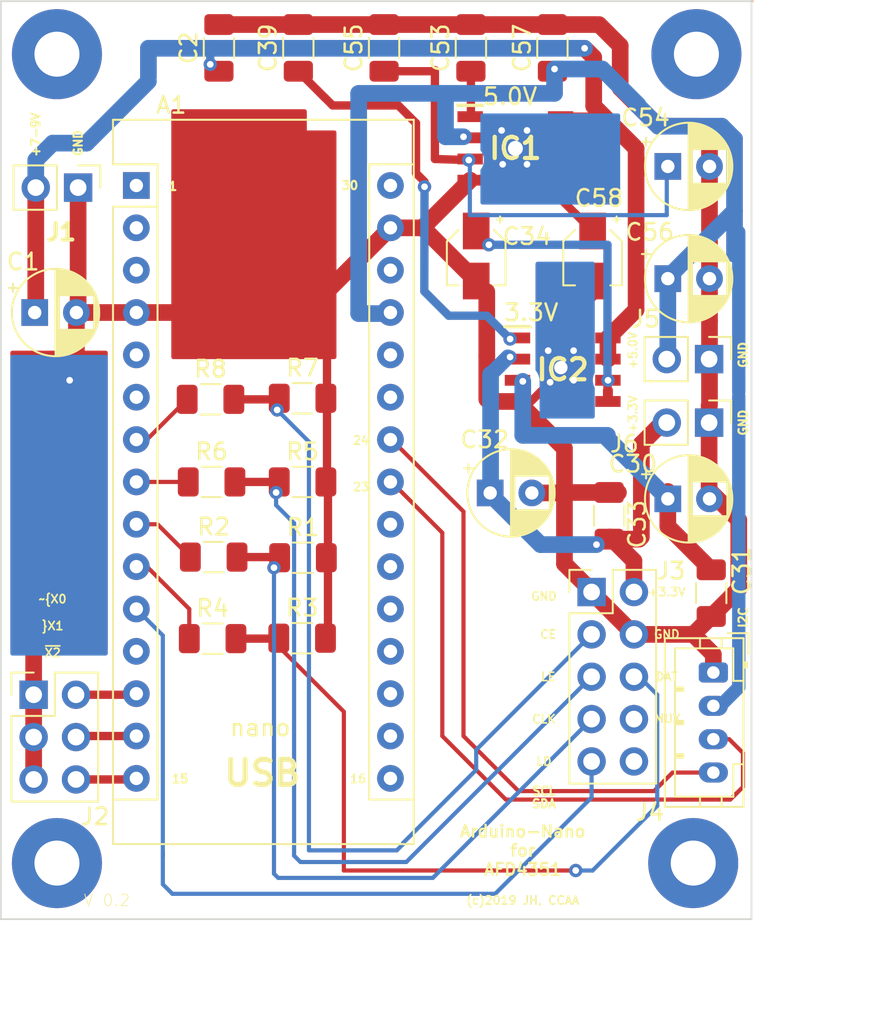
<source format=kicad_pcb>
(kicad_pcb (version 20171130) (host pcbnew 5.1.4+dfsg1-2)

  (general
    (thickness 1.6)
    (drawings 41)
    (tracks 304)
    (zones 0)
    (modules 35)
    (nets 44)
  )

  (page A4)
  (title_block
    (title "Ardnuino for ADF4351")
    (date 2019-10-27)
    (rev v0.2)
  )

  (layers
    (0 F.Cu signal)
    (31 B.Cu signal)
    (33 F.Adhes user)
    (35 F.Paste user)
    (37 F.SilkS user)
    (39 F.Mask user)
    (40 Dwgs.User user)
    (41 Cmts.User user)
    (42 Eco1.User user)
    (43 Eco2.User user)
    (44 Edge.Cuts user)
    (45 Margin user)
    (46 B.CrtYd user hide)
    (47 F.CrtYd user)
    (49 F.Fab user hide)
  )

  (setup
    (last_trace_width 0.25)
    (trace_clearance 0.2)
    (zone_clearance 0.508)
    (zone_45_only yes)
    (trace_min 0.1)
    (via_size 0.8)
    (via_drill 0.4)
    (via_min_size 0.4)
    (via_min_drill 0.3)
    (uvia_size 0.3)
    (uvia_drill 0.1)
    (uvias_allowed no)
    (uvia_min_size 0.2)
    (uvia_min_drill 0.1)
    (edge_width 0.1)
    (segment_width 0.2)
    (pcb_text_width 0.3)
    (pcb_text_size 1.5 1.5)
    (mod_edge_width 0.15)
    (mod_text_size 1 1)
    (mod_text_width 0.15)
    (pad_size 5.4 5.4)
    (pad_drill 2.7)
    (pad_to_mask_clearance 0)
    (aux_axis_origin 67.056 128.016)
    (visible_elements FFFFFF7F)
    (pcbplotparams
      (layerselection 0x010fc_ffffffff)
      (usegerberextensions false)
      (usegerberattributes false)
      (usegerberadvancedattributes false)
      (creategerberjobfile false)
      (excludeedgelayer true)
      (linewidth 0.100000)
      (plotframeref false)
      (viasonmask false)
      (mode 1)
      (useauxorigin false)
      (hpglpennumber 1)
      (hpglpenspeed 20)
      (hpglpendiameter 15.000000)
      (psnegative false)
      (psa4output false)
      (plotreference true)
      (plotvalue true)
      (plotinvisibletext false)
      (padsonsilk false)
      (subtractmaskfromsilk false)
      (outputformat 1)
      (mirror false)
      (drillshape 1)
      (scaleselection 1)
      (outputdirectory ""))
  )

  (net 0 "")
  (net 1 "Net-(A1-Pad16)")
  (net 2 "Net-(A1-Pad15)")
  (net 3 "Net-(A1-Pad30)")
  (net 4 "Net-(A1-Pad14)")
  (net 5 GND)
  (net 6 "Net-(A1-Pad13)")
  (net 7 "Net-(A1-Pad28)")
  (net 8 "Net-(A1-Pad12)")
  (net 9 "Net-(A1-Pad27)")
  (net 10 "Net-(A1-Pad11)")
  (net 11 "Net-(A1-Pad26)")
  (net 12 "Net-(A1-Pad10)")
  (net 13 "Net-(A1-Pad25)")
  (net 14 "Net-(A1-Pad9)")
  (net 15 "Net-(A1-Pad24)")
  (net 16 "Net-(A1-Pad8)")
  (net 17 "Net-(A1-Pad23)")
  (net 18 "Net-(A1-Pad7)")
  (net 19 "Net-(A1-Pad22)")
  (net 20 "Net-(A1-Pad6)")
  (net 21 "Net-(A1-Pad21)")
  (net 22 "Net-(A1-Pad5)")
  (net 23 "Net-(A1-Pad20)")
  (net 24 "Net-(A1-Pad19)")
  (net 25 "Net-(A1-Pad3)")
  (net 26 "Net-(A1-Pad18)")
  (net 27 "Net-(A1-Pad2)")
  (net 28 "Net-(A1-Pad17)")
  (net 29 "Net-(A1-Pad1)")
  (net 30 "Net-(C1-Pad1)")
  (net 31 "Net-(C30-Pad1)")
  (net 32 "Net-(C32-Pad1)")
  (net 33 "Net-(C34-Pad1)")
  (net 34 "Net-(C39-Pad1)")
  (net 35 "Net-(C53-Pad1)")
  (net 36 "Net-(C54-Pad1)")
  (net 37 "Net-(C58-Pad1)")
  (net 38 "Net-(J3-Pad10)")
  (net 39 "Net-(J3-Pad8)")
  (net 40 "Net-(J3-Pad7)")
  (net 41 "Net-(J3-Pad6)")
  (net 42 "Net-(J3-Pad5)")
  (net 43 "Net-(J3-Pad3)")

  (net_class Default "This is the default net class."
    (clearance 0.2)
    (trace_width 0.25)
    (via_dia 0.8)
    (via_drill 0.4)
    (uvia_dia 0.3)
    (uvia_drill 0.1)
    (add_net GND)
    (add_net "Net-(A1-Pad1)")
    (add_net "Net-(A1-Pad10)")
    (add_net "Net-(A1-Pad11)")
    (add_net "Net-(A1-Pad12)")
    (add_net "Net-(A1-Pad13)")
    (add_net "Net-(A1-Pad14)")
    (add_net "Net-(A1-Pad15)")
    (add_net "Net-(A1-Pad16)")
    (add_net "Net-(A1-Pad17)")
    (add_net "Net-(A1-Pad18)")
    (add_net "Net-(A1-Pad19)")
    (add_net "Net-(A1-Pad2)")
    (add_net "Net-(A1-Pad20)")
    (add_net "Net-(A1-Pad21)")
    (add_net "Net-(A1-Pad22)")
    (add_net "Net-(A1-Pad23)")
    (add_net "Net-(A1-Pad24)")
    (add_net "Net-(A1-Pad25)")
    (add_net "Net-(A1-Pad26)")
    (add_net "Net-(A1-Pad27)")
    (add_net "Net-(A1-Pad28)")
    (add_net "Net-(A1-Pad3)")
    (add_net "Net-(A1-Pad30)")
    (add_net "Net-(A1-Pad5)")
    (add_net "Net-(A1-Pad6)")
    (add_net "Net-(A1-Pad7)")
    (add_net "Net-(A1-Pad8)")
    (add_net "Net-(A1-Pad9)")
    (add_net "Net-(C1-Pad1)")
    (add_net "Net-(C30-Pad1)")
    (add_net "Net-(C32-Pad1)")
    (add_net "Net-(C34-Pad1)")
    (add_net "Net-(C39-Pad1)")
    (add_net "Net-(C53-Pad1)")
    (add_net "Net-(C54-Pad1)")
    (add_net "Net-(C58-Pad1)")
    (add_net "Net-(J3-Pad10)")
    (add_net "Net-(J3-Pad3)")
    (add_net "Net-(J3-Pad5)")
    (add_net "Net-(J3-Pad6)")
    (add_net "Net-(J3-Pad7)")
    (add_net "Net-(J3-Pad8)")
  )

  (module Connector_PinHeader_2.54mm:PinHeader_1x02_P2.54mm_Vertical (layer F.Cu) (tedit 59FED5CC) (tstamp 5DBA0236)
    (at 105.918 101.6 270)
    (descr "Through hole straight pin header, 1x02, 2.54mm pitch, single row")
    (tags "Through hole pin header THT 1x02 2.54mm single row")
    (path /5DBBCEC3)
    (fp_text reference J6 (at 1.27 5.08 180) (layer F.SilkS)
      (effects (font (size 1 1) (thickness 0.15)))
    )
    (fp_text value Conn_01x02_Male (at 0 4.87 90) (layer F.Fab)
      (effects (font (size 1 1) (thickness 0.15)))
    )
    (fp_text user %R (at 0 1.27) (layer F.Fab)
      (effects (font (size 1 1) (thickness 0.15)))
    )
    (fp_line (start 1.8 -1.8) (end -1.8 -1.8) (layer F.CrtYd) (width 0.05))
    (fp_line (start 1.8 4.35) (end 1.8 -1.8) (layer F.CrtYd) (width 0.05))
    (fp_line (start -1.8 4.35) (end 1.8 4.35) (layer F.CrtYd) (width 0.05))
    (fp_line (start -1.8 -1.8) (end -1.8 4.35) (layer F.CrtYd) (width 0.05))
    (fp_line (start -1.33 -1.33) (end 0 -1.33) (layer F.SilkS) (width 0.12))
    (fp_line (start -1.33 0) (end -1.33 -1.33) (layer F.SilkS) (width 0.12))
    (fp_line (start -1.33 1.27) (end 1.33 1.27) (layer F.SilkS) (width 0.12))
    (fp_line (start 1.33 1.27) (end 1.33 3.87) (layer F.SilkS) (width 0.12))
    (fp_line (start -1.33 1.27) (end -1.33 3.87) (layer F.SilkS) (width 0.12))
    (fp_line (start -1.33 3.87) (end 1.33 3.87) (layer F.SilkS) (width 0.12))
    (fp_line (start -1.27 -0.635) (end -0.635 -1.27) (layer F.Fab) (width 0.1))
    (fp_line (start -1.27 3.81) (end -1.27 -0.635) (layer F.Fab) (width 0.1))
    (fp_line (start 1.27 3.81) (end -1.27 3.81) (layer F.Fab) (width 0.1))
    (fp_line (start 1.27 -1.27) (end 1.27 3.81) (layer F.Fab) (width 0.1))
    (fp_line (start -0.635 -1.27) (end 1.27 -1.27) (layer F.Fab) (width 0.1))
    (pad 2 thru_hole oval (at 0 2.54 270) (size 1.7 1.7) (drill 1) (layers *.Cu *.Mask)
      (net 32 "Net-(C32-Pad1)"))
    (pad 1 thru_hole rect (at 0 0 270) (size 1.7 1.7) (drill 1) (layers *.Cu *.Mask)
      (net 5 GND))
    (model ${KISYS3DMOD}/Connector_PinHeader_2.54mm.3dshapes/PinHeader_1x02_P2.54mm_Vertical.wrl
      (at (xyz 0 0 0))
      (scale (xyz 1 1 1))
      (rotate (xyz 0 0 0))
    )
  )

  (module ADM7150ARDZ-3.3:SOIC127P600X175-9N (layer F.Cu) (tedit 5D9CAF1D) (tstamp 5DA41D16)
    (at 97.1365 98.425)
    (descr RD-8-2)
    (tags "Integrated Circuit")
    (path /5D9E2D2B)
    (attr smd)
    (fp_text reference IC2 (at 0 0) (layer F.SilkS)
      (effects (font (size 1.27 1.27) (thickness 0.254)))
    )
    (fp_text value ADM7150ARDZ-3.3 (at 0 0) (layer F.SilkS) hide
      (effects (font (size 1.27 1.27) (thickness 0.254)))
    )
    (fp_line (start -3.475 -2.58) (end -1.95 -2.58) (layer F.SilkS) (width 0.2))
    (fp_line (start -1.95 -1.18) (end -0.68 -2.45) (layer Dwgs.User) (width 0.1))
    (fp_line (start -1.95 2.45) (end -1.95 -2.45) (layer Dwgs.User) (width 0.1))
    (fp_line (start 1.95 2.45) (end -1.95 2.45) (layer Dwgs.User) (width 0.1))
    (fp_line (start 1.95 -2.45) (end 1.95 2.45) (layer Dwgs.User) (width 0.1))
    (fp_line (start -1.95 -2.45) (end 1.95 -2.45) (layer Dwgs.User) (width 0.1))
    (fp_line (start -3.725 2.75) (end -3.725 -2.75) (layer Dwgs.User) (width 0.05))
    (fp_line (start 3.725 2.75) (end -3.725 2.75) (layer Dwgs.User) (width 0.05))
    (fp_line (start 3.725 -2.75) (end 3.725 2.75) (layer Dwgs.User) (width 0.05))
    (fp_line (start -3.725 -2.75) (end 3.725 -2.75) (layer Dwgs.User) (width 0.05))
    (pad 9 smd rect (at 0 0) (size 2.41 3.098) (layers F.Cu F.Paste F.Mask)
      (net 5 GND))
    (pad 8 smd rect (at 2.712 -1.905 90) (size 0.65 1.525) (layers F.Cu F.Paste F.Mask)
      (net 30 "Net-(C1-Pad1)"))
    (pad 7 smd rect (at 2.712 -0.635 90) (size 0.65 1.525) (layers F.Cu F.Paste F.Mask)
      (net 30 "Net-(C1-Pad1)"))
    (pad 6 smd rect (at 2.712 0.635 90) (size 0.65 1.525) (layers F.Cu F.Paste F.Mask)
      (net 33 "Net-(C34-Pad1)"))
    (pad 5 smd rect (at 2.712 1.905 90) (size 0.65 1.525) (layers F.Cu F.Paste F.Mask)
      (net 33 "Net-(C34-Pad1)"))
    (pad 4 smd rect (at -2.712 1.905 90) (size 0.65 1.525) (layers F.Cu F.Paste F.Mask)
      (net 5 GND))
    (pad 3 smd rect (at -2.712 0.635 90) (size 0.65 1.525) (layers F.Cu F.Paste F.Mask)
      (net 31 "Net-(C30-Pad1)"))
    (pad 2 smd rect (at -2.712 -0.635 90) (size 0.65 1.525) (layers F.Cu F.Paste F.Mask)
      (net 32 "Net-(C32-Pad1)"))
    (pad 1 smd rect (at -2.712 -1.905 90) (size 0.65 1.525) (layers F.Cu F.Paste F.Mask)
      (net 34 "Net-(C39-Pad1)"))
  )

  (module Connector_PinHeader_2.54mm:PinHeader_1x02_P2.54mm_Vertical (layer F.Cu) (tedit 59FED5CC) (tstamp 5DB7C1C0)
    (at 105.918 97.79 270)
    (descr "Through hole straight pin header, 1x02, 2.54mm pitch, single row")
    (tags "Through hole pin header THT 1x02 2.54mm single row")
    (path /5DB60C69)
    (fp_text reference J5 (at -2.413 3.81 180) (layer F.SilkS)
      (effects (font (size 1 1) (thickness 0.15)))
    )
    (fp_text value Conn_01x02_Male (at 0 4.87 90) (layer F.Fab)
      (effects (font (size 1 1) (thickness 0.15)))
    )
    (fp_text user %R (at 0 1.27) (layer F.Fab)
      (effects (font (size 1 1) (thickness 0.15)))
    )
    (fp_line (start 1.8 -1.8) (end -1.8 -1.8) (layer F.CrtYd) (width 0.05))
    (fp_line (start 1.8 4.35) (end 1.8 -1.8) (layer F.CrtYd) (width 0.05))
    (fp_line (start -1.8 4.35) (end 1.8 4.35) (layer F.CrtYd) (width 0.05))
    (fp_line (start -1.8 -1.8) (end -1.8 4.35) (layer F.CrtYd) (width 0.05))
    (fp_line (start -1.33 -1.33) (end 0 -1.33) (layer F.SilkS) (width 0.12))
    (fp_line (start -1.33 0) (end -1.33 -1.33) (layer F.SilkS) (width 0.12))
    (fp_line (start -1.33 1.27) (end 1.33 1.27) (layer F.SilkS) (width 0.12))
    (fp_line (start 1.33 1.27) (end 1.33 3.87) (layer F.SilkS) (width 0.12))
    (fp_line (start -1.33 1.27) (end -1.33 3.87) (layer F.SilkS) (width 0.12))
    (fp_line (start -1.33 3.87) (end 1.33 3.87) (layer F.SilkS) (width 0.12))
    (fp_line (start -1.27 -0.635) (end -0.635 -1.27) (layer F.Fab) (width 0.1))
    (fp_line (start -1.27 3.81) (end -1.27 -0.635) (layer F.Fab) (width 0.1))
    (fp_line (start 1.27 3.81) (end -1.27 3.81) (layer F.Fab) (width 0.1))
    (fp_line (start 1.27 -1.27) (end 1.27 3.81) (layer F.Fab) (width 0.1))
    (fp_line (start -0.635 -1.27) (end 1.27 -1.27) (layer F.Fab) (width 0.1))
    (pad 2 thru_hole oval (at 0 2.54 270) (size 1.7 1.7) (drill 1) (layers *.Cu *.Mask)
      (net 9 "Net-(A1-Pad27)"))
    (pad 1 thru_hole rect (at 0 0 270) (size 1.7 1.7) (drill 1) (layers *.Cu *.Mask)
      (net 5 GND))
    (model ${KISYS3DMOD}/Connector_PinHeader_2.54mm.3dshapes/PinHeader_1x02_P2.54mm_Vertical.wrl
      (at (xyz 0 0 0))
      (scale (xyz 1 1 1))
      (rotate (xyz 0 0 0))
    )
  )

  (module MountingHole:MountingHole_2.7mm_M2.5_Pad (layer F.Cu) (tedit 5DB5026C) (tstamp 5DB4CCC5)
    (at 105.156 79.502)
    (descr "Mounting Hole 2.7mm, M2.5")
    (tags "mounting hole 2.7mm m2.5")
    (attr virtual)
    (fp_text reference REF** (at 0 -3.7) (layer F.SilkS) hide
      (effects (font (size 1 1) (thickness 0.15)))
    )
    (fp_text value MountingHole_2.7mm_M2.5_Pad (at 0 3.7) (layer F.Fab)
      (effects (font (size 1 1) (thickness 0.15)))
    )
    (fp_circle (center 0 0) (end 2.95 0) (layer F.CrtYd) (width 0.05))
    (fp_circle (center 0 0) (end 2.7 0) (layer Cmts.User) (width 0.15))
    (fp_text user %R (at 0.3 0) (layer F.Fab)
      (effects (font (size 1 1) (thickness 0.15)))
    )
    (pad 1 thru_hole circle (at 0 0) (size 5.4 5.4) (drill 2.7) (layers *.Cu *.Mask))
  )

  (module MountingHole:MountingHole_2.7mm_M2.5_Pad (layer F.Cu) (tedit 56D1B4CB) (tstamp 5DB4CB69)
    (at 66.802 79.502)
    (descr "Mounting Hole 2.7mm, M2.5")
    (tags "mounting hole 2.7mm m2.5")
    (attr virtual)
    (fp_text reference REF** (at 0 -3.7) (layer F.SilkS) hide
      (effects (font (size 1 1) (thickness 0.15)))
    )
    (fp_text value MountingHole_2.7mm_M2.5_Pad (at 0 3.7) (layer F.Fab)
      (effects (font (size 1 1) (thickness 0.15)))
    )
    (fp_text user %R (at 0.3 0) (layer F.Fab)
      (effects (font (size 1 1) (thickness 0.15)))
    )
    (fp_circle (center 0 0) (end 2.7 0) (layer Cmts.User) (width 0.15))
    (fp_circle (center 0 0) (end 2.95 0) (layer F.CrtYd) (width 0.05))
    (pad 1 thru_hole circle (at 0 0) (size 5.4 5.4) (drill 2.7) (layers *.Cu *.Mask))
  )

  (module MountingHole:MountingHole_2.7mm_M2.5_Pad (layer F.Cu) (tedit 56D1B4CB) (tstamp 5DB4CB37)
    (at 66.802 128.016)
    (descr "Mounting Hole 2.7mm, M2.5")
    (tags "mounting hole 2.7mm m2.5")
    (attr virtual)
    (fp_text reference REF** (at 0 -3.7) (layer F.SilkS) hide
      (effects (font (size 1 1) (thickness 0.15)))
    )
    (fp_text value MountingHole_2.7mm_M2.5_Pad (at 0 3.7) (layer F.Fab)
      (effects (font (size 1 1) (thickness 0.15)))
    )
    (fp_circle (center 0 0) (end 2.95 0) (layer F.CrtYd) (width 0.05))
    (fp_circle (center 0 0) (end 2.7 0) (layer Cmts.User) (width 0.15))
    (fp_text user %R (at 0.3 0) (layer F.Fab)
      (effects (font (size 1 1) (thickness 0.15)))
    )
    (pad 1 thru_hole circle (at 0 0) (size 5.4 5.4) (drill 2.7) (layers *.Cu *.Mask))
  )

  (module MountingHole:MountingHole_2.7mm_M2.5_Pad (layer F.Cu) (tedit 56D1B4CB) (tstamp 5DB49748)
    (at 104.9655 128.016)
    (descr "Mounting Hole 2.7mm, M2.5")
    (tags "mounting hole 2.7mm m2.5")
    (attr virtual)
    (fp_text reference "" (at 0 2.4) (layer F.SilkS) hide
      (effects (font (size 1 1) (thickness 0.15)))
    )
    (fp_text value MountingHole_2.7mm_M2.5_Pad (at 0 -2.05) (layer F.Fab) hide
      (effects (font (size 1 1) (thickness 0.15)))
    )
    (fp_circle (center 0 0) (end 2.95 0) (layer F.CrtYd) (width 0.05))
    (fp_circle (center 0 0) (end 2.7 0) (layer Cmts.User) (width 0.15))
    (fp_text user %R (at 0 2.4) (layer F.Fab) hide
      (effects (font (size 1 1) (thickness 0.15)))
    )
    (pad 1 thru_hole circle (at 0 0) (size 5.4 5.4) (drill 2.7) (layers *.Cu *.Mask))
  )

  (module Capacitor_SMD:C_1206_3216Metric (layer F.Cu) (tedit 5B301BBE) (tstamp 5DA3981C)
    (at 99.9236 107.188 90)
    (descr "Capacitor SMD 1206 (3216 Metric), square (rectangular) end terminal, IPC_7351 nominal, (Body size source: http://www.tortai-tech.com/upload/download/2011102023233369053.pdf), generated with kicad-footprint-generator")
    (tags capacitor)
    (path /5DA0089F)
    (attr smd)
    (fp_text reference C33 (at -0.508 1.6764 -90) (layer F.SilkS)
      (effects (font (size 1 1) (thickness 0.15)))
    )
    (fp_text value 10nF (at 0 1.82 90) (layer F.Fab)
      (effects (font (size 1 1) (thickness 0.15)))
    )
    (fp_text user %R (at 0 0 90) (layer F.Fab)
      (effects (font (size 0.8 0.8) (thickness 0.12)))
    )
    (fp_line (start 2.28 1.12) (end -2.28 1.12) (layer F.CrtYd) (width 0.05))
    (fp_line (start 2.28 -1.12) (end 2.28 1.12) (layer F.CrtYd) (width 0.05))
    (fp_line (start -2.28 -1.12) (end 2.28 -1.12) (layer F.CrtYd) (width 0.05))
    (fp_line (start -2.28 1.12) (end -2.28 -1.12) (layer F.CrtYd) (width 0.05))
    (fp_line (start -0.602064 0.91) (end 0.602064 0.91) (layer F.SilkS) (width 0.12))
    (fp_line (start -0.602064 -0.91) (end 0.602064 -0.91) (layer F.SilkS) (width 0.12))
    (fp_line (start 1.6 0.8) (end -1.6 0.8) (layer F.Fab) (width 0.1))
    (fp_line (start 1.6 -0.8) (end 1.6 0.8) (layer F.Fab) (width 0.1))
    (fp_line (start -1.6 -0.8) (end 1.6 -0.8) (layer F.Fab) (width 0.1))
    (fp_line (start -1.6 0.8) (end -1.6 -0.8) (layer F.Fab) (width 0.1))
    (pad 2 smd roundrect (at 1.4 0 90) (size 1.25 1.75) (layers F.Cu F.Paste F.Mask) (roundrect_rratio 0.2)
      (net 5 GND))
    (pad 1 smd roundrect (at -1.4 0 90) (size 1.25 1.75) (layers F.Cu F.Paste F.Mask) (roundrect_rratio 0.2)
      (net 32 "Net-(C32-Pad1)"))
    (model ${KISYS3DMOD}/Capacitor_SMD.3dshapes/C_1206_3216Metric.wrl
      (at (xyz 0 0 0))
      (scale (xyz 1 1 1))
      (rotate (xyz 0 0 0))
    )
  )

  (module Connector_JST:JST_PH_B4B-PH-K_1x04_P2.00mm_Vertical (layer F.Cu) (tedit 5B7745C2) (tstamp 5DA9A01E)
    (at 106.172 116.586 270)
    (descr "JST PH series connector, B4B-PH-K (http://www.jst-mfg.com/product/pdf/eng/ePH.pdf), generated with kicad-footprint-generator")
    (tags "connector JST PH side entry")
    (path /5DA8A18A)
    (fp_text reference J4 (at 8.382 3.81 180) (layer F.SilkS)
      (effects (font (size 1 1) (thickness 0.15)))
    )
    (fp_text value Conn_01x04_Male (at 3 4 90) (layer F.Fab)
      (effects (font (size 1 1) (thickness 0.15)))
    )
    (fp_text user %R (at 3 1.5 90) (layer F.Fab)
      (effects (font (size 1 1) (thickness 0.15)))
    )
    (fp_line (start 8.45 -2.2) (end -2.45 -2.2) (layer F.CrtYd) (width 0.05))
    (fp_line (start 8.45 3.3) (end 8.45 -2.2) (layer F.CrtYd) (width 0.05))
    (fp_line (start -2.45 3.3) (end 8.45 3.3) (layer F.CrtYd) (width 0.05))
    (fp_line (start -2.45 -2.2) (end -2.45 3.3) (layer F.CrtYd) (width 0.05))
    (fp_line (start 7.95 -1.7) (end -1.95 -1.7) (layer F.Fab) (width 0.1))
    (fp_line (start 7.95 2.8) (end 7.95 -1.7) (layer F.Fab) (width 0.1))
    (fp_line (start -1.95 2.8) (end 7.95 2.8) (layer F.Fab) (width 0.1))
    (fp_line (start -1.95 -1.7) (end -1.95 2.8) (layer F.Fab) (width 0.1))
    (fp_line (start -2.36 -2.11) (end -2.36 -0.86) (layer F.Fab) (width 0.1))
    (fp_line (start -1.11 -2.11) (end -2.36 -2.11) (layer F.Fab) (width 0.1))
    (fp_line (start -2.36 -2.11) (end -2.36 -0.86) (layer F.SilkS) (width 0.12))
    (fp_line (start -1.11 -2.11) (end -2.36 -2.11) (layer F.SilkS) (width 0.12))
    (fp_line (start 5 2.3) (end 5 1.8) (layer F.SilkS) (width 0.12))
    (fp_line (start 5.1 1.8) (end 5.1 2.3) (layer F.SilkS) (width 0.12))
    (fp_line (start 4.9 1.8) (end 5.1 1.8) (layer F.SilkS) (width 0.12))
    (fp_line (start 4.9 2.3) (end 4.9 1.8) (layer F.SilkS) (width 0.12))
    (fp_line (start 3 2.3) (end 3 1.8) (layer F.SilkS) (width 0.12))
    (fp_line (start 3.1 1.8) (end 3.1 2.3) (layer F.SilkS) (width 0.12))
    (fp_line (start 2.9 1.8) (end 3.1 1.8) (layer F.SilkS) (width 0.12))
    (fp_line (start 2.9 2.3) (end 2.9 1.8) (layer F.SilkS) (width 0.12))
    (fp_line (start 1 2.3) (end 1 1.8) (layer F.SilkS) (width 0.12))
    (fp_line (start 1.1 1.8) (end 1.1 2.3) (layer F.SilkS) (width 0.12))
    (fp_line (start 0.9 1.8) (end 1.1 1.8) (layer F.SilkS) (width 0.12))
    (fp_line (start 0.9 2.3) (end 0.9 1.8) (layer F.SilkS) (width 0.12))
    (fp_line (start 8.06 0.8) (end 7.45 0.8) (layer F.SilkS) (width 0.12))
    (fp_line (start 8.06 -0.5) (end 7.45 -0.5) (layer F.SilkS) (width 0.12))
    (fp_line (start -2.06 0.8) (end -1.45 0.8) (layer F.SilkS) (width 0.12))
    (fp_line (start -2.06 -0.5) (end -1.45 -0.5) (layer F.SilkS) (width 0.12))
    (fp_line (start 5.5 -1.2) (end 5.5 -1.81) (layer F.SilkS) (width 0.12))
    (fp_line (start 7.45 -1.2) (end 5.5 -1.2) (layer F.SilkS) (width 0.12))
    (fp_line (start 7.45 2.3) (end 7.45 -1.2) (layer F.SilkS) (width 0.12))
    (fp_line (start -1.45 2.3) (end 7.45 2.3) (layer F.SilkS) (width 0.12))
    (fp_line (start -1.45 -1.2) (end -1.45 2.3) (layer F.SilkS) (width 0.12))
    (fp_line (start 0.5 -1.2) (end -1.45 -1.2) (layer F.SilkS) (width 0.12))
    (fp_line (start 0.5 -1.81) (end 0.5 -1.2) (layer F.SilkS) (width 0.12))
    (fp_line (start -0.3 -1.91) (end -0.6 -1.91) (layer F.SilkS) (width 0.12))
    (fp_line (start -0.6 -2.01) (end -0.6 -1.81) (layer F.SilkS) (width 0.12))
    (fp_line (start -0.3 -2.01) (end -0.6 -2.01) (layer F.SilkS) (width 0.12))
    (fp_line (start -0.3 -1.81) (end -0.3 -2.01) (layer F.SilkS) (width 0.12))
    (fp_line (start 8.06 -1.81) (end -2.06 -1.81) (layer F.SilkS) (width 0.12))
    (fp_line (start 8.06 2.91) (end 8.06 -1.81) (layer F.SilkS) (width 0.12))
    (fp_line (start -2.06 2.91) (end 8.06 2.91) (layer F.SilkS) (width 0.12))
    (fp_line (start -2.06 -1.81) (end -2.06 2.91) (layer F.SilkS) (width 0.12))
    (pad 4 thru_hole oval (at 6 0 270) (size 1.2 1.75) (drill 0.75) (layers *.Cu *.Mask)
      (net 15 "Net-(A1-Pad24)"))
    (pad 3 thru_hole oval (at 4 0 270) (size 1.2 1.75) (drill 0.75) (layers *.Cu *.Mask)
      (net 17 "Net-(A1-Pad23)"))
    (pad 2 thru_hole oval (at 2 0 270) (size 1.2 1.75) (drill 0.75) (layers *.Cu *.Mask)
      (net 9 "Net-(A1-Pad27)"))
    (pad 1 thru_hole roundrect (at 0 0 270) (size 1.2 1.75) (drill 0.75) (layers *.Cu *.Mask) (roundrect_rratio 0.208333)
      (net 5 GND))
    (model ${KISYS3DMOD}/Connector_JST.3dshapes/JST_PH_B4B-PH-K_1x04_P2.00mm_Vertical.wrl
      (at (xyz 0 0 0))
      (scale (xyz 1 1 1))
      (rotate (xyz 0 0 0))
    )
  )

  (module Module:Arduino_Nano_WithMountingHoles (layer F.Cu) (tedit 58ACAF99) (tstamp 5DA3965D)
    (at 71.5645 87.376)
    (descr "Arduino Nano, http://www.mouser.com/pdfdocs/Gravitech_Arduino_Nano3_0.pdf")
    (tags "Arduino Nano")
    (path /5D928282)
    (fp_text reference A1 (at 2.0955 -4.826) (layer F.SilkS)
      (effects (font (size 1 1) (thickness 0.15)))
    )
    (fp_text value Arduino_Nano_v3.x (at -1.9685 18.034 270) (layer F.Fab)
      (effects (font (size 1 1) (thickness 0.15)))
    )
    (fp_line (start 16.75 42.16) (end -1.53 42.16) (layer F.CrtYd) (width 0.05))
    (fp_line (start 16.75 42.16) (end 16.75 -4.06) (layer F.CrtYd) (width 0.05))
    (fp_line (start -1.53 -4.06) (end -1.53 42.16) (layer F.CrtYd) (width 0.05))
    (fp_line (start -1.53 -4.06) (end 16.75 -4.06) (layer F.CrtYd) (width 0.05))
    (fp_line (start 16.51 -3.81) (end 16.51 39.37) (layer F.Fab) (width 0.1))
    (fp_line (start 0 -3.81) (end 16.51 -3.81) (layer F.Fab) (width 0.1))
    (fp_line (start -1.27 -2.54) (end 0 -3.81) (layer F.Fab) (width 0.1))
    (fp_line (start -1.27 39.37) (end -1.27 -2.54) (layer F.Fab) (width 0.1))
    (fp_line (start 16.51 39.37) (end -1.27 39.37) (layer F.Fab) (width 0.1))
    (fp_line (start 16.64 -3.94) (end -1.4 -3.94) (layer F.SilkS) (width 0.12))
    (fp_line (start 16.64 39.5) (end 16.64 -3.94) (layer F.SilkS) (width 0.12))
    (fp_line (start -1.4 39.5) (end 16.64 39.5) (layer F.SilkS) (width 0.12))
    (fp_line (start 3.81 41.91) (end 3.81 31.75) (layer F.Fab) (width 0.1))
    (fp_line (start 11.43 41.91) (end 3.81 41.91) (layer F.Fab) (width 0.1))
    (fp_line (start 11.43 31.75) (end 11.43 41.91) (layer F.Fab) (width 0.1))
    (fp_line (start 3.81 31.75) (end 11.43 31.75) (layer F.Fab) (width 0.1))
    (fp_line (start 1.27 36.83) (end -1.4 36.83) (layer F.SilkS) (width 0.12))
    (fp_line (start 1.27 1.27) (end 1.27 36.83) (layer F.SilkS) (width 0.12))
    (fp_line (start 1.27 1.27) (end -1.4 1.27) (layer F.SilkS) (width 0.12))
    (fp_line (start 13.97 36.83) (end 16.64 36.83) (layer F.SilkS) (width 0.12))
    (fp_line (start 13.97 -1.27) (end 13.97 36.83) (layer F.SilkS) (width 0.12))
    (fp_line (start 13.97 -1.27) (end 16.64 -1.27) (layer F.SilkS) (width 0.12))
    (fp_line (start -1.4 -3.94) (end -1.4 -1.27) (layer F.SilkS) (width 0.12))
    (fp_line (start -1.4 1.27) (end -1.4 39.5) (layer F.SilkS) (width 0.12))
    (fp_line (start 1.27 -1.27) (end -1.4 -1.27) (layer F.SilkS) (width 0.12))
    (fp_line (start 1.27 1.27) (end 1.27 -1.27) (layer F.SilkS) (width 0.12))
    (fp_text user %R (at 6.35 16.51 90) (layer F.Fab)
      (effects (font (size 1 1) (thickness 0.15)))
    )
    (pad "" np_thru_hole circle (at 0 38.1) (size 1.78 1.78) (drill 1.78) (layers *.Cu *.Mask))
    (pad "" np_thru_hole circle (at 15.24 38.1) (size 1.78 1.78) (drill 1.78) (layers *.Cu *.Mask))
    (pad "" np_thru_hole circle (at 15.24 -2.54) (size 1.78 1.78) (drill 1.78) (layers *.Cu *.Mask))
    (pad "" np_thru_hole circle (at 0 -2.54) (size 1.78 1.78) (drill 1.78) (layers *.Cu *.Mask))
    (pad 16 thru_hole oval (at 15.24 35.56) (size 1.6 1.6) (drill 0.8) (layers *.Cu *.Mask)
      (net 1 "Net-(A1-Pad16)"))
    (pad 15 thru_hole oval (at 0 35.56) (size 1.6 1.6) (drill 0.8) (layers *.Cu *.Mask)
      (net 2 "Net-(A1-Pad15)"))
    (pad 30 thru_hole oval (at 15.24 0) (size 1.6 1.6) (drill 0.8) (layers *.Cu *.Mask)
      (net 3 "Net-(A1-Pad30)"))
    (pad 14 thru_hole oval (at 0 33.02) (size 1.6 1.6) (drill 0.8) (layers *.Cu *.Mask)
      (net 4 "Net-(A1-Pad14)"))
    (pad 29 thru_hole oval (at 15.24 2.54) (size 1.6 1.6) (drill 0.8) (layers *.Cu *.Mask)
      (net 5 GND))
    (pad 13 thru_hole oval (at 0 30.48) (size 1.6 1.6) (drill 0.8) (layers *.Cu *.Mask)
      (net 6 "Net-(A1-Pad13)"))
    (pad 28 thru_hole oval (at 15.24 5.08) (size 1.6 1.6) (drill 0.8) (layers *.Cu *.Mask)
      (net 7 "Net-(A1-Pad28)"))
    (pad 12 thru_hole oval (at 0 27.94) (size 1.6 1.6) (drill 0.8) (layers *.Cu *.Mask)
      (net 8 "Net-(A1-Pad12)"))
    (pad 27 thru_hole oval (at 15.24 7.62) (size 1.6 1.6) (drill 0.8) (layers *.Cu *.Mask)
      (net 9 "Net-(A1-Pad27)"))
    (pad 11 thru_hole oval (at 0 25.4) (size 1.6 1.6) (drill 0.8) (layers *.Cu *.Mask)
      (net 10 "Net-(A1-Pad11)"))
    (pad 26 thru_hole oval (at 15.24 10.16) (size 1.6 1.6) (drill 0.8) (layers *.Cu *.Mask)
      (net 11 "Net-(A1-Pad26)"))
    (pad 10 thru_hole oval (at 0 22.86) (size 1.6 1.6) (drill 0.8) (layers *.Cu *.Mask)
      (net 12 "Net-(A1-Pad10)"))
    (pad 25 thru_hole oval (at 15.24 12.7) (size 1.6 1.6) (drill 0.8) (layers *.Cu *.Mask)
      (net 13 "Net-(A1-Pad25)"))
    (pad 9 thru_hole oval (at 0 20.32) (size 1.6 1.6) (drill 0.8) (layers *.Cu *.Mask)
      (net 14 "Net-(A1-Pad9)"))
    (pad 24 thru_hole oval (at 15.24 15.24) (size 1.6 1.6) (drill 0.8) (layers *.Cu *.Mask)
      (net 15 "Net-(A1-Pad24)"))
    (pad 8 thru_hole oval (at 0 17.78) (size 1.6 1.6) (drill 0.8) (layers *.Cu *.Mask)
      (net 16 "Net-(A1-Pad8)"))
    (pad 23 thru_hole oval (at 15.24 17.78) (size 1.6 1.6) (drill 0.8) (layers *.Cu *.Mask)
      (net 17 "Net-(A1-Pad23)"))
    (pad 7 thru_hole oval (at 0 15.24) (size 1.6 1.6) (drill 0.8) (layers *.Cu *.Mask)
      (net 18 "Net-(A1-Pad7)"))
    (pad 22 thru_hole oval (at 15.24 20.32) (size 1.6 1.6) (drill 0.8) (layers *.Cu *.Mask)
      (net 19 "Net-(A1-Pad22)"))
    (pad 6 thru_hole oval (at 0 12.7) (size 1.6 1.6) (drill 0.8) (layers *.Cu *.Mask)
      (net 20 "Net-(A1-Pad6)"))
    (pad 21 thru_hole oval (at 15.24 22.86) (size 1.6 1.6) (drill 0.8) (layers *.Cu *.Mask)
      (net 21 "Net-(A1-Pad21)"))
    (pad 5 thru_hole oval (at 0 10.16) (size 1.6 1.6) (drill 0.8) (layers *.Cu *.Mask)
      (net 22 "Net-(A1-Pad5)"))
    (pad 20 thru_hole oval (at 15.24 25.4) (size 1.6 1.6) (drill 0.8) (layers *.Cu *.Mask)
      (net 23 "Net-(A1-Pad20)"))
    (pad 4 thru_hole oval (at 0 7.62) (size 1.6 1.6) (drill 0.8) (layers *.Cu *.Mask)
      (net 5 GND))
    (pad 19 thru_hole oval (at 15.24 27.94) (size 1.6 1.6) (drill 0.8) (layers *.Cu *.Mask)
      (net 24 "Net-(A1-Pad19)"))
    (pad 3 thru_hole oval (at 0 5.08) (size 1.6 1.6) (drill 0.8) (layers *.Cu *.Mask)
      (net 25 "Net-(A1-Pad3)"))
    (pad 18 thru_hole oval (at 15.24 30.48) (size 1.6 1.6) (drill 0.8) (layers *.Cu *.Mask)
      (net 26 "Net-(A1-Pad18)"))
    (pad 2 thru_hole oval (at 0 2.54) (size 1.6 1.6) (drill 0.8) (layers *.Cu *.Mask)
      (net 27 "Net-(A1-Pad2)"))
    (pad 17 thru_hole oval (at 15.24 33.02) (size 1.6 1.6) (drill 0.8) (layers *.Cu *.Mask)
      (net 28 "Net-(A1-Pad17)"))
    (pad 1 thru_hole rect (at 0 0) (size 1.6 1.6) (drill 0.8) (layers *.Cu *.Mask)
      (net 29 "Net-(A1-Pad1)"))
    (model ${KISYS3DMOD}/Module.3dshapes/Arduino_Nano_WithMountingHoles.wrl
      (at (xyz 0 0 0))
      (scale (xyz 1 1 1))
      (rotate (xyz 0 0 0))
    )
  )

  (module Resistor_SMD:R_1206_3216Metric (layer F.Cu) (tedit 5B301BBD) (tstamp 5DA39A8A)
    (at 76.0125 100.203)
    (descr "Resistor SMD 1206 (3216 Metric), square (rectangular) end terminal, IPC_7351 nominal, (Body size source: http://www.tortai-tech.com/upload/download/2011102023233369053.pdf), generated with kicad-footprint-generator")
    (tags resistor)
    (path /5D8F384C)
    (attr smd)
    (fp_text reference R8 (at 0 -1.82) (layer F.SilkS)
      (effects (font (size 1 1) (thickness 0.15)))
    )
    (fp_text value 1k5 (at 0 1.82) (layer F.Fab)
      (effects (font (size 1 1) (thickness 0.15)))
    )
    (fp_text user %R (at 0 0) (layer F.Fab)
      (effects (font (size 0.8 0.8) (thickness 0.12)))
    )
    (fp_line (start 2.28 1.12) (end -2.28 1.12) (layer F.CrtYd) (width 0.05))
    (fp_line (start 2.28 -1.12) (end 2.28 1.12) (layer F.CrtYd) (width 0.05))
    (fp_line (start -2.28 -1.12) (end 2.28 -1.12) (layer F.CrtYd) (width 0.05))
    (fp_line (start -2.28 1.12) (end -2.28 -1.12) (layer F.CrtYd) (width 0.05))
    (fp_line (start -0.602064 0.91) (end 0.602064 0.91) (layer F.SilkS) (width 0.12))
    (fp_line (start -0.602064 -0.91) (end 0.602064 -0.91) (layer F.SilkS) (width 0.12))
    (fp_line (start 1.6 0.8) (end -1.6 0.8) (layer F.Fab) (width 0.1))
    (fp_line (start 1.6 -0.8) (end 1.6 0.8) (layer F.Fab) (width 0.1))
    (fp_line (start -1.6 -0.8) (end 1.6 -0.8) (layer F.Fab) (width 0.1))
    (fp_line (start -1.6 0.8) (end -1.6 -0.8) (layer F.Fab) (width 0.1))
    (pad 2 smd roundrect (at 1.4 0) (size 1.25 1.75) (layers F.Cu F.Paste F.Mask) (roundrect_rratio 0.2)
      (net 43 "Net-(J3-Pad3)"))
    (pad 1 smd roundrect (at -1.4 0) (size 1.25 1.75) (layers F.Cu F.Paste F.Mask) (roundrect_rratio 0.2)
      (net 18 "Net-(A1-Pad7)"))
    (model ${KISYS3DMOD}/Resistor_SMD.3dshapes/R_1206_3216Metric.wrl
      (at (xyz 0 0 0))
      (scale (xyz 1 1 1))
      (rotate (xyz 0 0 0))
    )
  )

  (module Resistor_SMD:R_1206_3216Metric (layer F.Cu) (tedit 5B301BBD) (tstamp 5DA39A79)
    (at 81.534 100.1395)
    (descr "Resistor SMD 1206 (3216 Metric), square (rectangular) end terminal, IPC_7351 nominal, (Body size source: http://www.tortai-tech.com/upload/download/2011102023233369053.pdf), generated with kicad-footprint-generator")
    (tags resistor)
    (path /5D8F3856)
    (attr smd)
    (fp_text reference R7 (at 0 -1.82) (layer F.SilkS)
      (effects (font (size 1 1) (thickness 0.15)))
    )
    (fp_text value 3k3 (at 0 1.82) (layer F.Fab)
      (effects (font (size 1 1) (thickness 0.15)))
    )
    (fp_text user %R (at 0 0) (layer F.Fab)
      (effects (font (size 0.8 0.8) (thickness 0.12)))
    )
    (fp_line (start 2.28 1.12) (end -2.28 1.12) (layer F.CrtYd) (width 0.05))
    (fp_line (start 2.28 -1.12) (end 2.28 1.12) (layer F.CrtYd) (width 0.05))
    (fp_line (start -2.28 -1.12) (end 2.28 -1.12) (layer F.CrtYd) (width 0.05))
    (fp_line (start -2.28 1.12) (end -2.28 -1.12) (layer F.CrtYd) (width 0.05))
    (fp_line (start -0.602064 0.91) (end 0.602064 0.91) (layer F.SilkS) (width 0.12))
    (fp_line (start -0.602064 -0.91) (end 0.602064 -0.91) (layer F.SilkS) (width 0.12))
    (fp_line (start 1.6 0.8) (end -1.6 0.8) (layer F.Fab) (width 0.1))
    (fp_line (start 1.6 -0.8) (end 1.6 0.8) (layer F.Fab) (width 0.1))
    (fp_line (start -1.6 -0.8) (end 1.6 -0.8) (layer F.Fab) (width 0.1))
    (fp_line (start -1.6 0.8) (end -1.6 -0.8) (layer F.Fab) (width 0.1))
    (pad 2 smd roundrect (at 1.4 0) (size 1.25 1.75) (layers F.Cu F.Paste F.Mask) (roundrect_rratio 0.2)
      (net 5 GND))
    (pad 1 smd roundrect (at -1.4 0) (size 1.25 1.75) (layers F.Cu F.Paste F.Mask) (roundrect_rratio 0.2)
      (net 43 "Net-(J3-Pad3)"))
    (model ${KISYS3DMOD}/Resistor_SMD.3dshapes/R_1206_3216Metric.wrl
      (at (xyz 0 0 0))
      (scale (xyz 1 1 1))
      (rotate (xyz 0 0 0))
    )
  )

  (module Resistor_SMD:R_1206_3216Metric (layer F.Cu) (tedit 5B301BBD) (tstamp 5DA39A68)
    (at 76.076 105.156)
    (descr "Resistor SMD 1206 (3216 Metric), square (rectangular) end terminal, IPC_7351 nominal, (Body size source: http://www.tortai-tech.com/upload/download/2011102023233369053.pdf), generated with kicad-footprint-generator")
    (tags resistor)
    (path /5D8D3BC9)
    (attr smd)
    (fp_text reference R6 (at 0 -1.82) (layer F.SilkS)
      (effects (font (size 1 1) (thickness 0.15)))
    )
    (fp_text value 1k5 (at 0 1.82) (layer F.Fab)
      (effects (font (size 1 1) (thickness 0.15)))
    )
    (fp_text user %R (at 0 0) (layer F.Fab)
      (effects (font (size 0.8 0.8) (thickness 0.12)))
    )
    (fp_line (start 2.28 1.12) (end -2.28 1.12) (layer F.CrtYd) (width 0.05))
    (fp_line (start 2.28 -1.12) (end 2.28 1.12) (layer F.CrtYd) (width 0.05))
    (fp_line (start -2.28 -1.12) (end 2.28 -1.12) (layer F.CrtYd) (width 0.05))
    (fp_line (start -2.28 1.12) (end -2.28 -1.12) (layer F.CrtYd) (width 0.05))
    (fp_line (start -0.602064 0.91) (end 0.602064 0.91) (layer F.SilkS) (width 0.12))
    (fp_line (start -0.602064 -0.91) (end 0.602064 -0.91) (layer F.SilkS) (width 0.12))
    (fp_line (start 1.6 0.8) (end -1.6 0.8) (layer F.Fab) (width 0.1))
    (fp_line (start 1.6 -0.8) (end 1.6 0.8) (layer F.Fab) (width 0.1))
    (fp_line (start -1.6 -0.8) (end 1.6 -0.8) (layer F.Fab) (width 0.1))
    (fp_line (start -1.6 0.8) (end -1.6 -0.8) (layer F.Fab) (width 0.1))
    (pad 2 smd roundrect (at 1.4 0) (size 1.25 1.75) (layers F.Cu F.Paste F.Mask) (roundrect_rratio 0.2)
      (net 42 "Net-(J3-Pad5)"))
    (pad 1 smd roundrect (at -1.4 0) (size 1.25 1.75) (layers F.Cu F.Paste F.Mask) (roundrect_rratio 0.2)
      (net 16 "Net-(A1-Pad8)"))
    (model ${KISYS3DMOD}/Resistor_SMD.3dshapes/R_1206_3216Metric.wrl
      (at (xyz 0 0 0))
      (scale (xyz 1 1 1))
      (rotate (xyz 0 0 0))
    )
  )

  (module Resistor_SMD:R_1206_3216Metric (layer F.Cu) (tedit 5B301BBD) (tstamp 5DB5A6BB)
    (at 81.534 105.156)
    (descr "Resistor SMD 1206 (3216 Metric), square (rectangular) end terminal, IPC_7351 nominal, (Body size source: http://www.tortai-tech.com/upload/download/2011102023233369053.pdf), generated with kicad-footprint-generator")
    (tags resistor)
    (path /5D8D3BD3)
    (attr smd)
    (fp_text reference R5 (at 0 -1.82) (layer F.SilkS)
      (effects (font (size 1 1) (thickness 0.15)))
    )
    (fp_text value 3k3 (at 0 1.82) (layer F.Fab)
      (effects (font (size 1 1) (thickness 0.15)))
    )
    (fp_text user %R (at 0 0) (layer F.Fab)
      (effects (font (size 0.8 0.8) (thickness 0.12)))
    )
    (fp_line (start 2.28 1.12) (end -2.28 1.12) (layer F.CrtYd) (width 0.05))
    (fp_line (start 2.28 -1.12) (end 2.28 1.12) (layer F.CrtYd) (width 0.05))
    (fp_line (start -2.28 -1.12) (end 2.28 -1.12) (layer F.CrtYd) (width 0.05))
    (fp_line (start -2.28 1.12) (end -2.28 -1.12) (layer F.CrtYd) (width 0.05))
    (fp_line (start -0.602064 0.91) (end 0.602064 0.91) (layer F.SilkS) (width 0.12))
    (fp_line (start -0.602064 -0.91) (end 0.602064 -0.91) (layer F.SilkS) (width 0.12))
    (fp_line (start 1.6 0.8) (end -1.6 0.8) (layer F.Fab) (width 0.1))
    (fp_line (start 1.6 -0.8) (end 1.6 0.8) (layer F.Fab) (width 0.1))
    (fp_line (start -1.6 -0.8) (end 1.6 -0.8) (layer F.Fab) (width 0.1))
    (fp_line (start -1.6 0.8) (end -1.6 -0.8) (layer F.Fab) (width 0.1))
    (pad 2 smd roundrect (at 1.4 0) (size 1.25 1.75) (layers F.Cu F.Paste F.Mask) (roundrect_rratio 0.2)
      (net 5 GND))
    (pad 1 smd roundrect (at -1.4 0) (size 1.25 1.75) (layers F.Cu F.Paste F.Mask) (roundrect_rratio 0.2)
      (net 42 "Net-(J3-Pad5)"))
    (model ${KISYS3DMOD}/Resistor_SMD.3dshapes/R_1206_3216Metric.wrl
      (at (xyz 0 0 0))
      (scale (xyz 1 1 1))
      (rotate (xyz 0 0 0))
    )
  )

  (module Resistor_SMD:R_1206_3216Metric (layer F.Cu) (tedit 5B301BBD) (tstamp 5DA39A46)
    (at 76.1395 114.554)
    (descr "Resistor SMD 1206 (3216 Metric), square (rectangular) end terminal, IPC_7351 nominal, (Body size source: http://www.tortai-tech.com/upload/download/2011102023233369053.pdf), generated with kicad-footprint-generator")
    (tags resistor)
    (path /5D8A679F)
    (attr smd)
    (fp_text reference R4 (at 0 -1.82) (layer F.SilkS)
      (effects (font (size 1 1) (thickness 0.15)))
    )
    (fp_text value 1k5 (at 0 1.82) (layer F.Fab)
      (effects (font (size 1 1) (thickness 0.15)))
    )
    (fp_text user %R (at 0 0) (layer F.Fab)
      (effects (font (size 0.8 0.8) (thickness 0.12)))
    )
    (fp_line (start 2.28 1.12) (end -2.28 1.12) (layer F.CrtYd) (width 0.05))
    (fp_line (start 2.28 -1.12) (end 2.28 1.12) (layer F.CrtYd) (width 0.05))
    (fp_line (start -2.28 -1.12) (end 2.28 -1.12) (layer F.CrtYd) (width 0.05))
    (fp_line (start -2.28 1.12) (end -2.28 -1.12) (layer F.CrtYd) (width 0.05))
    (fp_line (start -0.602064 0.91) (end 0.602064 0.91) (layer F.SilkS) (width 0.12))
    (fp_line (start -0.602064 -0.91) (end 0.602064 -0.91) (layer F.SilkS) (width 0.12))
    (fp_line (start 1.6 0.8) (end -1.6 0.8) (layer F.Fab) (width 0.1))
    (fp_line (start 1.6 -0.8) (end 1.6 0.8) (layer F.Fab) (width 0.1))
    (fp_line (start -1.6 -0.8) (end 1.6 -0.8) (layer F.Fab) (width 0.1))
    (fp_line (start -1.6 0.8) (end -1.6 -0.8) (layer F.Fab) (width 0.1))
    (pad 2 smd roundrect (at 1.4 0) (size 1.25 1.75) (layers F.Cu F.Paste F.Mask) (roundrect_rratio 0.2)
      (net 41 "Net-(J3-Pad6)"))
    (pad 1 smd roundrect (at -1.4 0) (size 1.25 1.75) (layers F.Cu F.Paste F.Mask) (roundrect_rratio 0.2)
      (net 12 "Net-(A1-Pad10)"))
    (model ${KISYS3DMOD}/Resistor_SMD.3dshapes/R_1206_3216Metric.wrl
      (at (xyz 0 0 0))
      (scale (xyz 1 1 1))
      (rotate (xyz 0 0 0))
    )
  )

  (module Resistor_SMD:R_1206_3216Metric (layer F.Cu) (tedit 5B301BBD) (tstamp 5DA39A35)
    (at 81.5086 114.5286)
    (descr "Resistor SMD 1206 (3216 Metric), square (rectangular) end terminal, IPC_7351 nominal, (Body size source: http://www.tortai-tech.com/upload/download/2011102023233369053.pdf), generated with kicad-footprint-generator")
    (tags resistor)
    (path /5D8A67A9)
    (attr smd)
    (fp_text reference R3 (at 0 -1.82) (layer F.SilkS)
      (effects (font (size 1 1) (thickness 0.15)))
    )
    (fp_text value 3k3 (at 0 1.82) (layer F.Fab)
      (effects (font (size 1 1) (thickness 0.15)))
    )
    (fp_text user %R (at 0 0) (layer F.Fab)
      (effects (font (size 0.8 0.8) (thickness 0.12)))
    )
    (fp_line (start 2.28 1.12) (end -2.28 1.12) (layer F.CrtYd) (width 0.05))
    (fp_line (start 2.28 -1.12) (end 2.28 1.12) (layer F.CrtYd) (width 0.05))
    (fp_line (start -2.28 -1.12) (end 2.28 -1.12) (layer F.CrtYd) (width 0.05))
    (fp_line (start -2.28 1.12) (end -2.28 -1.12) (layer F.CrtYd) (width 0.05))
    (fp_line (start -0.602064 0.91) (end 0.602064 0.91) (layer F.SilkS) (width 0.12))
    (fp_line (start -0.602064 -0.91) (end 0.602064 -0.91) (layer F.SilkS) (width 0.12))
    (fp_line (start 1.6 0.8) (end -1.6 0.8) (layer F.Fab) (width 0.1))
    (fp_line (start 1.6 -0.8) (end 1.6 0.8) (layer F.Fab) (width 0.1))
    (fp_line (start -1.6 -0.8) (end 1.6 -0.8) (layer F.Fab) (width 0.1))
    (fp_line (start -1.6 0.8) (end -1.6 -0.8) (layer F.Fab) (width 0.1))
    (pad 2 smd roundrect (at 1.4 0) (size 1.25 1.75) (layers F.Cu F.Paste F.Mask) (roundrect_rratio 0.2)
      (net 5 GND))
    (pad 1 smd roundrect (at -1.4 0) (size 1.25 1.75) (layers F.Cu F.Paste F.Mask) (roundrect_rratio 0.2)
      (net 41 "Net-(J3-Pad6)"))
    (model ${KISYS3DMOD}/Resistor_SMD.3dshapes/R_1206_3216Metric.wrl
      (at (xyz 0 0 0))
      (scale (xyz 1 1 1))
      (rotate (xyz 0 0 0))
    )
  )

  (module Resistor_SMD:R_1206_3216Metric (layer F.Cu) (tedit 5B301BBD) (tstamp 5DA39A24)
    (at 76.203 109.6645)
    (descr "Resistor SMD 1206 (3216 Metric), square (rectangular) end terminal, IPC_7351 nominal, (Body size source: http://www.tortai-tech.com/upload/download/2011102023233369053.pdf), generated with kicad-footprint-generator")
    (tags resistor)
    (path /5D87CEEF)
    (attr smd)
    (fp_text reference R2 (at 0 -1.82) (layer F.SilkS)
      (effects (font (size 1 1) (thickness 0.15)))
    )
    (fp_text value 1k5 (at 0 1.82) (layer F.Fab)
      (effects (font (size 1 1) (thickness 0.15)))
    )
    (fp_text user %R (at 0 0) (layer F.Fab)
      (effects (font (size 0.8 0.8) (thickness 0.12)))
    )
    (fp_line (start 2.28 1.12) (end -2.28 1.12) (layer F.CrtYd) (width 0.05))
    (fp_line (start 2.28 -1.12) (end 2.28 1.12) (layer F.CrtYd) (width 0.05))
    (fp_line (start -2.28 -1.12) (end 2.28 -1.12) (layer F.CrtYd) (width 0.05))
    (fp_line (start -2.28 1.12) (end -2.28 -1.12) (layer F.CrtYd) (width 0.05))
    (fp_line (start -0.602064 0.91) (end 0.602064 0.91) (layer F.SilkS) (width 0.12))
    (fp_line (start -0.602064 -0.91) (end 0.602064 -0.91) (layer F.SilkS) (width 0.12))
    (fp_line (start 1.6 0.8) (end -1.6 0.8) (layer F.Fab) (width 0.1))
    (fp_line (start 1.6 -0.8) (end 1.6 0.8) (layer F.Fab) (width 0.1))
    (fp_line (start -1.6 -0.8) (end 1.6 -0.8) (layer F.Fab) (width 0.1))
    (fp_line (start -1.6 0.8) (end -1.6 -0.8) (layer F.Fab) (width 0.1))
    (pad 2 smd roundrect (at 1.4 0) (size 1.25 1.75) (layers F.Cu F.Paste F.Mask) (roundrect_rratio 0.2)
      (net 40 "Net-(J3-Pad7)"))
    (pad 1 smd roundrect (at -1.4 0) (size 1.25 1.75) (layers F.Cu F.Paste F.Mask) (roundrect_rratio 0.2)
      (net 14 "Net-(A1-Pad9)"))
    (model ${KISYS3DMOD}/Resistor_SMD.3dshapes/R_1206_3216Metric.wrl
      (at (xyz 0 0 0))
      (scale (xyz 1 1 1))
      (rotate (xyz 0 0 0))
    )
  )

  (module Resistor_SMD:R_1206_3216Metric (layer F.Cu) (tedit 5B301BBD) (tstamp 5DB5A67A)
    (at 81.5594 109.7026)
    (descr "Resistor SMD 1206 (3216 Metric), square (rectangular) end terminal, IPC_7351 nominal, (Body size source: http://www.tortai-tech.com/upload/download/2011102023233369053.pdf), generated with kicad-footprint-generator")
    (tags resistor)
    (path /5D87EFF5)
    (attr smd)
    (fp_text reference R1 (at 0 -1.82) (layer F.SilkS)
      (effects (font (size 1 1) (thickness 0.15)))
    )
    (fp_text value 3k3 (at 0 1.82) (layer F.Fab)
      (effects (font (size 1 1) (thickness 0.15)))
    )
    (fp_text user %R (at 0 0) (layer F.Fab)
      (effects (font (size 0.8 0.8) (thickness 0.12)))
    )
    (fp_line (start 2.28 1.12) (end -2.28 1.12) (layer F.CrtYd) (width 0.05))
    (fp_line (start 2.28 -1.12) (end 2.28 1.12) (layer F.CrtYd) (width 0.05))
    (fp_line (start -2.28 -1.12) (end 2.28 -1.12) (layer F.CrtYd) (width 0.05))
    (fp_line (start -2.28 1.12) (end -2.28 -1.12) (layer F.CrtYd) (width 0.05))
    (fp_line (start -0.602064 0.91) (end 0.602064 0.91) (layer F.SilkS) (width 0.12))
    (fp_line (start -0.602064 -0.91) (end 0.602064 -0.91) (layer F.SilkS) (width 0.12))
    (fp_line (start 1.6 0.8) (end -1.6 0.8) (layer F.Fab) (width 0.1))
    (fp_line (start 1.6 -0.8) (end 1.6 0.8) (layer F.Fab) (width 0.1))
    (fp_line (start -1.6 -0.8) (end 1.6 -0.8) (layer F.Fab) (width 0.1))
    (fp_line (start -1.6 0.8) (end -1.6 -0.8) (layer F.Fab) (width 0.1))
    (pad 2 smd roundrect (at 1.4 0) (size 1.25 1.75) (layers F.Cu F.Paste F.Mask) (roundrect_rratio 0.2)
      (net 5 GND))
    (pad 1 smd roundrect (at -1.4 0) (size 1.25 1.75) (layers F.Cu F.Paste F.Mask) (roundrect_rratio 0.2)
      (net 40 "Net-(J3-Pad7)"))
    (model ${KISYS3DMOD}/Resistor_SMD.3dshapes/R_1206_3216Metric.wrl
      (at (xyz 0 0 0))
      (scale (xyz 1 1 1))
      (rotate (xyz 0 0 0))
    )
  )

  (module Connector_PinHeader_2.54mm:PinHeader_2x05_P2.54mm_Vertical (layer F.Cu) (tedit 59FED5CC) (tstamp 5DA39A02)
    (at 98.8695 111.76)
    (descr "Through hole straight pin header, 2x05, 2.54mm pitch, double rows")
    (tags "Through hole pin header THT 2x05 2.54mm double row")
    (path /5D86D1A9)
    (fp_text reference J3 (at 4.7625 -1.27) (layer F.SilkS)
      (effects (font (size 1 1) (thickness 0.15)))
    )
    (fp_text value Conn_02x05_Top_Bottom (at 1.27 12.49) (layer F.Fab)
      (effects (font (size 1 1) (thickness 0.15)))
    )
    (fp_text user %R (at 1.27 5.08 90) (layer F.Fab)
      (effects (font (size 1 1) (thickness 0.15)))
    )
    (fp_line (start 4.35 -1.8) (end -1.8 -1.8) (layer F.CrtYd) (width 0.05))
    (fp_line (start 4.35 11.95) (end 4.35 -1.8) (layer F.CrtYd) (width 0.05))
    (fp_line (start -1.8 11.95) (end 4.35 11.95) (layer F.CrtYd) (width 0.05))
    (fp_line (start -1.8 -1.8) (end -1.8 11.95) (layer F.CrtYd) (width 0.05))
    (fp_line (start -1.33 -1.33) (end 0 -1.33) (layer F.SilkS) (width 0.12))
    (fp_line (start -1.33 0) (end -1.33 -1.33) (layer F.SilkS) (width 0.12))
    (fp_line (start 1.27 -1.33) (end 3.87 -1.33) (layer F.SilkS) (width 0.12))
    (fp_line (start 1.27 1.27) (end 1.27 -1.33) (layer F.SilkS) (width 0.12))
    (fp_line (start -1.33 1.27) (end 1.27 1.27) (layer F.SilkS) (width 0.12))
    (fp_line (start 3.87 -1.33) (end 3.87 11.49) (layer F.SilkS) (width 0.12))
    (fp_line (start -1.33 1.27) (end -1.33 11.49) (layer F.SilkS) (width 0.12))
    (fp_line (start -1.33 11.49) (end 3.87 11.49) (layer F.SilkS) (width 0.12))
    (fp_line (start -1.27 0) (end 0 -1.27) (layer F.Fab) (width 0.1))
    (fp_line (start -1.27 11.43) (end -1.27 0) (layer F.Fab) (width 0.1))
    (fp_line (start 3.81 11.43) (end -1.27 11.43) (layer F.Fab) (width 0.1))
    (fp_line (start 3.81 -1.27) (end 3.81 11.43) (layer F.Fab) (width 0.1))
    (fp_line (start 0 -1.27) (end 3.81 -1.27) (layer F.Fab) (width 0.1))
    (pad 10 thru_hole oval (at 2.54 10.16) (size 1.7 1.7) (drill 1) (layers *.Cu *.Mask)
      (net 38 "Net-(J3-Pad10)"))
    (pad 9 thru_hole oval (at 0 10.16) (size 1.7 1.7) (drill 1) (layers *.Cu *.Mask)
      (net 10 "Net-(A1-Pad11)"))
    (pad 8 thru_hole oval (at 2.54 7.62) (size 1.7 1.7) (drill 1) (layers *.Cu *.Mask)
      (net 39 "Net-(J3-Pad8)"))
    (pad 7 thru_hole oval (at 0 7.62) (size 1.7 1.7) (drill 1) (layers *.Cu *.Mask)
      (net 40 "Net-(J3-Pad7)"))
    (pad 6 thru_hole oval (at 2.54 5.08) (size 1.7 1.7) (drill 1) (layers *.Cu *.Mask)
      (net 41 "Net-(J3-Pad6)"))
    (pad 5 thru_hole oval (at 0 5.08) (size 1.7 1.7) (drill 1) (layers *.Cu *.Mask)
      (net 42 "Net-(J3-Pad5)"))
    (pad 4 thru_hole oval (at 2.54 2.54) (size 1.7 1.7) (drill 1) (layers *.Cu *.Mask)
      (net 5 GND))
    (pad 3 thru_hole oval (at 0 2.54) (size 1.7 1.7) (drill 1) (layers *.Cu *.Mask)
      (net 43 "Net-(J3-Pad3)"))
    (pad 2 thru_hole oval (at 2.54 0) (size 1.7 1.7) (drill 1) (layers *.Cu *.Mask)
      (net 32 "Net-(C32-Pad1)"))
    (pad 1 thru_hole rect (at 0 0) (size 1.7 1.7) (drill 1) (layers *.Cu *.Mask)
      (net 5 GND))
    (model ${KISYS3DMOD}/Connector_PinHeader_2.54mm.3dshapes/PinHeader_2x05_P2.54mm_Vertical.wrl
      (at (xyz 0 0 0))
      (scale (xyz 1 1 1))
      (rotate (xyz 0 0 0))
    )
  )

  (module Connector_PinHeader_2.54mm:PinHeader_2x03_P2.54mm_Vertical (layer F.Cu) (tedit 59FED5CC) (tstamp 5DA9AD93)
    (at 65.405 117.9195)
    (descr "Through hole straight pin header, 2x03, 2.54mm pitch, double rows")
    (tags "Through hole pin header THT 2x03 2.54mm double row")
    (path /5D8637E8)
    (fp_text reference J2 (at 3.683 7.3025) (layer F.SilkS)
      (effects (font (size 1 1) (thickness 0.15)))
    )
    (fp_text value Conn_02x03_Odd_Even (at 1.27 7.41) (layer F.Fab)
      (effects (font (size 1 1) (thickness 0.15)))
    )
    (fp_text user %R (at 1.27 2.54 90) (layer F.Fab)
      (effects (font (size 1 1) (thickness 0.15)))
    )
    (fp_line (start 4.35 -1.8) (end -1.8 -1.8) (layer F.CrtYd) (width 0.05))
    (fp_line (start 4.35 6.85) (end 4.35 -1.8) (layer F.CrtYd) (width 0.05))
    (fp_line (start -1.8 6.85) (end 4.35 6.85) (layer F.CrtYd) (width 0.05))
    (fp_line (start -1.8 -1.8) (end -1.8 6.85) (layer F.CrtYd) (width 0.05))
    (fp_line (start -1.33 -1.33) (end 0 -1.33) (layer F.SilkS) (width 0.12))
    (fp_line (start -1.33 0) (end -1.33 -1.33) (layer F.SilkS) (width 0.12))
    (fp_line (start 1.27 -1.33) (end 3.87 -1.33) (layer F.SilkS) (width 0.12))
    (fp_line (start 1.27 1.27) (end 1.27 -1.33) (layer F.SilkS) (width 0.12))
    (fp_line (start -1.33 1.27) (end 1.27 1.27) (layer F.SilkS) (width 0.12))
    (fp_line (start 3.87 -1.33) (end 3.87 6.41) (layer F.SilkS) (width 0.12))
    (fp_line (start -1.33 1.27) (end -1.33 6.41) (layer F.SilkS) (width 0.12))
    (fp_line (start -1.33 6.41) (end 3.87 6.41) (layer F.SilkS) (width 0.12))
    (fp_line (start -1.27 0) (end 0 -1.27) (layer F.Fab) (width 0.1))
    (fp_line (start -1.27 6.35) (end -1.27 0) (layer F.Fab) (width 0.1))
    (fp_line (start 3.81 6.35) (end -1.27 6.35) (layer F.Fab) (width 0.1))
    (fp_line (start 3.81 -1.27) (end 3.81 6.35) (layer F.Fab) (width 0.1))
    (fp_line (start 0 -1.27) (end 3.81 -1.27) (layer F.Fab) (width 0.1))
    (pad 6 thru_hole oval (at 2.54 5.08) (size 1.7 1.7) (drill 1) (layers *.Cu *.Mask)
      (net 2 "Net-(A1-Pad15)"))
    (pad 5 thru_hole oval (at 0 5.08) (size 1.7 1.7) (drill 1) (layers *.Cu *.Mask)
      (net 5 GND))
    (pad 4 thru_hole oval (at 2.54 2.54) (size 1.7 1.7) (drill 1) (layers *.Cu *.Mask)
      (net 4 "Net-(A1-Pad14)"))
    (pad 3 thru_hole oval (at 0 2.54) (size 1.7 1.7) (drill 1) (layers *.Cu *.Mask)
      (net 5 GND))
    (pad 2 thru_hole oval (at 2.54 0) (size 1.7 1.7) (drill 1) (layers *.Cu *.Mask)
      (net 6 "Net-(A1-Pad13)"))
    (pad 1 thru_hole rect (at 0 0) (size 1.7 1.7) (drill 1) (layers *.Cu *.Mask)
      (net 5 GND))
    (model ${KISYS3DMOD}/Connector_PinHeader_2.54mm.3dshapes/PinHeader_2x03_P2.54mm_Vertical.wrl
      (at (xyz 0 0 0))
      (scale (xyz 1 1 1))
      (rotate (xyz 0 0 0))
    )
  )

  (module Connector_PinHeader_2.54mm:PinHeader_1x02_P2.54mm_Vertical (layer F.Cu) (tedit 59FED5CC) (tstamp 5DA399C6)
    (at 68.072 87.503 270)
    (descr "Through hole straight pin header, 1x02, 2.54mm pitch, single row")
    (tags "Through hole pin header THT 1x02 2.54mm single row")
    (path /5DB130E3)
    (fp_text reference J1 (at 2.667 1.016 180) (layer F.SilkS)
      (effects (font (size 1 1) (thickness 0.25)))
    )
    (fp_text value Conn_01x02_Male (at 0 4.87 90) (layer F.Fab)
      (effects (font (size 1 1) (thickness 0.15)))
    )
    (fp_text user %R (at 0 1.27) (layer F.Fab)
      (effects (font (size 1 1) (thickness 0.15)))
    )
    (fp_line (start 1.8 -1.8) (end -1.8 -1.8) (layer F.CrtYd) (width 0.05))
    (fp_line (start 1.8 4.35) (end 1.8 -1.8) (layer F.CrtYd) (width 0.05))
    (fp_line (start -1.8 4.35) (end 1.8 4.35) (layer F.CrtYd) (width 0.05))
    (fp_line (start -1.8 -1.8) (end -1.8 4.35) (layer F.CrtYd) (width 0.05))
    (fp_line (start -1.33 -1.33) (end 0 -1.33) (layer F.SilkS) (width 0.12))
    (fp_line (start -1.33 0) (end -1.33 -1.33) (layer F.SilkS) (width 0.12))
    (fp_line (start -1.33 1.27) (end 1.33 1.27) (layer F.SilkS) (width 0.12))
    (fp_line (start 1.33 1.27) (end 1.33 3.87) (layer F.SilkS) (width 0.12))
    (fp_line (start -1.33 1.27) (end -1.33 3.87) (layer F.SilkS) (width 0.12))
    (fp_line (start -1.33 3.87) (end 1.33 3.87) (layer F.SilkS) (width 0.12))
    (fp_line (start -1.27 -0.635) (end -0.635 -1.27) (layer F.Fab) (width 0.1))
    (fp_line (start -1.27 3.81) (end -1.27 -0.635) (layer F.Fab) (width 0.1))
    (fp_line (start 1.27 3.81) (end -1.27 3.81) (layer F.Fab) (width 0.1))
    (fp_line (start 1.27 -1.27) (end 1.27 3.81) (layer F.Fab) (width 0.1))
    (fp_line (start -0.635 -1.27) (end 1.27 -1.27) (layer F.Fab) (width 0.1))
    (pad 2 thru_hole oval (at 0 2.54 270) (size 1.7 1.7) (drill 1) (layers *.Cu *.Mask)
      (net 30 "Net-(C1-Pad1)"))
    (pad 1 thru_hole rect (at 0 0 270) (size 1.7 1.7) (drill 1) (layers *.Cu *.Mask)
      (net 5 GND))
    (model ${KISYS3DMOD}/Connector_PinHeader_2.54mm.3dshapes/PinHeader_1x02_P2.54mm_Vertical.wrl
      (at (xyz 0 0 0))
      (scale (xyz 1 1 1))
      (rotate (xyz 0 0 0))
    )
  )

  (module Capacitor_SMD:CP_Elec_3x5.3 (layer F.Cu) (tedit 5B303299) (tstamp 5DA399B0)
    (at 98.933 91.6065 270)
    (descr "SMT capacitor, aluminium electrolytic, 3x5.3, Cornell Dubilier Electronics ")
    (tags "Capacitor Electrolytic")
    (path /5D9E27E4)
    (attr smd)
    (fp_text reference C58 (at -3.4685 -0.381 180) (layer F.SilkS)
      (effects (font (size 1 1) (thickness 0.15)))
    )
    (fp_text value 1uF (at 0 2.7 90) (layer F.Fab)
      (effects (font (size 1 1) (thickness 0.15)))
    )
    (fp_text user %R (at 0 0 90) (layer F.Fab)
      (effects (font (size 0.6 0.6) (thickness 0.09)))
    )
    (fp_line (start -2.85 1.05) (end -1.78 1.05) (layer F.CrtYd) (width 0.05))
    (fp_line (start -2.85 -1.05) (end -2.85 1.05) (layer F.CrtYd) (width 0.05))
    (fp_line (start -1.78 -1.05) (end -2.85 -1.05) (layer F.CrtYd) (width 0.05))
    (fp_line (start -1.78 -1.05) (end -0.93 -1.9) (layer F.CrtYd) (width 0.05))
    (fp_line (start -1.78 1.05) (end -0.93 1.9) (layer F.CrtYd) (width 0.05))
    (fp_line (start -0.93 -1.9) (end 1.9 -1.9) (layer F.CrtYd) (width 0.05))
    (fp_line (start -0.93 1.9) (end 1.9 1.9) (layer F.CrtYd) (width 0.05))
    (fp_line (start 1.9 1.05) (end 1.9 1.9) (layer F.CrtYd) (width 0.05))
    (fp_line (start 2.85 1.05) (end 1.9 1.05) (layer F.CrtYd) (width 0.05))
    (fp_line (start 2.85 -1.05) (end 2.85 1.05) (layer F.CrtYd) (width 0.05))
    (fp_line (start 1.9 -1.05) (end 2.85 -1.05) (layer F.CrtYd) (width 0.05))
    (fp_line (start 1.9 -1.9) (end 1.9 -1.05) (layer F.CrtYd) (width 0.05))
    (fp_line (start -2.1875 -1.6225) (end -2.1875 -1.2475) (layer F.SilkS) (width 0.12))
    (fp_line (start -2.375 -1.435) (end -2 -1.435) (layer F.SilkS) (width 0.12))
    (fp_line (start -1.570563 1.06) (end -0.870563 1.76) (layer F.SilkS) (width 0.12))
    (fp_line (start -1.570563 -1.06) (end -0.870563 -1.76) (layer F.SilkS) (width 0.12))
    (fp_line (start -0.870563 1.76) (end 1.76 1.76) (layer F.SilkS) (width 0.12))
    (fp_line (start -0.870563 -1.76) (end 1.76 -1.76) (layer F.SilkS) (width 0.12))
    (fp_line (start 1.76 -1.76) (end 1.76 -1.06) (layer F.SilkS) (width 0.12))
    (fp_line (start 1.76 1.76) (end 1.76 1.06) (layer F.SilkS) (width 0.12))
    (fp_line (start -0.960469 -0.95) (end -0.960469 -0.65) (layer F.Fab) (width 0.1))
    (fp_line (start -1.110469 -0.8) (end -0.810469 -0.8) (layer F.Fab) (width 0.1))
    (fp_line (start -1.65 0.825) (end -0.825 1.65) (layer F.Fab) (width 0.1))
    (fp_line (start -1.65 -0.825) (end -0.825 -1.65) (layer F.Fab) (width 0.1))
    (fp_line (start -1.65 -0.825) (end -1.65 0.825) (layer F.Fab) (width 0.1))
    (fp_line (start -0.825 1.65) (end 1.65 1.65) (layer F.Fab) (width 0.1))
    (fp_line (start -0.825 -1.65) (end 1.65 -1.65) (layer F.Fab) (width 0.1))
    (fp_line (start 1.65 -1.65) (end 1.65 1.65) (layer F.Fab) (width 0.1))
    (fp_circle (center 0 0) (end 1.5 0) (layer F.Fab) (width 0.1))
    (pad 2 smd rect (at 1.5 0 270) (size 2.2 1.6) (layers F.Cu F.Paste F.Mask)
      (net 5 GND))
    (pad 1 smd rect (at -1.5 0 270) (size 2.2 1.6) (layers F.Cu F.Paste F.Mask)
      (net 37 "Net-(C58-Pad1)"))
    (model ${KISYS3DMOD}/Capacitor_SMD.3dshapes/CP_Elec_3x5.3.wrl
      (at (xyz 0 0 0))
      (scale (xyz 1 1 1))
      (rotate (xyz 0 0 0))
    )
  )

  (module Capacitor_SMD:C_1206_3216Metric (layer F.Cu) (tedit 5B301BBE) (tstamp 5DA3998C)
    (at 96.52 79.124 90)
    (descr "Capacitor SMD 1206 (3216 Metric), square (rectangular) end terminal, IPC_7351 nominal, (Body size source: http://www.tortai-tech.com/upload/download/2011102023233369053.pdf), generated with kicad-footprint-generator")
    (tags capacitor)
    (path /5D9E7239)
    (attr smd)
    (fp_text reference C57 (at 0 -1.82 90) (layer F.SilkS)
      (effects (font (size 1 1) (thickness 0.15)))
    )
    (fp_text value 10nF (at 0 1.82 90) (layer F.Fab)
      (effects (font (size 1 1) (thickness 0.15)))
    )
    (fp_text user %R (at 0 0 90) (layer F.Fab)
      (effects (font (size 0.8 0.8) (thickness 0.12)))
    )
    (fp_line (start 2.28 1.12) (end -2.28 1.12) (layer F.CrtYd) (width 0.05))
    (fp_line (start 2.28 -1.12) (end 2.28 1.12) (layer F.CrtYd) (width 0.05))
    (fp_line (start -2.28 -1.12) (end 2.28 -1.12) (layer F.CrtYd) (width 0.05))
    (fp_line (start -2.28 1.12) (end -2.28 -1.12) (layer F.CrtYd) (width 0.05))
    (fp_line (start -0.602064 0.91) (end 0.602064 0.91) (layer F.SilkS) (width 0.12))
    (fp_line (start -0.602064 -0.91) (end 0.602064 -0.91) (layer F.SilkS) (width 0.12))
    (fp_line (start 1.6 0.8) (end -1.6 0.8) (layer F.Fab) (width 0.1))
    (fp_line (start 1.6 -0.8) (end 1.6 0.8) (layer F.Fab) (width 0.1))
    (fp_line (start -1.6 -0.8) (end 1.6 -0.8) (layer F.Fab) (width 0.1))
    (fp_line (start -1.6 0.8) (end -1.6 -0.8) (layer F.Fab) (width 0.1))
    (pad 2 smd roundrect (at 1.4 0 90) (size 1.25 1.75) (layers F.Cu F.Paste F.Mask) (roundrect_rratio 0.2)
      (net 5 GND))
    (pad 1 smd roundrect (at -1.4 0 90) (size 1.25 1.75) (layers F.Cu F.Paste F.Mask) (roundrect_rratio 0.2)
      (net 9 "Net-(A1-Pad27)"))
    (model ${KISYS3DMOD}/Capacitor_SMD.3dshapes/C_1206_3216Metric.wrl
      (at (xyz 0 0 0))
      (scale (xyz 1 1 1))
      (rotate (xyz 0 0 0))
    )
  )

  (module Capacitor_THT:CP_Radial_D5.0mm_P2.50mm (layer F.Cu) (tedit 5AE50EF0) (tstamp 5DA3997B)
    (at 103.4415 92.964)
    (descr "CP, Radial series, Radial, pin pitch=2.50mm, , diameter=5mm, Electrolytic Capacitor")
    (tags "CP Radial series Radial pin pitch 2.50mm  diameter 5mm Electrolytic Capacitor")
    (path /5D9EBF87)
    (fp_text reference C56 (at -1.0795 -2.794) (layer F.SilkS)
      (effects (font (size 1 1) (thickness 0.15)))
    )
    (fp_text value 47uF (at 1.25 3.75) (layer F.Fab)
      (effects (font (size 1 1) (thickness 0.15)))
    )
    (fp_text user %R (at 1.25 0) (layer F.Fab)
      (effects (font (size 1 1) (thickness 0.15)))
    )
    (fp_line (start -1.304775 -1.725) (end -1.304775 -1.225) (layer F.SilkS) (width 0.12))
    (fp_line (start -1.554775 -1.475) (end -1.054775 -1.475) (layer F.SilkS) (width 0.12))
    (fp_line (start 3.851 -0.284) (end 3.851 0.284) (layer F.SilkS) (width 0.12))
    (fp_line (start 3.811 -0.518) (end 3.811 0.518) (layer F.SilkS) (width 0.12))
    (fp_line (start 3.771 -0.677) (end 3.771 0.677) (layer F.SilkS) (width 0.12))
    (fp_line (start 3.731 -0.805) (end 3.731 0.805) (layer F.SilkS) (width 0.12))
    (fp_line (start 3.691 -0.915) (end 3.691 0.915) (layer F.SilkS) (width 0.12))
    (fp_line (start 3.651 -1.011) (end 3.651 1.011) (layer F.SilkS) (width 0.12))
    (fp_line (start 3.611 -1.098) (end 3.611 1.098) (layer F.SilkS) (width 0.12))
    (fp_line (start 3.571 -1.178) (end 3.571 1.178) (layer F.SilkS) (width 0.12))
    (fp_line (start 3.531 1.04) (end 3.531 1.251) (layer F.SilkS) (width 0.12))
    (fp_line (start 3.531 -1.251) (end 3.531 -1.04) (layer F.SilkS) (width 0.12))
    (fp_line (start 3.491 1.04) (end 3.491 1.319) (layer F.SilkS) (width 0.12))
    (fp_line (start 3.491 -1.319) (end 3.491 -1.04) (layer F.SilkS) (width 0.12))
    (fp_line (start 3.451 1.04) (end 3.451 1.383) (layer F.SilkS) (width 0.12))
    (fp_line (start 3.451 -1.383) (end 3.451 -1.04) (layer F.SilkS) (width 0.12))
    (fp_line (start 3.411 1.04) (end 3.411 1.443) (layer F.SilkS) (width 0.12))
    (fp_line (start 3.411 -1.443) (end 3.411 -1.04) (layer F.SilkS) (width 0.12))
    (fp_line (start 3.371 1.04) (end 3.371 1.5) (layer F.SilkS) (width 0.12))
    (fp_line (start 3.371 -1.5) (end 3.371 -1.04) (layer F.SilkS) (width 0.12))
    (fp_line (start 3.331 1.04) (end 3.331 1.554) (layer F.SilkS) (width 0.12))
    (fp_line (start 3.331 -1.554) (end 3.331 -1.04) (layer F.SilkS) (width 0.12))
    (fp_line (start 3.291 1.04) (end 3.291 1.605) (layer F.SilkS) (width 0.12))
    (fp_line (start 3.291 -1.605) (end 3.291 -1.04) (layer F.SilkS) (width 0.12))
    (fp_line (start 3.251 1.04) (end 3.251 1.653) (layer F.SilkS) (width 0.12))
    (fp_line (start 3.251 -1.653) (end 3.251 -1.04) (layer F.SilkS) (width 0.12))
    (fp_line (start 3.211 1.04) (end 3.211 1.699) (layer F.SilkS) (width 0.12))
    (fp_line (start 3.211 -1.699) (end 3.211 -1.04) (layer F.SilkS) (width 0.12))
    (fp_line (start 3.171 1.04) (end 3.171 1.743) (layer F.SilkS) (width 0.12))
    (fp_line (start 3.171 -1.743) (end 3.171 -1.04) (layer F.SilkS) (width 0.12))
    (fp_line (start 3.131 1.04) (end 3.131 1.785) (layer F.SilkS) (width 0.12))
    (fp_line (start 3.131 -1.785) (end 3.131 -1.04) (layer F.SilkS) (width 0.12))
    (fp_line (start 3.091 1.04) (end 3.091 1.826) (layer F.SilkS) (width 0.12))
    (fp_line (start 3.091 -1.826) (end 3.091 -1.04) (layer F.SilkS) (width 0.12))
    (fp_line (start 3.051 1.04) (end 3.051 1.864) (layer F.SilkS) (width 0.12))
    (fp_line (start 3.051 -1.864) (end 3.051 -1.04) (layer F.SilkS) (width 0.12))
    (fp_line (start 3.011 1.04) (end 3.011 1.901) (layer F.SilkS) (width 0.12))
    (fp_line (start 3.011 -1.901) (end 3.011 -1.04) (layer F.SilkS) (width 0.12))
    (fp_line (start 2.971 1.04) (end 2.971 1.937) (layer F.SilkS) (width 0.12))
    (fp_line (start 2.971 -1.937) (end 2.971 -1.04) (layer F.SilkS) (width 0.12))
    (fp_line (start 2.931 1.04) (end 2.931 1.971) (layer F.SilkS) (width 0.12))
    (fp_line (start 2.931 -1.971) (end 2.931 -1.04) (layer F.SilkS) (width 0.12))
    (fp_line (start 2.891 1.04) (end 2.891 2.004) (layer F.SilkS) (width 0.12))
    (fp_line (start 2.891 -2.004) (end 2.891 -1.04) (layer F.SilkS) (width 0.12))
    (fp_line (start 2.851 1.04) (end 2.851 2.035) (layer F.SilkS) (width 0.12))
    (fp_line (start 2.851 -2.035) (end 2.851 -1.04) (layer F.SilkS) (width 0.12))
    (fp_line (start 2.811 1.04) (end 2.811 2.065) (layer F.SilkS) (width 0.12))
    (fp_line (start 2.811 -2.065) (end 2.811 -1.04) (layer F.SilkS) (width 0.12))
    (fp_line (start 2.771 1.04) (end 2.771 2.095) (layer F.SilkS) (width 0.12))
    (fp_line (start 2.771 -2.095) (end 2.771 -1.04) (layer F.SilkS) (width 0.12))
    (fp_line (start 2.731 1.04) (end 2.731 2.122) (layer F.SilkS) (width 0.12))
    (fp_line (start 2.731 -2.122) (end 2.731 -1.04) (layer F.SilkS) (width 0.12))
    (fp_line (start 2.691 1.04) (end 2.691 2.149) (layer F.SilkS) (width 0.12))
    (fp_line (start 2.691 -2.149) (end 2.691 -1.04) (layer F.SilkS) (width 0.12))
    (fp_line (start 2.651 1.04) (end 2.651 2.175) (layer F.SilkS) (width 0.12))
    (fp_line (start 2.651 -2.175) (end 2.651 -1.04) (layer F.SilkS) (width 0.12))
    (fp_line (start 2.611 1.04) (end 2.611 2.2) (layer F.SilkS) (width 0.12))
    (fp_line (start 2.611 -2.2) (end 2.611 -1.04) (layer F.SilkS) (width 0.12))
    (fp_line (start 2.571 1.04) (end 2.571 2.224) (layer F.SilkS) (width 0.12))
    (fp_line (start 2.571 -2.224) (end 2.571 -1.04) (layer F.SilkS) (width 0.12))
    (fp_line (start 2.531 1.04) (end 2.531 2.247) (layer F.SilkS) (width 0.12))
    (fp_line (start 2.531 -2.247) (end 2.531 -1.04) (layer F.SilkS) (width 0.12))
    (fp_line (start 2.491 1.04) (end 2.491 2.268) (layer F.SilkS) (width 0.12))
    (fp_line (start 2.491 -2.268) (end 2.491 -1.04) (layer F.SilkS) (width 0.12))
    (fp_line (start 2.451 1.04) (end 2.451 2.29) (layer F.SilkS) (width 0.12))
    (fp_line (start 2.451 -2.29) (end 2.451 -1.04) (layer F.SilkS) (width 0.12))
    (fp_line (start 2.411 1.04) (end 2.411 2.31) (layer F.SilkS) (width 0.12))
    (fp_line (start 2.411 -2.31) (end 2.411 -1.04) (layer F.SilkS) (width 0.12))
    (fp_line (start 2.371 1.04) (end 2.371 2.329) (layer F.SilkS) (width 0.12))
    (fp_line (start 2.371 -2.329) (end 2.371 -1.04) (layer F.SilkS) (width 0.12))
    (fp_line (start 2.331 1.04) (end 2.331 2.348) (layer F.SilkS) (width 0.12))
    (fp_line (start 2.331 -2.348) (end 2.331 -1.04) (layer F.SilkS) (width 0.12))
    (fp_line (start 2.291 1.04) (end 2.291 2.365) (layer F.SilkS) (width 0.12))
    (fp_line (start 2.291 -2.365) (end 2.291 -1.04) (layer F.SilkS) (width 0.12))
    (fp_line (start 2.251 1.04) (end 2.251 2.382) (layer F.SilkS) (width 0.12))
    (fp_line (start 2.251 -2.382) (end 2.251 -1.04) (layer F.SilkS) (width 0.12))
    (fp_line (start 2.211 1.04) (end 2.211 2.398) (layer F.SilkS) (width 0.12))
    (fp_line (start 2.211 -2.398) (end 2.211 -1.04) (layer F.SilkS) (width 0.12))
    (fp_line (start 2.171 1.04) (end 2.171 2.414) (layer F.SilkS) (width 0.12))
    (fp_line (start 2.171 -2.414) (end 2.171 -1.04) (layer F.SilkS) (width 0.12))
    (fp_line (start 2.131 1.04) (end 2.131 2.428) (layer F.SilkS) (width 0.12))
    (fp_line (start 2.131 -2.428) (end 2.131 -1.04) (layer F.SilkS) (width 0.12))
    (fp_line (start 2.091 1.04) (end 2.091 2.442) (layer F.SilkS) (width 0.12))
    (fp_line (start 2.091 -2.442) (end 2.091 -1.04) (layer F.SilkS) (width 0.12))
    (fp_line (start 2.051 1.04) (end 2.051 2.455) (layer F.SilkS) (width 0.12))
    (fp_line (start 2.051 -2.455) (end 2.051 -1.04) (layer F.SilkS) (width 0.12))
    (fp_line (start 2.011 1.04) (end 2.011 2.468) (layer F.SilkS) (width 0.12))
    (fp_line (start 2.011 -2.468) (end 2.011 -1.04) (layer F.SilkS) (width 0.12))
    (fp_line (start 1.971 1.04) (end 1.971 2.48) (layer F.SilkS) (width 0.12))
    (fp_line (start 1.971 -2.48) (end 1.971 -1.04) (layer F.SilkS) (width 0.12))
    (fp_line (start 1.93 1.04) (end 1.93 2.491) (layer F.SilkS) (width 0.12))
    (fp_line (start 1.93 -2.491) (end 1.93 -1.04) (layer F.SilkS) (width 0.12))
    (fp_line (start 1.89 1.04) (end 1.89 2.501) (layer F.SilkS) (width 0.12))
    (fp_line (start 1.89 -2.501) (end 1.89 -1.04) (layer F.SilkS) (width 0.12))
    (fp_line (start 1.85 1.04) (end 1.85 2.511) (layer F.SilkS) (width 0.12))
    (fp_line (start 1.85 -2.511) (end 1.85 -1.04) (layer F.SilkS) (width 0.12))
    (fp_line (start 1.81 1.04) (end 1.81 2.52) (layer F.SilkS) (width 0.12))
    (fp_line (start 1.81 -2.52) (end 1.81 -1.04) (layer F.SilkS) (width 0.12))
    (fp_line (start 1.77 1.04) (end 1.77 2.528) (layer F.SilkS) (width 0.12))
    (fp_line (start 1.77 -2.528) (end 1.77 -1.04) (layer F.SilkS) (width 0.12))
    (fp_line (start 1.73 1.04) (end 1.73 2.536) (layer F.SilkS) (width 0.12))
    (fp_line (start 1.73 -2.536) (end 1.73 -1.04) (layer F.SilkS) (width 0.12))
    (fp_line (start 1.69 1.04) (end 1.69 2.543) (layer F.SilkS) (width 0.12))
    (fp_line (start 1.69 -2.543) (end 1.69 -1.04) (layer F.SilkS) (width 0.12))
    (fp_line (start 1.65 1.04) (end 1.65 2.55) (layer F.SilkS) (width 0.12))
    (fp_line (start 1.65 -2.55) (end 1.65 -1.04) (layer F.SilkS) (width 0.12))
    (fp_line (start 1.61 1.04) (end 1.61 2.556) (layer F.SilkS) (width 0.12))
    (fp_line (start 1.61 -2.556) (end 1.61 -1.04) (layer F.SilkS) (width 0.12))
    (fp_line (start 1.57 1.04) (end 1.57 2.561) (layer F.SilkS) (width 0.12))
    (fp_line (start 1.57 -2.561) (end 1.57 -1.04) (layer F.SilkS) (width 0.12))
    (fp_line (start 1.53 1.04) (end 1.53 2.565) (layer F.SilkS) (width 0.12))
    (fp_line (start 1.53 -2.565) (end 1.53 -1.04) (layer F.SilkS) (width 0.12))
    (fp_line (start 1.49 1.04) (end 1.49 2.569) (layer F.SilkS) (width 0.12))
    (fp_line (start 1.49 -2.569) (end 1.49 -1.04) (layer F.SilkS) (width 0.12))
    (fp_line (start 1.45 -2.573) (end 1.45 2.573) (layer F.SilkS) (width 0.12))
    (fp_line (start 1.41 -2.576) (end 1.41 2.576) (layer F.SilkS) (width 0.12))
    (fp_line (start 1.37 -2.578) (end 1.37 2.578) (layer F.SilkS) (width 0.12))
    (fp_line (start 1.33 -2.579) (end 1.33 2.579) (layer F.SilkS) (width 0.12))
    (fp_line (start 1.29 -2.58) (end 1.29 2.58) (layer F.SilkS) (width 0.12))
    (fp_line (start 1.25 -2.58) (end 1.25 2.58) (layer F.SilkS) (width 0.12))
    (fp_line (start -0.633605 -1.3375) (end -0.633605 -0.8375) (layer F.Fab) (width 0.1))
    (fp_line (start -0.883605 -1.0875) (end -0.383605 -1.0875) (layer F.Fab) (width 0.1))
    (fp_circle (center 1.25 0) (end 4 0) (layer F.CrtYd) (width 0.05))
    (fp_circle (center 1.25 0) (end 3.87 0) (layer F.SilkS) (width 0.12))
    (fp_circle (center 1.25 0) (end 3.75 0) (layer F.Fab) (width 0.1))
    (pad 2 thru_hole circle (at 2.5 0) (size 1.6 1.6) (drill 0.8) (layers *.Cu *.Mask)
      (net 5 GND))
    (pad 1 thru_hole rect (at 0 0) (size 1.6 1.6) (drill 0.8) (layers *.Cu *.Mask)
      (net 9 "Net-(A1-Pad27)"))
    (model ${KISYS3DMOD}/Capacitor_THT.3dshapes/CP_Radial_D5.0mm_P2.50mm.wrl
      (at (xyz 0 0 0))
      (scale (xyz 1 1 1))
      (rotate (xyz 0 0 0))
    )
  )

  (module Capacitor_SMD:C_1206_3216Metric (layer F.Cu) (tedit 5B301BBE) (tstamp 5DA398F7)
    (at 86.4235 79.124 90)
    (descr "Capacitor SMD 1206 (3216 Metric), square (rectangular) end terminal, IPC_7351 nominal, (Body size source: http://www.tortai-tech.com/upload/download/2011102023233369053.pdf), generated with kicad-footprint-generator")
    (tags capacitor)
    (path /5D9EFA87)
    (attr smd)
    (fp_text reference C55 (at 0 -1.82 90) (layer F.SilkS)
      (effects (font (size 1 1) (thickness 0.15)))
    )
    (fp_text value 10nF (at 0 1.82 90) (layer F.Fab)
      (effects (font (size 1 1) (thickness 0.15)))
    )
    (fp_text user %R (at 0 0 90) (layer F.Fab)
      (effects (font (size 0.8 0.8) (thickness 0.12)))
    )
    (fp_line (start 2.28 1.12) (end -2.28 1.12) (layer F.CrtYd) (width 0.05))
    (fp_line (start 2.28 -1.12) (end 2.28 1.12) (layer F.CrtYd) (width 0.05))
    (fp_line (start -2.28 -1.12) (end 2.28 -1.12) (layer F.CrtYd) (width 0.05))
    (fp_line (start -2.28 1.12) (end -2.28 -1.12) (layer F.CrtYd) (width 0.05))
    (fp_line (start -0.602064 0.91) (end 0.602064 0.91) (layer F.SilkS) (width 0.12))
    (fp_line (start -0.602064 -0.91) (end 0.602064 -0.91) (layer F.SilkS) (width 0.12))
    (fp_line (start 1.6 0.8) (end -1.6 0.8) (layer F.Fab) (width 0.1))
    (fp_line (start 1.6 -0.8) (end 1.6 0.8) (layer F.Fab) (width 0.1))
    (fp_line (start -1.6 -0.8) (end 1.6 -0.8) (layer F.Fab) (width 0.1))
    (fp_line (start -1.6 0.8) (end -1.6 -0.8) (layer F.Fab) (width 0.1))
    (pad 2 smd roundrect (at 1.4 0 90) (size 1.25 1.75) (layers F.Cu F.Paste F.Mask) (roundrect_rratio 0.2)
      (net 5 GND))
    (pad 1 smd roundrect (at -1.4 0 90) (size 1.25 1.75) (layers F.Cu F.Paste F.Mask) (roundrect_rratio 0.2)
      (net 36 "Net-(C54-Pad1)"))
    (model ${KISYS3DMOD}/Capacitor_SMD.3dshapes/C_1206_3216Metric.wrl
      (at (xyz 0 0 0))
      (scale (xyz 1 1 1))
      (rotate (xyz 0 0 0))
    )
  )

  (module Capacitor_THT:CP_Radial_D5.0mm_P2.50mm (layer F.Cu) (tedit 5AE50EF0) (tstamp 5DA398E6)
    (at 103.4415 86.233)
    (descr "CP, Radial series, Radial, pin pitch=2.50mm, , diameter=5mm, Electrolytic Capacitor")
    (tags "CP Radial series Radial pin pitch 2.50mm  diameter 5mm Electrolytic Capacitor")
    (path /5D9EFDAB)
    (fp_text reference C54 (at -1.3335 -2.921) (layer F.SilkS)
      (effects (font (size 1 1) (thickness 0.15)))
    )
    (fp_text value 47uF (at 1.25 3.75) (layer F.Fab)
      (effects (font (size 1 1) (thickness 0.15)))
    )
    (fp_text user %R (at 1.25 0) (layer F.Fab)
      (effects (font (size 1 1) (thickness 0.15)))
    )
    (fp_line (start -1.304775 -1.725) (end -1.304775 -1.225) (layer F.SilkS) (width 0.12))
    (fp_line (start -1.554775 -1.475) (end -1.054775 -1.475) (layer F.SilkS) (width 0.12))
    (fp_line (start 3.851 -0.284) (end 3.851 0.284) (layer F.SilkS) (width 0.12))
    (fp_line (start 3.811 -0.518) (end 3.811 0.518) (layer F.SilkS) (width 0.12))
    (fp_line (start 3.771 -0.677) (end 3.771 0.677) (layer F.SilkS) (width 0.12))
    (fp_line (start 3.731 -0.805) (end 3.731 0.805) (layer F.SilkS) (width 0.12))
    (fp_line (start 3.691 -0.915) (end 3.691 0.915) (layer F.SilkS) (width 0.12))
    (fp_line (start 3.651 -1.011) (end 3.651 1.011) (layer F.SilkS) (width 0.12))
    (fp_line (start 3.611 -1.098) (end 3.611 1.098) (layer F.SilkS) (width 0.12))
    (fp_line (start 3.571 -1.178) (end 3.571 1.178) (layer F.SilkS) (width 0.12))
    (fp_line (start 3.531 1.04) (end 3.531 1.251) (layer F.SilkS) (width 0.12))
    (fp_line (start 3.531 -1.251) (end 3.531 -1.04) (layer F.SilkS) (width 0.12))
    (fp_line (start 3.491 1.04) (end 3.491 1.319) (layer F.SilkS) (width 0.12))
    (fp_line (start 3.491 -1.319) (end 3.491 -1.04) (layer F.SilkS) (width 0.12))
    (fp_line (start 3.451 1.04) (end 3.451 1.383) (layer F.SilkS) (width 0.12))
    (fp_line (start 3.451 -1.383) (end 3.451 -1.04) (layer F.SilkS) (width 0.12))
    (fp_line (start 3.411 1.04) (end 3.411 1.443) (layer F.SilkS) (width 0.12))
    (fp_line (start 3.411 -1.443) (end 3.411 -1.04) (layer F.SilkS) (width 0.12))
    (fp_line (start 3.371 1.04) (end 3.371 1.5) (layer F.SilkS) (width 0.12))
    (fp_line (start 3.371 -1.5) (end 3.371 -1.04) (layer F.SilkS) (width 0.12))
    (fp_line (start 3.331 1.04) (end 3.331 1.554) (layer F.SilkS) (width 0.12))
    (fp_line (start 3.331 -1.554) (end 3.331 -1.04) (layer F.SilkS) (width 0.12))
    (fp_line (start 3.291 1.04) (end 3.291 1.605) (layer F.SilkS) (width 0.12))
    (fp_line (start 3.291 -1.605) (end 3.291 -1.04) (layer F.SilkS) (width 0.12))
    (fp_line (start 3.251 1.04) (end 3.251 1.653) (layer F.SilkS) (width 0.12))
    (fp_line (start 3.251 -1.653) (end 3.251 -1.04) (layer F.SilkS) (width 0.12))
    (fp_line (start 3.211 1.04) (end 3.211 1.699) (layer F.SilkS) (width 0.12))
    (fp_line (start 3.211 -1.699) (end 3.211 -1.04) (layer F.SilkS) (width 0.12))
    (fp_line (start 3.171 1.04) (end 3.171 1.743) (layer F.SilkS) (width 0.12))
    (fp_line (start 3.171 -1.743) (end 3.171 -1.04) (layer F.SilkS) (width 0.12))
    (fp_line (start 3.131 1.04) (end 3.131 1.785) (layer F.SilkS) (width 0.12))
    (fp_line (start 3.131 -1.785) (end 3.131 -1.04) (layer F.SilkS) (width 0.12))
    (fp_line (start 3.091 1.04) (end 3.091 1.826) (layer F.SilkS) (width 0.12))
    (fp_line (start 3.091 -1.826) (end 3.091 -1.04) (layer F.SilkS) (width 0.12))
    (fp_line (start 3.051 1.04) (end 3.051 1.864) (layer F.SilkS) (width 0.12))
    (fp_line (start 3.051 -1.864) (end 3.051 -1.04) (layer F.SilkS) (width 0.12))
    (fp_line (start 3.011 1.04) (end 3.011 1.901) (layer F.SilkS) (width 0.12))
    (fp_line (start 3.011 -1.901) (end 3.011 -1.04) (layer F.SilkS) (width 0.12))
    (fp_line (start 2.971 1.04) (end 2.971 1.937) (layer F.SilkS) (width 0.12))
    (fp_line (start 2.971 -1.937) (end 2.971 -1.04) (layer F.SilkS) (width 0.12))
    (fp_line (start 2.931 1.04) (end 2.931 1.971) (layer F.SilkS) (width 0.12))
    (fp_line (start 2.931 -1.971) (end 2.931 -1.04) (layer F.SilkS) (width 0.12))
    (fp_line (start 2.891 1.04) (end 2.891 2.004) (layer F.SilkS) (width 0.12))
    (fp_line (start 2.891 -2.004) (end 2.891 -1.04) (layer F.SilkS) (width 0.12))
    (fp_line (start 2.851 1.04) (end 2.851 2.035) (layer F.SilkS) (width 0.12))
    (fp_line (start 2.851 -2.035) (end 2.851 -1.04) (layer F.SilkS) (width 0.12))
    (fp_line (start 2.811 1.04) (end 2.811 2.065) (layer F.SilkS) (width 0.12))
    (fp_line (start 2.811 -2.065) (end 2.811 -1.04) (layer F.SilkS) (width 0.12))
    (fp_line (start 2.771 1.04) (end 2.771 2.095) (layer F.SilkS) (width 0.12))
    (fp_line (start 2.771 -2.095) (end 2.771 -1.04) (layer F.SilkS) (width 0.12))
    (fp_line (start 2.731 1.04) (end 2.731 2.122) (layer F.SilkS) (width 0.12))
    (fp_line (start 2.731 -2.122) (end 2.731 -1.04) (layer F.SilkS) (width 0.12))
    (fp_line (start 2.691 1.04) (end 2.691 2.149) (layer F.SilkS) (width 0.12))
    (fp_line (start 2.691 -2.149) (end 2.691 -1.04) (layer F.SilkS) (width 0.12))
    (fp_line (start 2.651 1.04) (end 2.651 2.175) (layer F.SilkS) (width 0.12))
    (fp_line (start 2.651 -2.175) (end 2.651 -1.04) (layer F.SilkS) (width 0.12))
    (fp_line (start 2.611 1.04) (end 2.611 2.2) (layer F.SilkS) (width 0.12))
    (fp_line (start 2.611 -2.2) (end 2.611 -1.04) (layer F.SilkS) (width 0.12))
    (fp_line (start 2.571 1.04) (end 2.571 2.224) (layer F.SilkS) (width 0.12))
    (fp_line (start 2.571 -2.224) (end 2.571 -1.04) (layer F.SilkS) (width 0.12))
    (fp_line (start 2.531 1.04) (end 2.531 2.247) (layer F.SilkS) (width 0.12))
    (fp_line (start 2.531 -2.247) (end 2.531 -1.04) (layer F.SilkS) (width 0.12))
    (fp_line (start 2.491 1.04) (end 2.491 2.268) (layer F.SilkS) (width 0.12))
    (fp_line (start 2.491 -2.268) (end 2.491 -1.04) (layer F.SilkS) (width 0.12))
    (fp_line (start 2.451 1.04) (end 2.451 2.29) (layer F.SilkS) (width 0.12))
    (fp_line (start 2.451 -2.29) (end 2.451 -1.04) (layer F.SilkS) (width 0.12))
    (fp_line (start 2.411 1.04) (end 2.411 2.31) (layer F.SilkS) (width 0.12))
    (fp_line (start 2.411 -2.31) (end 2.411 -1.04) (layer F.SilkS) (width 0.12))
    (fp_line (start 2.371 1.04) (end 2.371 2.329) (layer F.SilkS) (width 0.12))
    (fp_line (start 2.371 -2.329) (end 2.371 -1.04) (layer F.SilkS) (width 0.12))
    (fp_line (start 2.331 1.04) (end 2.331 2.348) (layer F.SilkS) (width 0.12))
    (fp_line (start 2.331 -2.348) (end 2.331 -1.04) (layer F.SilkS) (width 0.12))
    (fp_line (start 2.291 1.04) (end 2.291 2.365) (layer F.SilkS) (width 0.12))
    (fp_line (start 2.291 -2.365) (end 2.291 -1.04) (layer F.SilkS) (width 0.12))
    (fp_line (start 2.251 1.04) (end 2.251 2.382) (layer F.SilkS) (width 0.12))
    (fp_line (start 2.251 -2.382) (end 2.251 -1.04) (layer F.SilkS) (width 0.12))
    (fp_line (start 2.211 1.04) (end 2.211 2.398) (layer F.SilkS) (width 0.12))
    (fp_line (start 2.211 -2.398) (end 2.211 -1.04) (layer F.SilkS) (width 0.12))
    (fp_line (start 2.171 1.04) (end 2.171 2.414) (layer F.SilkS) (width 0.12))
    (fp_line (start 2.171 -2.414) (end 2.171 -1.04) (layer F.SilkS) (width 0.12))
    (fp_line (start 2.131 1.04) (end 2.131 2.428) (layer F.SilkS) (width 0.12))
    (fp_line (start 2.131 -2.428) (end 2.131 -1.04) (layer F.SilkS) (width 0.12))
    (fp_line (start 2.091 1.04) (end 2.091 2.442) (layer F.SilkS) (width 0.12))
    (fp_line (start 2.091 -2.442) (end 2.091 -1.04) (layer F.SilkS) (width 0.12))
    (fp_line (start 2.051 1.04) (end 2.051 2.455) (layer F.SilkS) (width 0.12))
    (fp_line (start 2.051 -2.455) (end 2.051 -1.04) (layer F.SilkS) (width 0.12))
    (fp_line (start 2.011 1.04) (end 2.011 2.468) (layer F.SilkS) (width 0.12))
    (fp_line (start 2.011 -2.468) (end 2.011 -1.04) (layer F.SilkS) (width 0.12))
    (fp_line (start 1.971 1.04) (end 1.971 2.48) (layer F.SilkS) (width 0.12))
    (fp_line (start 1.971 -2.48) (end 1.971 -1.04) (layer F.SilkS) (width 0.12))
    (fp_line (start 1.93 1.04) (end 1.93 2.491) (layer F.SilkS) (width 0.12))
    (fp_line (start 1.93 -2.491) (end 1.93 -1.04) (layer F.SilkS) (width 0.12))
    (fp_line (start 1.89 1.04) (end 1.89 2.501) (layer F.SilkS) (width 0.12))
    (fp_line (start 1.89 -2.501) (end 1.89 -1.04) (layer F.SilkS) (width 0.12))
    (fp_line (start 1.85 1.04) (end 1.85 2.511) (layer F.SilkS) (width 0.12))
    (fp_line (start 1.85 -2.511) (end 1.85 -1.04) (layer F.SilkS) (width 0.12))
    (fp_line (start 1.81 1.04) (end 1.81 2.52) (layer F.SilkS) (width 0.12))
    (fp_line (start 1.81 -2.52) (end 1.81 -1.04) (layer F.SilkS) (width 0.12))
    (fp_line (start 1.77 1.04) (end 1.77 2.528) (layer F.SilkS) (width 0.12))
    (fp_line (start 1.77 -2.528) (end 1.77 -1.04) (layer F.SilkS) (width 0.12))
    (fp_line (start 1.73 1.04) (end 1.73 2.536) (layer F.SilkS) (width 0.12))
    (fp_line (start 1.73 -2.536) (end 1.73 -1.04) (layer F.SilkS) (width 0.12))
    (fp_line (start 1.69 1.04) (end 1.69 2.543) (layer F.SilkS) (width 0.12))
    (fp_line (start 1.69 -2.543) (end 1.69 -1.04) (layer F.SilkS) (width 0.12))
    (fp_line (start 1.65 1.04) (end 1.65 2.55) (layer F.SilkS) (width 0.12))
    (fp_line (start 1.65 -2.55) (end 1.65 -1.04) (layer F.SilkS) (width 0.12))
    (fp_line (start 1.61 1.04) (end 1.61 2.556) (layer F.SilkS) (width 0.12))
    (fp_line (start 1.61 -2.556) (end 1.61 -1.04) (layer F.SilkS) (width 0.12))
    (fp_line (start 1.57 1.04) (end 1.57 2.561) (layer F.SilkS) (width 0.12))
    (fp_line (start 1.57 -2.561) (end 1.57 -1.04) (layer F.SilkS) (width 0.12))
    (fp_line (start 1.53 1.04) (end 1.53 2.565) (layer F.SilkS) (width 0.12))
    (fp_line (start 1.53 -2.565) (end 1.53 -1.04) (layer F.SilkS) (width 0.12))
    (fp_line (start 1.49 1.04) (end 1.49 2.569) (layer F.SilkS) (width 0.12))
    (fp_line (start 1.49 -2.569) (end 1.49 -1.04) (layer F.SilkS) (width 0.12))
    (fp_line (start 1.45 -2.573) (end 1.45 2.573) (layer F.SilkS) (width 0.12))
    (fp_line (start 1.41 -2.576) (end 1.41 2.576) (layer F.SilkS) (width 0.12))
    (fp_line (start 1.37 -2.578) (end 1.37 2.578) (layer F.SilkS) (width 0.12))
    (fp_line (start 1.33 -2.579) (end 1.33 2.579) (layer F.SilkS) (width 0.12))
    (fp_line (start 1.29 -2.58) (end 1.29 2.58) (layer F.SilkS) (width 0.12))
    (fp_line (start 1.25 -2.58) (end 1.25 2.58) (layer F.SilkS) (width 0.12))
    (fp_line (start -0.633605 -1.3375) (end -0.633605 -0.8375) (layer F.Fab) (width 0.1))
    (fp_line (start -0.883605 -1.0875) (end -0.383605 -1.0875) (layer F.Fab) (width 0.1))
    (fp_circle (center 1.25 0) (end 4 0) (layer F.CrtYd) (width 0.05))
    (fp_circle (center 1.25 0) (end 3.87 0) (layer F.SilkS) (width 0.12))
    (fp_circle (center 1.25 0) (end 3.75 0) (layer F.Fab) (width 0.1))
    (pad 2 thru_hole circle (at 2.5 0) (size 1.6 1.6) (drill 0.8) (layers *.Cu *.Mask)
      (net 5 GND))
    (pad 1 thru_hole rect (at 0 0) (size 1.6 1.6) (drill 0.8) (layers *.Cu *.Mask)
      (net 36 "Net-(C54-Pad1)"))
    (model ${KISYS3DMOD}/Capacitor_THT.3dshapes/CP_Radial_D5.0mm_P2.50mm.wrl
      (at (xyz 0 0 0))
      (scale (xyz 1 1 1))
      (rotate (xyz 0 0 0))
    )
  )

  (module Capacitor_SMD:C_1206_3216Metric (layer F.Cu) (tedit 5B301BBE) (tstamp 5DA39862)
    (at 91.6305 79.124 90)
    (descr "Capacitor SMD 1206 (3216 Metric), square (rectangular) end terminal, IPC_7351 nominal, (Body size source: http://www.tortai-tech.com/upload/download/2011102023233369053.pdf), generated with kicad-footprint-generator")
    (tags capacitor)
    (path /5D9F5BD5)
    (attr smd)
    (fp_text reference C53 (at 0 -1.82 90) (layer F.SilkS)
      (effects (font (size 1 1) (thickness 0.15)))
    )
    (fp_text value 10nF (at 0 1.82 90) (layer F.Fab)
      (effects (font (size 1 1) (thickness 0.15)))
    )
    (fp_text user %R (at 0 0 90) (layer F.Fab)
      (effects (font (size 0.8 0.8) (thickness 0.12)))
    )
    (fp_line (start 2.28 1.12) (end -2.28 1.12) (layer F.CrtYd) (width 0.05))
    (fp_line (start 2.28 -1.12) (end 2.28 1.12) (layer F.CrtYd) (width 0.05))
    (fp_line (start -2.28 -1.12) (end 2.28 -1.12) (layer F.CrtYd) (width 0.05))
    (fp_line (start -2.28 1.12) (end -2.28 -1.12) (layer F.CrtYd) (width 0.05))
    (fp_line (start -0.602064 0.91) (end 0.602064 0.91) (layer F.SilkS) (width 0.12))
    (fp_line (start -0.602064 -0.91) (end 0.602064 -0.91) (layer F.SilkS) (width 0.12))
    (fp_line (start 1.6 0.8) (end -1.6 0.8) (layer F.Fab) (width 0.1))
    (fp_line (start 1.6 -0.8) (end 1.6 0.8) (layer F.Fab) (width 0.1))
    (fp_line (start -1.6 -0.8) (end 1.6 -0.8) (layer F.Fab) (width 0.1))
    (fp_line (start -1.6 0.8) (end -1.6 -0.8) (layer F.Fab) (width 0.1))
    (pad 2 smd roundrect (at 1.4 0 90) (size 1.25 1.75) (layers F.Cu F.Paste F.Mask) (roundrect_rratio 0.2)
      (net 5 GND))
    (pad 1 smd roundrect (at -1.4 0 90) (size 1.25 1.75) (layers F.Cu F.Paste F.Mask) (roundrect_rratio 0.2)
      (net 35 "Net-(C53-Pad1)"))
    (model ${KISYS3DMOD}/Capacitor_SMD.3dshapes/C_1206_3216Metric.wrl
      (at (xyz 0 0 0))
      (scale (xyz 1 1 1))
      (rotate (xyz 0 0 0))
    )
  )

  (module Capacitor_SMD:C_1206_3216Metric (layer F.Cu) (tedit 5B301BBE) (tstamp 5DA39851)
    (at 81.28 79.124 90)
    (descr "Capacitor SMD 1206 (3216 Metric), square (rectangular) end terminal, IPC_7351 nominal, (Body size source: http://www.tortai-tech.com/upload/download/2011102023233369053.pdf), generated with kicad-footprint-generator")
    (tags capacitor)
    (path /5D9FF681)
    (attr smd)
    (fp_text reference C39 (at 0 -1.82 90) (layer F.SilkS)
      (effects (font (size 1 1) (thickness 0.15)))
    )
    (fp_text value 10nF (at 0 1.82 90) (layer F.Fab)
      (effects (font (size 1 1) (thickness 0.15)))
    )
    (fp_text user %R (at 0 0 90) (layer F.Fab)
      (effects (font (size 0.8 0.8) (thickness 0.12)))
    )
    (fp_line (start 2.28 1.12) (end -2.28 1.12) (layer F.CrtYd) (width 0.05))
    (fp_line (start 2.28 -1.12) (end 2.28 1.12) (layer F.CrtYd) (width 0.05))
    (fp_line (start -2.28 -1.12) (end 2.28 -1.12) (layer F.CrtYd) (width 0.05))
    (fp_line (start -2.28 1.12) (end -2.28 -1.12) (layer F.CrtYd) (width 0.05))
    (fp_line (start -0.602064 0.91) (end 0.602064 0.91) (layer F.SilkS) (width 0.12))
    (fp_line (start -0.602064 -0.91) (end 0.602064 -0.91) (layer F.SilkS) (width 0.12))
    (fp_line (start 1.6 0.8) (end -1.6 0.8) (layer F.Fab) (width 0.1))
    (fp_line (start 1.6 -0.8) (end 1.6 0.8) (layer F.Fab) (width 0.1))
    (fp_line (start -1.6 -0.8) (end 1.6 -0.8) (layer F.Fab) (width 0.1))
    (fp_line (start -1.6 0.8) (end -1.6 -0.8) (layer F.Fab) (width 0.1))
    (pad 2 smd roundrect (at 1.4 0 90) (size 1.25 1.75) (layers F.Cu F.Paste F.Mask) (roundrect_rratio 0.2)
      (net 5 GND))
    (pad 1 smd roundrect (at -1.4 0 90) (size 1.25 1.75) (layers F.Cu F.Paste F.Mask) (roundrect_rratio 0.2)
      (net 34 "Net-(C39-Pad1)"))
    (model ${KISYS3DMOD}/Capacitor_SMD.3dshapes/C_1206_3216Metric.wrl
      (at (xyz 0 0 0))
      (scale (xyz 1 1 1))
      (rotate (xyz 0 0 0))
    )
  )

  (module Capacitor_SMD:CP_Elec_3x5.3 (layer F.Cu) (tedit 5B303299) (tstamp 5DB7D2F2)
    (at 91.948 91.6065 270)
    (descr "SMT capacitor, aluminium electrolytic, 3x5.3, Cornell Dubilier Electronics ")
    (tags "Capacitor Electrolytic")
    (path /5DA12AD9)
    (attr smd)
    (fp_text reference C34 (at -1.1825 -3.048 180) (layer F.SilkS)
      (effects (font (size 1 1) (thickness 0.15)))
    )
    (fp_text value 1uF (at 0 2.7 90) (layer F.Fab)
      (effects (font (size 1 1) (thickness 0.15)))
    )
    (fp_text user %R (at 0 0 90) (layer F.Fab)
      (effects (font (size 0.6 0.6) (thickness 0.09)))
    )
    (fp_line (start -2.85 1.05) (end -1.78 1.05) (layer F.CrtYd) (width 0.05))
    (fp_line (start -2.85 -1.05) (end -2.85 1.05) (layer F.CrtYd) (width 0.05))
    (fp_line (start -1.78 -1.05) (end -2.85 -1.05) (layer F.CrtYd) (width 0.05))
    (fp_line (start -1.78 -1.05) (end -0.93 -1.9) (layer F.CrtYd) (width 0.05))
    (fp_line (start -1.78 1.05) (end -0.93 1.9) (layer F.CrtYd) (width 0.05))
    (fp_line (start -0.93 -1.9) (end 1.9 -1.9) (layer F.CrtYd) (width 0.05))
    (fp_line (start -0.93 1.9) (end 1.9 1.9) (layer F.CrtYd) (width 0.05))
    (fp_line (start 1.9 1.05) (end 1.9 1.9) (layer F.CrtYd) (width 0.05))
    (fp_line (start 2.85 1.05) (end 1.9 1.05) (layer F.CrtYd) (width 0.05))
    (fp_line (start 2.85 -1.05) (end 2.85 1.05) (layer F.CrtYd) (width 0.05))
    (fp_line (start 1.9 -1.05) (end 2.85 -1.05) (layer F.CrtYd) (width 0.05))
    (fp_line (start 1.9 -1.9) (end 1.9 -1.05) (layer F.CrtYd) (width 0.05))
    (fp_line (start -2.1875 -1.6225) (end -2.1875 -1.2475) (layer F.SilkS) (width 0.12))
    (fp_line (start -2.375 -1.435) (end -2 -1.435) (layer F.SilkS) (width 0.12))
    (fp_line (start -1.570563 1.06) (end -0.870563 1.76) (layer F.SilkS) (width 0.12))
    (fp_line (start -1.570563 -1.06) (end -0.870563 -1.76) (layer F.SilkS) (width 0.12))
    (fp_line (start -0.870563 1.76) (end 1.76 1.76) (layer F.SilkS) (width 0.12))
    (fp_line (start -0.870563 -1.76) (end 1.76 -1.76) (layer F.SilkS) (width 0.12))
    (fp_line (start 1.76 -1.76) (end 1.76 -1.06) (layer F.SilkS) (width 0.12))
    (fp_line (start 1.76 1.76) (end 1.76 1.06) (layer F.SilkS) (width 0.12))
    (fp_line (start -0.960469 -0.95) (end -0.960469 -0.65) (layer F.Fab) (width 0.1))
    (fp_line (start -1.110469 -0.8) (end -0.810469 -0.8) (layer F.Fab) (width 0.1))
    (fp_line (start -1.65 0.825) (end -0.825 1.65) (layer F.Fab) (width 0.1))
    (fp_line (start -1.65 -0.825) (end -0.825 -1.65) (layer F.Fab) (width 0.1))
    (fp_line (start -1.65 -0.825) (end -1.65 0.825) (layer F.Fab) (width 0.1))
    (fp_line (start -0.825 1.65) (end 1.65 1.65) (layer F.Fab) (width 0.1))
    (fp_line (start -0.825 -1.65) (end 1.65 -1.65) (layer F.Fab) (width 0.1))
    (fp_line (start 1.65 -1.65) (end 1.65 1.65) (layer F.Fab) (width 0.1))
    (fp_circle (center 0 0) (end 1.5 0) (layer F.Fab) (width 0.1))
    (pad 2 smd rect (at 1.5 0 270) (size 2.2 1.6) (layers F.Cu F.Paste F.Mask)
      (net 5 GND))
    (pad 1 smd rect (at -1.5 0 270) (size 2.2 1.6) (layers F.Cu F.Paste F.Mask)
      (net 33 "Net-(C34-Pad1)"))
    (model ${KISYS3DMOD}/Capacitor_SMD.3dshapes/CP_Elec_3x5.3.wrl
      (at (xyz 0 0 0))
      (scale (xyz 1 1 1))
      (rotate (xyz 0 0 0))
    )
  )

  (module Capacitor_THT:CP_Radial_D5.0mm_P2.50mm (layer F.Cu) (tedit 5AE50EF0) (tstamp 5DAC808A)
    (at 92.7862 105.8164)
    (descr "CP, Radial series, Radial, pin pitch=2.50mm, , diameter=5mm, Electrolytic Capacitor")
    (tags "CP Radial series Radial pin pitch 2.50mm  diameter 5mm Electrolytic Capacitor")
    (path /5DA0041D)
    (fp_text reference C32 (at -0.3302 -3.2004) (layer F.SilkS)
      (effects (font (size 1 1) (thickness 0.15)))
    )
    (fp_text value 47uF (at 1.25 3.75) (layer F.Fab)
      (effects (font (size 1 1) (thickness 0.15)))
    )
    (fp_text user %R (at 1.25 0) (layer F.Fab)
      (effects (font (size 1 1) (thickness 0.15)))
    )
    (fp_line (start -1.304775 -1.725) (end -1.304775 -1.225) (layer F.SilkS) (width 0.12))
    (fp_line (start -1.554775 -1.475) (end -1.054775 -1.475) (layer F.SilkS) (width 0.12))
    (fp_line (start 3.851 -0.284) (end 3.851 0.284) (layer F.SilkS) (width 0.12))
    (fp_line (start 3.811 -0.518) (end 3.811 0.518) (layer F.SilkS) (width 0.12))
    (fp_line (start 3.771 -0.677) (end 3.771 0.677) (layer F.SilkS) (width 0.12))
    (fp_line (start 3.731 -0.805) (end 3.731 0.805) (layer F.SilkS) (width 0.12))
    (fp_line (start 3.691 -0.915) (end 3.691 0.915) (layer F.SilkS) (width 0.12))
    (fp_line (start 3.651 -1.011) (end 3.651 1.011) (layer F.SilkS) (width 0.12))
    (fp_line (start 3.611 -1.098) (end 3.611 1.098) (layer F.SilkS) (width 0.12))
    (fp_line (start 3.571 -1.178) (end 3.571 1.178) (layer F.SilkS) (width 0.12))
    (fp_line (start 3.531 1.04) (end 3.531 1.251) (layer F.SilkS) (width 0.12))
    (fp_line (start 3.531 -1.251) (end 3.531 -1.04) (layer F.SilkS) (width 0.12))
    (fp_line (start 3.491 1.04) (end 3.491 1.319) (layer F.SilkS) (width 0.12))
    (fp_line (start 3.491 -1.319) (end 3.491 -1.04) (layer F.SilkS) (width 0.12))
    (fp_line (start 3.451 1.04) (end 3.451 1.383) (layer F.SilkS) (width 0.12))
    (fp_line (start 3.451 -1.383) (end 3.451 -1.04) (layer F.SilkS) (width 0.12))
    (fp_line (start 3.411 1.04) (end 3.411 1.443) (layer F.SilkS) (width 0.12))
    (fp_line (start 3.411 -1.443) (end 3.411 -1.04) (layer F.SilkS) (width 0.12))
    (fp_line (start 3.371 1.04) (end 3.371 1.5) (layer F.SilkS) (width 0.12))
    (fp_line (start 3.371 -1.5) (end 3.371 -1.04) (layer F.SilkS) (width 0.12))
    (fp_line (start 3.331 1.04) (end 3.331 1.554) (layer F.SilkS) (width 0.12))
    (fp_line (start 3.331 -1.554) (end 3.331 -1.04) (layer F.SilkS) (width 0.12))
    (fp_line (start 3.291 1.04) (end 3.291 1.605) (layer F.SilkS) (width 0.12))
    (fp_line (start 3.291 -1.605) (end 3.291 -1.04) (layer F.SilkS) (width 0.12))
    (fp_line (start 3.251 1.04) (end 3.251 1.653) (layer F.SilkS) (width 0.12))
    (fp_line (start 3.251 -1.653) (end 3.251 -1.04) (layer F.SilkS) (width 0.12))
    (fp_line (start 3.211 1.04) (end 3.211 1.699) (layer F.SilkS) (width 0.12))
    (fp_line (start 3.211 -1.699) (end 3.211 -1.04) (layer F.SilkS) (width 0.12))
    (fp_line (start 3.171 1.04) (end 3.171 1.743) (layer F.SilkS) (width 0.12))
    (fp_line (start 3.171 -1.743) (end 3.171 -1.04) (layer F.SilkS) (width 0.12))
    (fp_line (start 3.131 1.04) (end 3.131 1.785) (layer F.SilkS) (width 0.12))
    (fp_line (start 3.131 -1.785) (end 3.131 -1.04) (layer F.SilkS) (width 0.12))
    (fp_line (start 3.091 1.04) (end 3.091 1.826) (layer F.SilkS) (width 0.12))
    (fp_line (start 3.091 -1.826) (end 3.091 -1.04) (layer F.SilkS) (width 0.12))
    (fp_line (start 3.051 1.04) (end 3.051 1.864) (layer F.SilkS) (width 0.12))
    (fp_line (start 3.051 -1.864) (end 3.051 -1.04) (layer F.SilkS) (width 0.12))
    (fp_line (start 3.011 1.04) (end 3.011 1.901) (layer F.SilkS) (width 0.12))
    (fp_line (start 3.011 -1.901) (end 3.011 -1.04) (layer F.SilkS) (width 0.12))
    (fp_line (start 2.971 1.04) (end 2.971 1.937) (layer F.SilkS) (width 0.12))
    (fp_line (start 2.971 -1.937) (end 2.971 -1.04) (layer F.SilkS) (width 0.12))
    (fp_line (start 2.931 1.04) (end 2.931 1.971) (layer F.SilkS) (width 0.12))
    (fp_line (start 2.931 -1.971) (end 2.931 -1.04) (layer F.SilkS) (width 0.12))
    (fp_line (start 2.891 1.04) (end 2.891 2.004) (layer F.SilkS) (width 0.12))
    (fp_line (start 2.891 -2.004) (end 2.891 -1.04) (layer F.SilkS) (width 0.12))
    (fp_line (start 2.851 1.04) (end 2.851 2.035) (layer F.SilkS) (width 0.12))
    (fp_line (start 2.851 -2.035) (end 2.851 -1.04) (layer F.SilkS) (width 0.12))
    (fp_line (start 2.811 1.04) (end 2.811 2.065) (layer F.SilkS) (width 0.12))
    (fp_line (start 2.811 -2.065) (end 2.811 -1.04) (layer F.SilkS) (width 0.12))
    (fp_line (start 2.771 1.04) (end 2.771 2.095) (layer F.SilkS) (width 0.12))
    (fp_line (start 2.771 -2.095) (end 2.771 -1.04) (layer F.SilkS) (width 0.12))
    (fp_line (start 2.731 1.04) (end 2.731 2.122) (layer F.SilkS) (width 0.12))
    (fp_line (start 2.731 -2.122) (end 2.731 -1.04) (layer F.SilkS) (width 0.12))
    (fp_line (start 2.691 1.04) (end 2.691 2.149) (layer F.SilkS) (width 0.12))
    (fp_line (start 2.691 -2.149) (end 2.691 -1.04) (layer F.SilkS) (width 0.12))
    (fp_line (start 2.651 1.04) (end 2.651 2.175) (layer F.SilkS) (width 0.12))
    (fp_line (start 2.651 -2.175) (end 2.651 -1.04) (layer F.SilkS) (width 0.12))
    (fp_line (start 2.611 1.04) (end 2.611 2.2) (layer F.SilkS) (width 0.12))
    (fp_line (start 2.611 -2.2) (end 2.611 -1.04) (layer F.SilkS) (width 0.12))
    (fp_line (start 2.571 1.04) (end 2.571 2.224) (layer F.SilkS) (width 0.12))
    (fp_line (start 2.571 -2.224) (end 2.571 -1.04) (layer F.SilkS) (width 0.12))
    (fp_line (start 2.531 1.04) (end 2.531 2.247) (layer F.SilkS) (width 0.12))
    (fp_line (start 2.531 -2.247) (end 2.531 -1.04) (layer F.SilkS) (width 0.12))
    (fp_line (start 2.491 1.04) (end 2.491 2.268) (layer F.SilkS) (width 0.12))
    (fp_line (start 2.491 -2.268) (end 2.491 -1.04) (layer F.SilkS) (width 0.12))
    (fp_line (start 2.451 1.04) (end 2.451 2.29) (layer F.SilkS) (width 0.12))
    (fp_line (start 2.451 -2.29) (end 2.451 -1.04) (layer F.SilkS) (width 0.12))
    (fp_line (start 2.411 1.04) (end 2.411 2.31) (layer F.SilkS) (width 0.12))
    (fp_line (start 2.411 -2.31) (end 2.411 -1.04) (layer F.SilkS) (width 0.12))
    (fp_line (start 2.371 1.04) (end 2.371 2.329) (layer F.SilkS) (width 0.12))
    (fp_line (start 2.371 -2.329) (end 2.371 -1.04) (layer F.SilkS) (width 0.12))
    (fp_line (start 2.331 1.04) (end 2.331 2.348) (layer F.SilkS) (width 0.12))
    (fp_line (start 2.331 -2.348) (end 2.331 -1.04) (layer F.SilkS) (width 0.12))
    (fp_line (start 2.291 1.04) (end 2.291 2.365) (layer F.SilkS) (width 0.12))
    (fp_line (start 2.291 -2.365) (end 2.291 -1.04) (layer F.SilkS) (width 0.12))
    (fp_line (start 2.251 1.04) (end 2.251 2.382) (layer F.SilkS) (width 0.12))
    (fp_line (start 2.251 -2.382) (end 2.251 -1.04) (layer F.SilkS) (width 0.12))
    (fp_line (start 2.211 1.04) (end 2.211 2.398) (layer F.SilkS) (width 0.12))
    (fp_line (start 2.211 -2.398) (end 2.211 -1.04) (layer F.SilkS) (width 0.12))
    (fp_line (start 2.171 1.04) (end 2.171 2.414) (layer F.SilkS) (width 0.12))
    (fp_line (start 2.171 -2.414) (end 2.171 -1.04) (layer F.SilkS) (width 0.12))
    (fp_line (start 2.131 1.04) (end 2.131 2.428) (layer F.SilkS) (width 0.12))
    (fp_line (start 2.131 -2.428) (end 2.131 -1.04) (layer F.SilkS) (width 0.12))
    (fp_line (start 2.091 1.04) (end 2.091 2.442) (layer F.SilkS) (width 0.12))
    (fp_line (start 2.091 -2.442) (end 2.091 -1.04) (layer F.SilkS) (width 0.12))
    (fp_line (start 2.051 1.04) (end 2.051 2.455) (layer F.SilkS) (width 0.12))
    (fp_line (start 2.051 -2.455) (end 2.051 -1.04) (layer F.SilkS) (width 0.12))
    (fp_line (start 2.011 1.04) (end 2.011 2.468) (layer F.SilkS) (width 0.12))
    (fp_line (start 2.011 -2.468) (end 2.011 -1.04) (layer F.SilkS) (width 0.12))
    (fp_line (start 1.971 1.04) (end 1.971 2.48) (layer F.SilkS) (width 0.12))
    (fp_line (start 1.971 -2.48) (end 1.971 -1.04) (layer F.SilkS) (width 0.12))
    (fp_line (start 1.93 1.04) (end 1.93 2.491) (layer F.SilkS) (width 0.12))
    (fp_line (start 1.93 -2.491) (end 1.93 -1.04) (layer F.SilkS) (width 0.12))
    (fp_line (start 1.89 1.04) (end 1.89 2.501) (layer F.SilkS) (width 0.12))
    (fp_line (start 1.89 -2.501) (end 1.89 -1.04) (layer F.SilkS) (width 0.12))
    (fp_line (start 1.85 1.04) (end 1.85 2.511) (layer F.SilkS) (width 0.12))
    (fp_line (start 1.85 -2.511) (end 1.85 -1.04) (layer F.SilkS) (width 0.12))
    (fp_line (start 1.81 1.04) (end 1.81 2.52) (layer F.SilkS) (width 0.12))
    (fp_line (start 1.81 -2.52) (end 1.81 -1.04) (layer F.SilkS) (width 0.12))
    (fp_line (start 1.77 1.04) (end 1.77 2.528) (layer F.SilkS) (width 0.12))
    (fp_line (start 1.77 -2.528) (end 1.77 -1.04) (layer F.SilkS) (width 0.12))
    (fp_line (start 1.73 1.04) (end 1.73 2.536) (layer F.SilkS) (width 0.12))
    (fp_line (start 1.73 -2.536) (end 1.73 -1.04) (layer F.SilkS) (width 0.12))
    (fp_line (start 1.69 1.04) (end 1.69 2.543) (layer F.SilkS) (width 0.12))
    (fp_line (start 1.69 -2.543) (end 1.69 -1.04) (layer F.SilkS) (width 0.12))
    (fp_line (start 1.65 1.04) (end 1.65 2.55) (layer F.SilkS) (width 0.12))
    (fp_line (start 1.65 -2.55) (end 1.65 -1.04) (layer F.SilkS) (width 0.12))
    (fp_line (start 1.61 1.04) (end 1.61 2.556) (layer F.SilkS) (width 0.12))
    (fp_line (start 1.61 -2.556) (end 1.61 -1.04) (layer F.SilkS) (width 0.12))
    (fp_line (start 1.57 1.04) (end 1.57 2.561) (layer F.SilkS) (width 0.12))
    (fp_line (start 1.57 -2.561) (end 1.57 -1.04) (layer F.SilkS) (width 0.12))
    (fp_line (start 1.53 1.04) (end 1.53 2.565) (layer F.SilkS) (width 0.12))
    (fp_line (start 1.53 -2.565) (end 1.53 -1.04) (layer F.SilkS) (width 0.12))
    (fp_line (start 1.49 1.04) (end 1.49 2.569) (layer F.SilkS) (width 0.12))
    (fp_line (start 1.49 -2.569) (end 1.49 -1.04) (layer F.SilkS) (width 0.12))
    (fp_line (start 1.45 -2.573) (end 1.45 2.573) (layer F.SilkS) (width 0.12))
    (fp_line (start 1.41 -2.576) (end 1.41 2.576) (layer F.SilkS) (width 0.12))
    (fp_line (start 1.37 -2.578) (end 1.37 2.578) (layer F.SilkS) (width 0.12))
    (fp_line (start 1.33 -2.579) (end 1.33 2.579) (layer F.SilkS) (width 0.12))
    (fp_line (start 1.29 -2.58) (end 1.29 2.58) (layer F.SilkS) (width 0.12))
    (fp_line (start 1.25 -2.58) (end 1.25 2.58) (layer F.SilkS) (width 0.12))
    (fp_line (start -0.633605 -1.3375) (end -0.633605 -0.8375) (layer F.Fab) (width 0.1))
    (fp_line (start -0.883605 -1.0875) (end -0.383605 -1.0875) (layer F.Fab) (width 0.1))
    (fp_circle (center 1.25 0) (end 4 0) (layer F.CrtYd) (width 0.05))
    (fp_circle (center 1.25 0) (end 3.87 0) (layer F.SilkS) (width 0.12))
    (fp_circle (center 1.25 0) (end 3.75 0) (layer F.Fab) (width 0.1))
    (pad 2 thru_hole circle (at 2.5 0) (size 1.6 1.6) (drill 0.8) (layers *.Cu *.Mask)
      (net 5 GND))
    (pad 1 thru_hole rect (at 0 0) (size 1.6 1.6) (drill 0.8) (layers *.Cu *.Mask)
      (net 32 "Net-(C32-Pad1)"))
    (model ${KISYS3DMOD}/Capacitor_THT.3dshapes/CP_Radial_D5.0mm_P2.50mm.wrl
      (at (xyz 0 0 0))
      (scale (xyz 1 1 1))
      (rotate (xyz 0 0 0))
    )
  )

  (module Capacitor_SMD:C_1206_3216Metric (layer F.Cu) (tedit 5B301BBE) (tstamp 5DA39787)
    (at 106.045 111.8265 270)
    (descr "Capacitor SMD 1206 (3216 Metric), square (rectangular) end terminal, IPC_7351 nominal, (Body size source: http://www.tortai-tech.com/upload/download/2011102023233369053.pdf), generated with kicad-footprint-generator")
    (tags capacitor)
    (path /5D9FFF97)
    (attr smd)
    (fp_text reference C31 (at -1.3365 -1.82 90) (layer F.SilkS)
      (effects (font (size 1 1) (thickness 0.15)))
    )
    (fp_text value 10nF (at 0 1.82 90) (layer F.Fab)
      (effects (font (size 1 1) (thickness 0.15)))
    )
    (fp_text user %R (at 0 0 90) (layer F.Fab)
      (effects (font (size 0.8 0.8) (thickness 0.12)))
    )
    (fp_line (start 2.28 1.12) (end -2.28 1.12) (layer F.CrtYd) (width 0.05))
    (fp_line (start 2.28 -1.12) (end 2.28 1.12) (layer F.CrtYd) (width 0.05))
    (fp_line (start -2.28 -1.12) (end 2.28 -1.12) (layer F.CrtYd) (width 0.05))
    (fp_line (start -2.28 1.12) (end -2.28 -1.12) (layer F.CrtYd) (width 0.05))
    (fp_line (start -0.602064 0.91) (end 0.602064 0.91) (layer F.SilkS) (width 0.12))
    (fp_line (start -0.602064 -0.91) (end 0.602064 -0.91) (layer F.SilkS) (width 0.12))
    (fp_line (start 1.6 0.8) (end -1.6 0.8) (layer F.Fab) (width 0.1))
    (fp_line (start 1.6 -0.8) (end 1.6 0.8) (layer F.Fab) (width 0.1))
    (fp_line (start -1.6 -0.8) (end 1.6 -0.8) (layer F.Fab) (width 0.1))
    (fp_line (start -1.6 0.8) (end -1.6 -0.8) (layer F.Fab) (width 0.1))
    (pad 2 smd roundrect (at 1.4 0 270) (size 1.25 1.75) (layers F.Cu F.Paste F.Mask) (roundrect_rratio 0.2)
      (net 5 GND))
    (pad 1 smd roundrect (at -1.4 0 270) (size 1.25 1.75) (layers F.Cu F.Paste F.Mask) (roundrect_rratio 0.2)
      (net 31 "Net-(C30-Pad1)"))
    (model ${KISYS3DMOD}/Capacitor_SMD.3dshapes/C_1206_3216Metric.wrl
      (at (xyz 0 0 0))
      (scale (xyz 1 1 1))
      (rotate (xyz 0 0 0))
    )
  )

  (module Capacitor_THT:CP_Radial_D5.0mm_P2.50mm (layer F.Cu) (tedit 5AE50EF0) (tstamp 5DA39776)
    (at 103.4415 106.172)
    (descr "CP, Radial series, Radial, pin pitch=2.50mm, , diameter=5mm, Electrolytic Capacitor")
    (tags "CP Radial series Radial pin pitch 2.50mm  diameter 5mm Electrolytic Capacitor")
    (path /5D9FFB1F)
    (fp_text reference C30 (at -2.0955 -2.0955 180) (layer F.SilkS)
      (effects (font (size 1 1) (thickness 0.15)))
    )
    (fp_text value 47uF (at 1.25 3.75) (layer F.Fab)
      (effects (font (size 1 1) (thickness 0.15)))
    )
    (fp_text user %R (at 1.25 0) (layer F.Fab)
      (effects (font (size 1 1) (thickness 0.15)))
    )
    (fp_line (start -1.304775 -1.725) (end -1.304775 -1.225) (layer F.SilkS) (width 0.12))
    (fp_line (start -1.554775 -1.475) (end -1.054775 -1.475) (layer F.SilkS) (width 0.12))
    (fp_line (start 3.851 -0.284) (end 3.851 0.284) (layer F.SilkS) (width 0.12))
    (fp_line (start 3.811 -0.518) (end 3.811 0.518) (layer F.SilkS) (width 0.12))
    (fp_line (start 3.771 -0.677) (end 3.771 0.677) (layer F.SilkS) (width 0.12))
    (fp_line (start 3.731 -0.805) (end 3.731 0.805) (layer F.SilkS) (width 0.12))
    (fp_line (start 3.691 -0.915) (end 3.691 0.915) (layer F.SilkS) (width 0.12))
    (fp_line (start 3.651 -1.011) (end 3.651 1.011) (layer F.SilkS) (width 0.12))
    (fp_line (start 3.611 -1.098) (end 3.611 1.098) (layer F.SilkS) (width 0.12))
    (fp_line (start 3.571 -1.178) (end 3.571 1.178) (layer F.SilkS) (width 0.12))
    (fp_line (start 3.531 1.04) (end 3.531 1.251) (layer F.SilkS) (width 0.12))
    (fp_line (start 3.531 -1.251) (end 3.531 -1.04) (layer F.SilkS) (width 0.12))
    (fp_line (start 3.491 1.04) (end 3.491 1.319) (layer F.SilkS) (width 0.12))
    (fp_line (start 3.491 -1.319) (end 3.491 -1.04) (layer F.SilkS) (width 0.12))
    (fp_line (start 3.451 1.04) (end 3.451 1.383) (layer F.SilkS) (width 0.12))
    (fp_line (start 3.451 -1.383) (end 3.451 -1.04) (layer F.SilkS) (width 0.12))
    (fp_line (start 3.411 1.04) (end 3.411 1.443) (layer F.SilkS) (width 0.12))
    (fp_line (start 3.411 -1.443) (end 3.411 -1.04) (layer F.SilkS) (width 0.12))
    (fp_line (start 3.371 1.04) (end 3.371 1.5) (layer F.SilkS) (width 0.12))
    (fp_line (start 3.371 -1.5) (end 3.371 -1.04) (layer F.SilkS) (width 0.12))
    (fp_line (start 3.331 1.04) (end 3.331 1.554) (layer F.SilkS) (width 0.12))
    (fp_line (start 3.331 -1.554) (end 3.331 -1.04) (layer F.SilkS) (width 0.12))
    (fp_line (start 3.291 1.04) (end 3.291 1.605) (layer F.SilkS) (width 0.12))
    (fp_line (start 3.291 -1.605) (end 3.291 -1.04) (layer F.SilkS) (width 0.12))
    (fp_line (start 3.251 1.04) (end 3.251 1.653) (layer F.SilkS) (width 0.12))
    (fp_line (start 3.251 -1.653) (end 3.251 -1.04) (layer F.SilkS) (width 0.12))
    (fp_line (start 3.211 1.04) (end 3.211 1.699) (layer F.SilkS) (width 0.12))
    (fp_line (start 3.211 -1.699) (end 3.211 -1.04) (layer F.SilkS) (width 0.12))
    (fp_line (start 3.171 1.04) (end 3.171 1.743) (layer F.SilkS) (width 0.12))
    (fp_line (start 3.171 -1.743) (end 3.171 -1.04) (layer F.SilkS) (width 0.12))
    (fp_line (start 3.131 1.04) (end 3.131 1.785) (layer F.SilkS) (width 0.12))
    (fp_line (start 3.131 -1.785) (end 3.131 -1.04) (layer F.SilkS) (width 0.12))
    (fp_line (start 3.091 1.04) (end 3.091 1.826) (layer F.SilkS) (width 0.12))
    (fp_line (start 3.091 -1.826) (end 3.091 -1.04) (layer F.SilkS) (width 0.12))
    (fp_line (start 3.051 1.04) (end 3.051 1.864) (layer F.SilkS) (width 0.12))
    (fp_line (start 3.051 -1.864) (end 3.051 -1.04) (layer F.SilkS) (width 0.12))
    (fp_line (start 3.011 1.04) (end 3.011 1.901) (layer F.SilkS) (width 0.12))
    (fp_line (start 3.011 -1.901) (end 3.011 -1.04) (layer F.SilkS) (width 0.12))
    (fp_line (start 2.971 1.04) (end 2.971 1.937) (layer F.SilkS) (width 0.12))
    (fp_line (start 2.971 -1.937) (end 2.971 -1.04) (layer F.SilkS) (width 0.12))
    (fp_line (start 2.931 1.04) (end 2.931 1.971) (layer F.SilkS) (width 0.12))
    (fp_line (start 2.931 -1.971) (end 2.931 -1.04) (layer F.SilkS) (width 0.12))
    (fp_line (start 2.891 1.04) (end 2.891 2.004) (layer F.SilkS) (width 0.12))
    (fp_line (start 2.891 -2.004) (end 2.891 -1.04) (layer F.SilkS) (width 0.12))
    (fp_line (start 2.851 1.04) (end 2.851 2.035) (layer F.SilkS) (width 0.12))
    (fp_line (start 2.851 -2.035) (end 2.851 -1.04) (layer F.SilkS) (width 0.12))
    (fp_line (start 2.811 1.04) (end 2.811 2.065) (layer F.SilkS) (width 0.12))
    (fp_line (start 2.811 -2.065) (end 2.811 -1.04) (layer F.SilkS) (width 0.12))
    (fp_line (start 2.771 1.04) (end 2.771 2.095) (layer F.SilkS) (width 0.12))
    (fp_line (start 2.771 -2.095) (end 2.771 -1.04) (layer F.SilkS) (width 0.12))
    (fp_line (start 2.731 1.04) (end 2.731 2.122) (layer F.SilkS) (width 0.12))
    (fp_line (start 2.731 -2.122) (end 2.731 -1.04) (layer F.SilkS) (width 0.12))
    (fp_line (start 2.691 1.04) (end 2.691 2.149) (layer F.SilkS) (width 0.12))
    (fp_line (start 2.691 -2.149) (end 2.691 -1.04) (layer F.SilkS) (width 0.12))
    (fp_line (start 2.651 1.04) (end 2.651 2.175) (layer F.SilkS) (width 0.12))
    (fp_line (start 2.651 -2.175) (end 2.651 -1.04) (layer F.SilkS) (width 0.12))
    (fp_line (start 2.611 1.04) (end 2.611 2.2) (layer F.SilkS) (width 0.12))
    (fp_line (start 2.611 -2.2) (end 2.611 -1.04) (layer F.SilkS) (width 0.12))
    (fp_line (start 2.571 1.04) (end 2.571 2.224) (layer F.SilkS) (width 0.12))
    (fp_line (start 2.571 -2.224) (end 2.571 -1.04) (layer F.SilkS) (width 0.12))
    (fp_line (start 2.531 1.04) (end 2.531 2.247) (layer F.SilkS) (width 0.12))
    (fp_line (start 2.531 -2.247) (end 2.531 -1.04) (layer F.SilkS) (width 0.12))
    (fp_line (start 2.491 1.04) (end 2.491 2.268) (layer F.SilkS) (width 0.12))
    (fp_line (start 2.491 -2.268) (end 2.491 -1.04) (layer F.SilkS) (width 0.12))
    (fp_line (start 2.451 1.04) (end 2.451 2.29) (layer F.SilkS) (width 0.12))
    (fp_line (start 2.451 -2.29) (end 2.451 -1.04) (layer F.SilkS) (width 0.12))
    (fp_line (start 2.411 1.04) (end 2.411 2.31) (layer F.SilkS) (width 0.12))
    (fp_line (start 2.411 -2.31) (end 2.411 -1.04) (layer F.SilkS) (width 0.12))
    (fp_line (start 2.371 1.04) (end 2.371 2.329) (layer F.SilkS) (width 0.12))
    (fp_line (start 2.371 -2.329) (end 2.371 -1.04) (layer F.SilkS) (width 0.12))
    (fp_line (start 2.331 1.04) (end 2.331 2.348) (layer F.SilkS) (width 0.12))
    (fp_line (start 2.331 -2.348) (end 2.331 -1.04) (layer F.SilkS) (width 0.12))
    (fp_line (start 2.291 1.04) (end 2.291 2.365) (layer F.SilkS) (width 0.12))
    (fp_line (start 2.291 -2.365) (end 2.291 -1.04) (layer F.SilkS) (width 0.12))
    (fp_line (start 2.251 1.04) (end 2.251 2.382) (layer F.SilkS) (width 0.12))
    (fp_line (start 2.251 -2.382) (end 2.251 -1.04) (layer F.SilkS) (width 0.12))
    (fp_line (start 2.211 1.04) (end 2.211 2.398) (layer F.SilkS) (width 0.12))
    (fp_line (start 2.211 -2.398) (end 2.211 -1.04) (layer F.SilkS) (width 0.12))
    (fp_line (start 2.171 1.04) (end 2.171 2.414) (layer F.SilkS) (width 0.12))
    (fp_line (start 2.171 -2.414) (end 2.171 -1.04) (layer F.SilkS) (width 0.12))
    (fp_line (start 2.131 1.04) (end 2.131 2.428) (layer F.SilkS) (width 0.12))
    (fp_line (start 2.131 -2.428) (end 2.131 -1.04) (layer F.SilkS) (width 0.12))
    (fp_line (start 2.091 1.04) (end 2.091 2.442) (layer F.SilkS) (width 0.12))
    (fp_line (start 2.091 -2.442) (end 2.091 -1.04) (layer F.SilkS) (width 0.12))
    (fp_line (start 2.051 1.04) (end 2.051 2.455) (layer F.SilkS) (width 0.12))
    (fp_line (start 2.051 -2.455) (end 2.051 -1.04) (layer F.SilkS) (width 0.12))
    (fp_line (start 2.011 1.04) (end 2.011 2.468) (layer F.SilkS) (width 0.12))
    (fp_line (start 2.011 -2.468) (end 2.011 -1.04) (layer F.SilkS) (width 0.12))
    (fp_line (start 1.971 1.04) (end 1.971 2.48) (layer F.SilkS) (width 0.12))
    (fp_line (start 1.971 -2.48) (end 1.971 -1.04) (layer F.SilkS) (width 0.12))
    (fp_line (start 1.93 1.04) (end 1.93 2.491) (layer F.SilkS) (width 0.12))
    (fp_line (start 1.93 -2.491) (end 1.93 -1.04) (layer F.SilkS) (width 0.12))
    (fp_line (start 1.89 1.04) (end 1.89 2.501) (layer F.SilkS) (width 0.12))
    (fp_line (start 1.89 -2.501) (end 1.89 -1.04) (layer F.SilkS) (width 0.12))
    (fp_line (start 1.85 1.04) (end 1.85 2.511) (layer F.SilkS) (width 0.12))
    (fp_line (start 1.85 -2.511) (end 1.85 -1.04) (layer F.SilkS) (width 0.12))
    (fp_line (start 1.81 1.04) (end 1.81 2.52) (layer F.SilkS) (width 0.12))
    (fp_line (start 1.81 -2.52) (end 1.81 -1.04) (layer F.SilkS) (width 0.12))
    (fp_line (start 1.77 1.04) (end 1.77 2.528) (layer F.SilkS) (width 0.12))
    (fp_line (start 1.77 -2.528) (end 1.77 -1.04) (layer F.SilkS) (width 0.12))
    (fp_line (start 1.73 1.04) (end 1.73 2.536) (layer F.SilkS) (width 0.12))
    (fp_line (start 1.73 -2.536) (end 1.73 -1.04) (layer F.SilkS) (width 0.12))
    (fp_line (start 1.69 1.04) (end 1.69 2.543) (layer F.SilkS) (width 0.12))
    (fp_line (start 1.69 -2.543) (end 1.69 -1.04) (layer F.SilkS) (width 0.12))
    (fp_line (start 1.65 1.04) (end 1.65 2.55) (layer F.SilkS) (width 0.12))
    (fp_line (start 1.65 -2.55) (end 1.65 -1.04) (layer F.SilkS) (width 0.12))
    (fp_line (start 1.61 1.04) (end 1.61 2.556) (layer F.SilkS) (width 0.12))
    (fp_line (start 1.61 -2.556) (end 1.61 -1.04) (layer F.SilkS) (width 0.12))
    (fp_line (start 1.57 1.04) (end 1.57 2.561) (layer F.SilkS) (width 0.12))
    (fp_line (start 1.57 -2.561) (end 1.57 -1.04) (layer F.SilkS) (width 0.12))
    (fp_line (start 1.53 1.04) (end 1.53 2.565) (layer F.SilkS) (width 0.12))
    (fp_line (start 1.53 -2.565) (end 1.53 -1.04) (layer F.SilkS) (width 0.12))
    (fp_line (start 1.49 1.04) (end 1.49 2.569) (layer F.SilkS) (width 0.12))
    (fp_line (start 1.49 -2.569) (end 1.49 -1.04) (layer F.SilkS) (width 0.12))
    (fp_line (start 1.45 -2.573) (end 1.45 2.573) (layer F.SilkS) (width 0.12))
    (fp_line (start 1.41 -2.576) (end 1.41 2.576) (layer F.SilkS) (width 0.12))
    (fp_line (start 1.37 -2.578) (end 1.37 2.578) (layer F.SilkS) (width 0.12))
    (fp_line (start 1.33 -2.579) (end 1.33 2.579) (layer F.SilkS) (width 0.12))
    (fp_line (start 1.29 -2.58) (end 1.29 2.58) (layer F.SilkS) (width 0.12))
    (fp_line (start 1.25 -2.58) (end 1.25 2.58) (layer F.SilkS) (width 0.12))
    (fp_line (start -0.633605 -1.3375) (end -0.633605 -0.8375) (layer F.Fab) (width 0.1))
    (fp_line (start -0.883605 -1.0875) (end -0.383605 -1.0875) (layer F.Fab) (width 0.1))
    (fp_circle (center 1.25 0) (end 4 0) (layer F.CrtYd) (width 0.05))
    (fp_circle (center 1.25 0) (end 3.87 0) (layer F.SilkS) (width 0.12))
    (fp_circle (center 1.25 0) (end 3.75 0) (layer F.Fab) (width 0.1))
    (pad 2 thru_hole circle (at 2.5 0) (size 1.6 1.6) (drill 0.8) (layers *.Cu *.Mask)
      (net 5 GND))
    (pad 1 thru_hole rect (at 0 0) (size 1.6 1.6) (drill 0.8) (layers *.Cu *.Mask)
      (net 31 "Net-(C30-Pad1)"))
    (model ${KISYS3DMOD}/Capacitor_THT.3dshapes/CP_Radial_D5.0mm_P2.50mm.wrl
      (at (xyz 0 0 0))
      (scale (xyz 1 1 1))
      (rotate (xyz 0 0 0))
    )
  )

  (module Capacitor_SMD:C_1206_3216Metric (layer F.Cu) (tedit 5B301BBE) (tstamp 5DA396F2)
    (at 76.5175 79.124 90)
    (descr "Capacitor SMD 1206 (3216 Metric), square (rectangular) end terminal, IPC_7351 nominal, (Body size source: http://www.tortai-tech.com/upload/download/2011102023233369053.pdf), generated with kicad-footprint-generator")
    (tags capacitor)
    (path /5DA1CB08)
    (attr smd)
    (fp_text reference C2 (at 0 -1.82 90) (layer F.SilkS)
      (effects (font (size 1 1) (thickness 0.15)))
    )
    (fp_text value 10nF (at 0 1.82 90) (layer F.Fab)
      (effects (font (size 1 1) (thickness 0.15)))
    )
    (fp_text user %R (at 0 0 90) (layer F.Fab)
      (effects (font (size 0.8 0.8) (thickness 0.12)))
    )
    (fp_line (start 2.28 1.12) (end -2.28 1.12) (layer F.CrtYd) (width 0.05))
    (fp_line (start 2.28 -1.12) (end 2.28 1.12) (layer F.CrtYd) (width 0.05))
    (fp_line (start -2.28 -1.12) (end 2.28 -1.12) (layer F.CrtYd) (width 0.05))
    (fp_line (start -2.28 1.12) (end -2.28 -1.12) (layer F.CrtYd) (width 0.05))
    (fp_line (start -0.602064 0.91) (end 0.602064 0.91) (layer F.SilkS) (width 0.12))
    (fp_line (start -0.602064 -0.91) (end 0.602064 -0.91) (layer F.SilkS) (width 0.12))
    (fp_line (start 1.6 0.8) (end -1.6 0.8) (layer F.Fab) (width 0.1))
    (fp_line (start 1.6 -0.8) (end 1.6 0.8) (layer F.Fab) (width 0.1))
    (fp_line (start -1.6 -0.8) (end 1.6 -0.8) (layer F.Fab) (width 0.1))
    (fp_line (start -1.6 0.8) (end -1.6 -0.8) (layer F.Fab) (width 0.1))
    (pad 2 smd roundrect (at 1.4 0 90) (size 1.25 1.75) (layers F.Cu F.Paste F.Mask) (roundrect_rratio 0.2)
      (net 5 GND))
    (pad 1 smd roundrect (at -1.4 0 90) (size 1.25 1.75) (layers F.Cu F.Paste F.Mask) (roundrect_rratio 0.2)
      (net 30 "Net-(C1-Pad1)"))
    (model ${KISYS3DMOD}/Capacitor_SMD.3dshapes/C_1206_3216Metric.wrl
      (at (xyz 0 0 0))
      (scale (xyz 1 1 1))
      (rotate (xyz 0 0 0))
    )
  )

  (module Capacitor_THT:CP_Radial_D5.0mm_P2.50mm (layer F.Cu) (tedit 5AE50EF0) (tstamp 5DA396E1)
    (at 65.4685 94.996)
    (descr "CP, Radial series, Radial, pin pitch=2.50mm, , diameter=5mm, Electrolytic Capacitor")
    (tags "CP Radial series Radial pin pitch 2.50mm  diameter 5mm Electrolytic Capacitor")
    (path /5D8F43A4)
    (fp_text reference C1 (at -0.6985 -3.048) (layer F.SilkS)
      (effects (font (size 1 1) (thickness 0.15)))
    )
    (fp_text value 47uF (at 1.25 3.75) (layer F.Fab)
      (effects (font (size 1 1) (thickness 0.15)))
    )
    (fp_text user %R (at 1.25 0) (layer F.Fab)
      (effects (font (size 1 1) (thickness 0.15)))
    )
    (fp_line (start -1.304775 -1.725) (end -1.304775 -1.225) (layer F.SilkS) (width 0.12))
    (fp_line (start -1.554775 -1.475) (end -1.054775 -1.475) (layer F.SilkS) (width 0.12))
    (fp_line (start 3.851 -0.284) (end 3.851 0.284) (layer F.SilkS) (width 0.12))
    (fp_line (start 3.811 -0.518) (end 3.811 0.518) (layer F.SilkS) (width 0.12))
    (fp_line (start 3.771 -0.677) (end 3.771 0.677) (layer F.SilkS) (width 0.12))
    (fp_line (start 3.731 -0.805) (end 3.731 0.805) (layer F.SilkS) (width 0.12))
    (fp_line (start 3.691 -0.915) (end 3.691 0.915) (layer F.SilkS) (width 0.12))
    (fp_line (start 3.651 -1.011) (end 3.651 1.011) (layer F.SilkS) (width 0.12))
    (fp_line (start 3.611 -1.098) (end 3.611 1.098) (layer F.SilkS) (width 0.12))
    (fp_line (start 3.571 -1.178) (end 3.571 1.178) (layer F.SilkS) (width 0.12))
    (fp_line (start 3.531 1.04) (end 3.531 1.251) (layer F.SilkS) (width 0.12))
    (fp_line (start 3.531 -1.251) (end 3.531 -1.04) (layer F.SilkS) (width 0.12))
    (fp_line (start 3.491 1.04) (end 3.491 1.319) (layer F.SilkS) (width 0.12))
    (fp_line (start 3.491 -1.319) (end 3.491 -1.04) (layer F.SilkS) (width 0.12))
    (fp_line (start 3.451 1.04) (end 3.451 1.383) (layer F.SilkS) (width 0.12))
    (fp_line (start 3.451 -1.383) (end 3.451 -1.04) (layer F.SilkS) (width 0.12))
    (fp_line (start 3.411 1.04) (end 3.411 1.443) (layer F.SilkS) (width 0.12))
    (fp_line (start 3.411 -1.443) (end 3.411 -1.04) (layer F.SilkS) (width 0.12))
    (fp_line (start 3.371 1.04) (end 3.371 1.5) (layer F.SilkS) (width 0.12))
    (fp_line (start 3.371 -1.5) (end 3.371 -1.04) (layer F.SilkS) (width 0.12))
    (fp_line (start 3.331 1.04) (end 3.331 1.554) (layer F.SilkS) (width 0.12))
    (fp_line (start 3.331 -1.554) (end 3.331 -1.04) (layer F.SilkS) (width 0.12))
    (fp_line (start 3.291 1.04) (end 3.291 1.605) (layer F.SilkS) (width 0.12))
    (fp_line (start 3.291 -1.605) (end 3.291 -1.04) (layer F.SilkS) (width 0.12))
    (fp_line (start 3.251 1.04) (end 3.251 1.653) (layer F.SilkS) (width 0.12))
    (fp_line (start 3.251 -1.653) (end 3.251 -1.04) (layer F.SilkS) (width 0.12))
    (fp_line (start 3.211 1.04) (end 3.211 1.699) (layer F.SilkS) (width 0.12))
    (fp_line (start 3.211 -1.699) (end 3.211 -1.04) (layer F.SilkS) (width 0.12))
    (fp_line (start 3.171 1.04) (end 3.171 1.743) (layer F.SilkS) (width 0.12))
    (fp_line (start 3.171 -1.743) (end 3.171 -1.04) (layer F.SilkS) (width 0.12))
    (fp_line (start 3.131 1.04) (end 3.131 1.785) (layer F.SilkS) (width 0.12))
    (fp_line (start 3.131 -1.785) (end 3.131 -1.04) (layer F.SilkS) (width 0.12))
    (fp_line (start 3.091 1.04) (end 3.091 1.826) (layer F.SilkS) (width 0.12))
    (fp_line (start 3.091 -1.826) (end 3.091 -1.04) (layer F.SilkS) (width 0.12))
    (fp_line (start 3.051 1.04) (end 3.051 1.864) (layer F.SilkS) (width 0.12))
    (fp_line (start 3.051 -1.864) (end 3.051 -1.04) (layer F.SilkS) (width 0.12))
    (fp_line (start 3.011 1.04) (end 3.011 1.901) (layer F.SilkS) (width 0.12))
    (fp_line (start 3.011 -1.901) (end 3.011 -1.04) (layer F.SilkS) (width 0.12))
    (fp_line (start 2.971 1.04) (end 2.971 1.937) (layer F.SilkS) (width 0.12))
    (fp_line (start 2.971 -1.937) (end 2.971 -1.04) (layer F.SilkS) (width 0.12))
    (fp_line (start 2.931 1.04) (end 2.931 1.971) (layer F.SilkS) (width 0.12))
    (fp_line (start 2.931 -1.971) (end 2.931 -1.04) (layer F.SilkS) (width 0.12))
    (fp_line (start 2.891 1.04) (end 2.891 2.004) (layer F.SilkS) (width 0.12))
    (fp_line (start 2.891 -2.004) (end 2.891 -1.04) (layer F.SilkS) (width 0.12))
    (fp_line (start 2.851 1.04) (end 2.851 2.035) (layer F.SilkS) (width 0.12))
    (fp_line (start 2.851 -2.035) (end 2.851 -1.04) (layer F.SilkS) (width 0.12))
    (fp_line (start 2.811 1.04) (end 2.811 2.065) (layer F.SilkS) (width 0.12))
    (fp_line (start 2.811 -2.065) (end 2.811 -1.04) (layer F.SilkS) (width 0.12))
    (fp_line (start 2.771 1.04) (end 2.771 2.095) (layer F.SilkS) (width 0.12))
    (fp_line (start 2.771 -2.095) (end 2.771 -1.04) (layer F.SilkS) (width 0.12))
    (fp_line (start 2.731 1.04) (end 2.731 2.122) (layer F.SilkS) (width 0.12))
    (fp_line (start 2.731 -2.122) (end 2.731 -1.04) (layer F.SilkS) (width 0.12))
    (fp_line (start 2.691 1.04) (end 2.691 2.149) (layer F.SilkS) (width 0.12))
    (fp_line (start 2.691 -2.149) (end 2.691 -1.04) (layer F.SilkS) (width 0.12))
    (fp_line (start 2.651 1.04) (end 2.651 2.175) (layer F.SilkS) (width 0.12))
    (fp_line (start 2.651 -2.175) (end 2.651 -1.04) (layer F.SilkS) (width 0.12))
    (fp_line (start 2.611 1.04) (end 2.611 2.2) (layer F.SilkS) (width 0.12))
    (fp_line (start 2.611 -2.2) (end 2.611 -1.04) (layer F.SilkS) (width 0.12))
    (fp_line (start 2.571 1.04) (end 2.571 2.224) (layer F.SilkS) (width 0.12))
    (fp_line (start 2.571 -2.224) (end 2.571 -1.04) (layer F.SilkS) (width 0.12))
    (fp_line (start 2.531 1.04) (end 2.531 2.247) (layer F.SilkS) (width 0.12))
    (fp_line (start 2.531 -2.247) (end 2.531 -1.04) (layer F.SilkS) (width 0.12))
    (fp_line (start 2.491 1.04) (end 2.491 2.268) (layer F.SilkS) (width 0.12))
    (fp_line (start 2.491 -2.268) (end 2.491 -1.04) (layer F.SilkS) (width 0.12))
    (fp_line (start 2.451 1.04) (end 2.451 2.29) (layer F.SilkS) (width 0.12))
    (fp_line (start 2.451 -2.29) (end 2.451 -1.04) (layer F.SilkS) (width 0.12))
    (fp_line (start 2.411 1.04) (end 2.411 2.31) (layer F.SilkS) (width 0.12))
    (fp_line (start 2.411 -2.31) (end 2.411 -1.04) (layer F.SilkS) (width 0.12))
    (fp_line (start 2.371 1.04) (end 2.371 2.329) (layer F.SilkS) (width 0.12))
    (fp_line (start 2.371 -2.329) (end 2.371 -1.04) (layer F.SilkS) (width 0.12))
    (fp_line (start 2.331 1.04) (end 2.331 2.348) (layer F.SilkS) (width 0.12))
    (fp_line (start 2.331 -2.348) (end 2.331 -1.04) (layer F.SilkS) (width 0.12))
    (fp_line (start 2.291 1.04) (end 2.291 2.365) (layer F.SilkS) (width 0.12))
    (fp_line (start 2.291 -2.365) (end 2.291 -1.04) (layer F.SilkS) (width 0.12))
    (fp_line (start 2.251 1.04) (end 2.251 2.382) (layer F.SilkS) (width 0.12))
    (fp_line (start 2.251 -2.382) (end 2.251 -1.04) (layer F.SilkS) (width 0.12))
    (fp_line (start 2.211 1.04) (end 2.211 2.398) (layer F.SilkS) (width 0.12))
    (fp_line (start 2.211 -2.398) (end 2.211 -1.04) (layer F.SilkS) (width 0.12))
    (fp_line (start 2.171 1.04) (end 2.171 2.414) (layer F.SilkS) (width 0.12))
    (fp_line (start 2.171 -2.414) (end 2.171 -1.04) (layer F.SilkS) (width 0.12))
    (fp_line (start 2.131 1.04) (end 2.131 2.428) (layer F.SilkS) (width 0.12))
    (fp_line (start 2.131 -2.428) (end 2.131 -1.04) (layer F.SilkS) (width 0.12))
    (fp_line (start 2.091 1.04) (end 2.091 2.442) (layer F.SilkS) (width 0.12))
    (fp_line (start 2.091 -2.442) (end 2.091 -1.04) (layer F.SilkS) (width 0.12))
    (fp_line (start 2.051 1.04) (end 2.051 2.455) (layer F.SilkS) (width 0.12))
    (fp_line (start 2.051 -2.455) (end 2.051 -1.04) (layer F.SilkS) (width 0.12))
    (fp_line (start 2.011 1.04) (end 2.011 2.468) (layer F.SilkS) (width 0.12))
    (fp_line (start 2.011 -2.468) (end 2.011 -1.04) (layer F.SilkS) (width 0.12))
    (fp_line (start 1.971 1.04) (end 1.971 2.48) (layer F.SilkS) (width 0.12))
    (fp_line (start 1.971 -2.48) (end 1.971 -1.04) (layer F.SilkS) (width 0.12))
    (fp_line (start 1.93 1.04) (end 1.93 2.491) (layer F.SilkS) (width 0.12))
    (fp_line (start 1.93 -2.491) (end 1.93 -1.04) (layer F.SilkS) (width 0.12))
    (fp_line (start 1.89 1.04) (end 1.89 2.501) (layer F.SilkS) (width 0.12))
    (fp_line (start 1.89 -2.501) (end 1.89 -1.04) (layer F.SilkS) (width 0.12))
    (fp_line (start 1.85 1.04) (end 1.85 2.511) (layer F.SilkS) (width 0.12))
    (fp_line (start 1.85 -2.511) (end 1.85 -1.04) (layer F.SilkS) (width 0.12))
    (fp_line (start 1.81 1.04) (end 1.81 2.52) (layer F.SilkS) (width 0.12))
    (fp_line (start 1.81 -2.52) (end 1.81 -1.04) (layer F.SilkS) (width 0.12))
    (fp_line (start 1.77 1.04) (end 1.77 2.528) (layer F.SilkS) (width 0.12))
    (fp_line (start 1.77 -2.528) (end 1.77 -1.04) (layer F.SilkS) (width 0.12))
    (fp_line (start 1.73 1.04) (end 1.73 2.536) (layer F.SilkS) (width 0.12))
    (fp_line (start 1.73 -2.536) (end 1.73 -1.04) (layer F.SilkS) (width 0.12))
    (fp_line (start 1.69 1.04) (end 1.69 2.543) (layer F.SilkS) (width 0.12))
    (fp_line (start 1.69 -2.543) (end 1.69 -1.04) (layer F.SilkS) (width 0.12))
    (fp_line (start 1.65 1.04) (end 1.65 2.55) (layer F.SilkS) (width 0.12))
    (fp_line (start 1.65 -2.55) (end 1.65 -1.04) (layer F.SilkS) (width 0.12))
    (fp_line (start 1.61 1.04) (end 1.61 2.556) (layer F.SilkS) (width 0.12))
    (fp_line (start 1.61 -2.556) (end 1.61 -1.04) (layer F.SilkS) (width 0.12))
    (fp_line (start 1.57 1.04) (end 1.57 2.561) (layer F.SilkS) (width 0.12))
    (fp_line (start 1.57 -2.561) (end 1.57 -1.04) (layer F.SilkS) (width 0.12))
    (fp_line (start 1.53 1.04) (end 1.53 2.565) (layer F.SilkS) (width 0.12))
    (fp_line (start 1.53 -2.565) (end 1.53 -1.04) (layer F.SilkS) (width 0.12))
    (fp_line (start 1.49 1.04) (end 1.49 2.569) (layer F.SilkS) (width 0.12))
    (fp_line (start 1.49 -2.569) (end 1.49 -1.04) (layer F.SilkS) (width 0.12))
    (fp_line (start 1.45 -2.573) (end 1.45 2.573) (layer F.SilkS) (width 0.12))
    (fp_line (start 1.41 -2.576) (end 1.41 2.576) (layer F.SilkS) (width 0.12))
    (fp_line (start 1.37 -2.578) (end 1.37 2.578) (layer F.SilkS) (width 0.12))
    (fp_line (start 1.33 -2.579) (end 1.33 2.579) (layer F.SilkS) (width 0.12))
    (fp_line (start 1.29 -2.58) (end 1.29 2.58) (layer F.SilkS) (width 0.12))
    (fp_line (start 1.25 -2.58) (end 1.25 2.58) (layer F.SilkS) (width 0.12))
    (fp_line (start -0.633605 -1.3375) (end -0.633605 -0.8375) (layer F.Fab) (width 0.1))
    (fp_line (start -0.883605 -1.0875) (end -0.383605 -1.0875) (layer F.Fab) (width 0.1))
    (fp_circle (center 1.25 0) (end 4 0) (layer F.CrtYd) (width 0.05))
    (fp_circle (center 1.25 0) (end 3.87 0) (layer F.SilkS) (width 0.12))
    (fp_circle (center 1.25 0) (end 3.75 0) (layer F.Fab) (width 0.1))
    (pad 2 thru_hole circle (at 2.5 0) (size 1.6 1.6) (drill 0.8) (layers *.Cu *.Mask)
      (net 5 GND))
    (pad 1 thru_hole rect (at 0 0) (size 1.6 1.6) (drill 0.8) (layers *.Cu *.Mask)
      (net 30 "Net-(C1-Pad1)"))
    (model ${KISYS3DMOD}/Capacitor_THT.3dshapes/CP_Radial_D5.0mm_P2.50mm.wrl
      (at (xyz 0 0 0))
      (scale (xyz 1 1 1))
      (rotate (xyz 0 0 0))
    )
  )

  (module SOIC127P600X175-9N (layer F.Cu) (tedit 5D9CAF1D) (tstamp 5DA41DF6)
    (at 94.2975 85.1535)
    (descr RD-8-2)
    (tags "Integrated Circuit")
    (path /5D9E8ABE)
    (attr smd)
    (fp_text reference IC1 (at 0 0) (layer F.SilkS)
      (effects (font (size 1.27 1.27) (thickness 0.254)))
    )
    (fp_text value ADM7150ARDZ-5.0 (at 0 0) (layer F.SilkS) hide
      (effects (font (size 1.27 1.27) (thickness 0.254)))
    )
    (fp_line (start -3.725 -2.75) (end 3.725 -2.75) (layer Dwgs.User) (width 0.05))
    (fp_line (start 3.725 -2.75) (end 3.725 2.75) (layer Dwgs.User) (width 0.05))
    (fp_line (start 3.725 2.75) (end -3.725 2.75) (layer Dwgs.User) (width 0.05))
    (fp_line (start -3.725 2.75) (end -3.725 -2.75) (layer Dwgs.User) (width 0.05))
    (fp_line (start -1.95 -2.45) (end 1.95 -2.45) (layer Dwgs.User) (width 0.1))
    (fp_line (start 1.95 -2.45) (end 1.95 2.45) (layer Dwgs.User) (width 0.1))
    (fp_line (start 1.95 2.45) (end -1.95 2.45) (layer Dwgs.User) (width 0.1))
    (fp_line (start -1.95 2.45) (end -1.95 -2.45) (layer Dwgs.User) (width 0.1))
    (fp_line (start -1.95 -1.18) (end -0.68 -2.45) (layer Dwgs.User) (width 0.1))
    (fp_line (start -3.475 -2.58) (end -1.95 -2.58) (layer F.SilkS) (width 0.2))
    (pad 1 smd rect (at -2.712 -1.905 90) (size 0.65 1.525) (layers F.Cu F.Paste F.Mask)
      (net 35 "Net-(C53-Pad1)"))
    (pad 2 smd rect (at -2.712 -0.635 90) (size 0.65 1.525) (layers F.Cu F.Paste F.Mask)
      (net 9 "Net-(A1-Pad27)"))
    (pad 3 smd rect (at -2.712 0.635 90) (size 0.65 1.525) (layers F.Cu F.Paste F.Mask)
      (net 36 "Net-(C54-Pad1)"))
    (pad 4 smd rect (at -2.712 1.905 90) (size 0.65 1.525) (layers F.Cu F.Paste F.Mask)
      (net 5 GND))
    (pad 5 smd rect (at 2.712 1.905 90) (size 0.65 1.525) (layers F.Cu F.Paste F.Mask)
      (net 37 "Net-(C58-Pad1)"))
    (pad 6 smd rect (at 2.712 0.635 90) (size 0.65 1.525) (layers F.Cu F.Paste F.Mask)
      (net 37 "Net-(C58-Pad1)"))
    (pad 7 smd rect (at 2.712 -0.635 90) (size 0.65 1.525) (layers F.Cu F.Paste F.Mask)
      (net 30 "Net-(C1-Pad1)"))
    (pad 8 smd rect (at 2.712 -1.905 90) (size 0.65 1.525) (layers F.Cu F.Paste F.Mask)
      (net 30 "Net-(C1-Pad1)"))
    (pad 9 smd rect (at 0 0) (size 2.41 3.098) (layers F.Cu F.Paste F.Mask)
      (net 5 GND))
  )

  (gr_text GND (at 107.95 101.6 90) (layer F.SilkS) (tstamp 5DBA2D01)
    (effects (font (size 0.5 0.5) (thickness 0.125)))
  )
  (gr_text GND (at 107.95 97.536 90) (layer F.SilkS) (tstamp 5DBA2CFC)
    (effects (font (size 0.5 0.5) (thickness 0.125)))
  )
  (gr_text GND (at 68.072 84.836 90) (layer F.SilkS) (tstamp 5DBA2B8E)
    (effects (font (size 0.5 0.5) (thickness 0.125)))
  )
  (gr_text +7-9V (at 65.532 84.328 90) (layer F.SilkS) (tstamp 5DBA2B8B)
    (effects (font (size 0.5 0.5) (thickness 0.125)))
  )
  (gr_text I2C (at 107.95 113.284 90) (layer F.SilkS) (tstamp 5DBA277C)
    (effects (font (size 0.5 0.5) (thickness 0.125)))
  )
  (gr_text +5.0V (at 101.346 97.282 90) (layer F.SilkS) (tstamp 5DBA150C)
    (effects (font (size 0.5 0.5) (thickness 0.1)))
  )
  (gr_text +3.3V (at 101.346 101.092 90) (layer F.SilkS) (tstamp 5DBA1511)
    (effects (font (size 0.5 0.5) (thickness 0.1)))
  )
  (gr_text "~X0\n\n~X1\n\n~X2" (at 66.548 113.792) (layer F.SilkS)
    (effects (font (size 0.5 0.5) (thickness 0.1)))
  )
  (gr_text "Arduino-Nano\nfor\nAFD4351" (at 94.742 127.254) (layer F.SilkS) (tstamp 5DB5BF2D)
    (effects (font (size 0.71 0.71) (thickness 0.141)))
  )
  (gr_text 5.0V (at 93.98 82.042) (layer F.SilkS)
    (effects (font (size 1 1) (thickness 0.15)))
  )
  (gr_text 3.3V (at 95.25 94.996) (layer F.SilkS)
    (effects (font (size 1 1) (thickness 0.15)))
  )
  (gr_text MUX (at 103.4288 119.3546) (layer F.SilkS)
    (effects (font (size 0.5 0.5) (thickness 0.1)))
  )
  (gr_text GND (at 103.378 114.3) (layer F.SilkS) (tstamp 5DAE638B)
    (effects (font (size 0.5 0.5) (thickness 0.1)))
  )
  (gr_text +3.3V (at 103.378 111.76) (layer F.SilkS)
    (effects (font (size 0.5 0.5) (thickness 0.1)))
  )
  (gr_text GND (at 96.012 112.014) (layer F.SilkS)
    (effects (font (size 0.5 0.5) (thickness 0.1)))
  )
  (gr_text DAT (at 103.378 116.84) (layer F.SilkS)
    (effects (font (size 0.5 0.5) (thickness 0.1)))
  )
  (gr_text LD (at 96.012 121.92) (layer F.SilkS)
    (effects (font (size 0.5 0.5) (thickness 0.1)))
  )
  (gr_text LE (at 96.266 116.84) (layer F.SilkS)
    (effects (font (size 0.5 0.5) (thickness 0.1)))
  )
  (gr_text CLK (at 96.012 119.38) (layer F.SilkS)
    (effects (font (size 0.5 0.5) (thickness 0.1)))
  )
  (gr_text CE (at 96.266 114.3) (layer F.SilkS)
    (effects (font (size 0.5 0.5) (thickness 0.1)))
  )
  (gr_text 24 (at 85.0392 102.6668) (layer F.SilkS) (tstamp 5DADFF0B)
    (effects (font (size 0.5 0.5) (thickness 0.1)))
  )
  (gr_text 23 (at 85.0392 105.4608) (layer F.SilkS) (tstamp 5DADFF0B)
    (effects (font (size 0.5 0.5) (thickness 0.1)))
  )
  (gr_text SDA (at 96.012 124.46) (layer F.SilkS) (tstamp 5DAE3B2F)
    (effects (font (size 0.5 0.5) (thickness 0.125)))
  )
  (gr_text SCL (at 96.012 123.698) (layer F.SilkS)
    (effects (font (size 0.5 0.5) (thickness 0.125)))
  )
  (gr_text 16 (at 84.8614 122.9614) (layer F.SilkS)
    (effects (font (size 0.5 0.5) (thickness 0.1)))
  )
  (gr_text 30 (at 84.3788 87.376) (layer F.SilkS)
    (effects (font (size 0.5 0.5) (thickness 0.125)))
  )
  (gr_text 15 (at 74.1934 122.9614) (layer F.SilkS)
    (effects (font (size 0.5 0.5) (thickness 0.125)))
  )
  (gr_text 1 (at 73.7616 87.4268) (layer F.SilkS)
    (effects (font (size 0.5 0.5) (thickness 0.125)))
  )
  (gr_text "V 0.2" (at 69.7992 130.2512) (layer F.SilkS)
    (effects (font (size 0.7 0.7) (thickness 0.05)))
  )
  (dimension 55.0545 (width 0.15) (layer Cmts.User)
    (gr_text "55.054 mm" (at 111.0915 103.85425 270) (layer Cmts.User)
      (effects (font (size 1 1) (thickness 0.15)))
    )
    (feature1 (pts (xy 108.458 131.3815) (xy 110.377921 131.3815)))
    (feature2 (pts (xy 108.458 76.327) (xy 110.377921 76.327)))
    (crossbar (pts (xy 109.7915 76.327) (xy 109.7915 131.3815)))
    (arrow1a (pts (xy 109.7915 131.3815) (xy 109.205079 130.254996)))
    (arrow1b (pts (xy 109.7915 131.3815) (xy 110.377921 130.254996)))
    (arrow2a (pts (xy 109.7915 76.327) (xy 109.205079 77.453504)))
    (arrow2b (pts (xy 109.7915 76.327) (xy 110.377921 77.453504)))
  )
  (gr_text "(c)2019 JH, CCAA" (at 94.742 130.2512) (layer F.SilkS) (tstamp 5DA9AD0E)
    (effects (font (size 0.5 0.5) (thickness 0.1)))
  )
  (gr_text nano (at 78.994 119.888) (layer F.SilkS)
    (effects (font (size 1 1) (thickness 0.15)))
  )
  (gr_text USB (at 79.121 122.6185) (layer F.SilkS)
    (effects (font (size 1.5 1.5) (thickness 0.3)))
  )
  (dimension 9.525212 (width 0.15) (layer Cmts.User)
    (gr_text "9.525 mm" (at 112.520221 126.610334 -89.6) (layer Cmts.User)
      (effects (font (size 1 1) (thickness 0.15)))
    )
    (feature1 (pts (xy 111.1885 121.8565) (xy 111.774908 121.852591)))
    (feature2 (pts (xy 111.252 131.3815) (xy 111.838408 131.377591)))
    (crossbar (pts (xy 111.252 131.3815) (xy 111.1885 121.8565)))
    (arrow1a (pts (xy 111.1885 121.8565) (xy 111.782418 122.979069)))
    (arrow1b (pts (xy 111.1885 121.8565) (xy 110.609602 122.986888)))
    (arrow2a (pts (xy 111.252 131.3815) (xy 111.830898 130.251112)))
    (arrow2b (pts (xy 111.252 131.3815) (xy 110.658082 130.258931)))
  )
  (dimension 7.0485 (width 0.15) (layer Cmts.User)
    (gr_text "7.048 mm" (at 104.93375 135.733) (layer Cmts.User)
      (effects (font (size 1 1) (thickness 0.15)))
    )
    (feature1 (pts (xy 101.4095 137.033) (xy 101.4095 136.446579)))
    (feature2 (pts (xy 108.458 137.033) (xy 108.458 136.446579)))
    (crossbar (pts (xy 108.458 137.033) (xy 101.4095 137.033)))
    (arrow1a (pts (xy 101.4095 137.033) (xy 102.536004 136.446579)))
    (arrow1b (pts (xy 101.4095 137.033) (xy 102.536004 137.619421)))
    (arrow2a (pts (xy 108.458 137.033) (xy 107.331496 136.446579)))
    (arrow2b (pts (xy 108.458 137.033) (xy 107.331496 137.619421)))
  )
  (dimension 44.959121 (width 0.15) (layer Cmts.User)
    (gr_text "44.959 mm" (at 85.957712 134.491132 359.6) (layer Cmts.User)
      (effects (font (size 1 1) (thickness 0.15)))
    )
    (feature1 (pts (xy 108.458 131.6355) (xy 108.441751 133.93632)))
    (feature2 (pts (xy 63.5 131.318) (xy 63.483751 133.61882)))
    (crossbar (pts (xy 63.487893 133.032414) (xy 108.445893 133.349914)))
    (arrow1a (pts (xy 108.445893 133.349914) (xy 107.315276 133.928365)))
    (arrow1b (pts (xy 108.445893 133.349914) (xy 107.323559 132.755553)))
    (arrow2a (pts (xy 63.487893 133.032414) (xy 64.610227 133.626775)))
    (arrow2b (pts (xy 63.487893 133.032414) (xy 64.61851 132.453963)))
  )
  (gr_line (start 63.4365 131.3815) (end 63.4365 76.327) (layer Edge.Cuts) (width 0.1) (tstamp 5DA331FA))
  (gr_line (start 108.458 131.3815) (end 63.4365 131.3815) (layer Edge.Cuts) (width 0.1))
  (gr_line (start 108.458 76.327) (end 108.458 131.3815) (layer Edge.Cuts) (width 0.1))
  (gr_line (start 108.458 76.327) (end 108.5215 76.327) (layer B.SilkS) (width 0.15))
  (gr_line (start 63.4365 76.327) (end 108.458 76.327) (layer Edge.Cuts) (width 0.1))

  (segment (start 71.501 122.9995) (end 71.5645 122.936) (width 0.25) (layer F.Cu) (net 2))
  (segment (start 67.945 122.9995) (end 71.501 122.9995) (width 0.5) (layer F.Cu) (net 2))
  (segment (start 68.0085 120.396) (end 67.945 120.4595) (width 0.25) (layer F.Cu) (net 4))
  (segment (start 71.5645 120.396) (end 68.0085 120.396) (width 0.5) (layer F.Cu) (net 4))
  (via (at 96.266 97.282) (size 0.8) (drill 0.4) (layers F.Cu B.Cu) (net 5))
  (via (at 97.79 97.282) (size 0.8) (drill 0.4) (layers F.Cu B.Cu) (net 5))
  (via (at 97.79 99.06) (size 0.8) (drill 0.4) (layers F.Cu B.Cu) (net 5))
  (via (at 94.996 84.074) (size 0.8) (drill 0.4) (layers F.Cu B.Cu) (net 5))
  (via (at 93.472 84.074) (size 0.8) (drill 0.4) (layers F.Cu B.Cu) (net 5))
  (via (at 94.996 86.106) (size 0.8) (drill 0.4) (layers F.Cu B.Cu) (net 5))
  (segment (start 65.405 122.9995) (end 65.405 120.4595) (width 0.25) (layer F.Cu) (net 5))
  (segment (start 65.405 117.9195) (end 65.405 122.9995) (width 1) (layer F.Cu) (net 5))
  (segment (start 65.405 117.9195) (end 65.405 120.4595) (width 0.25) (layer F.Cu) (net 5))
  (segment (start 98.8695 111.76) (end 101.4095 114.3) (width 1) (layer F.Cu) (net 5))
  (segment (start 101.473 114.2365) (end 101.4095 114.3) (width 0.25) (layer F.Cu) (net 5))
  (segment (start 82.7465 109.855) (end 82.8735 109.728) (width 0.25) (layer F.Cu) (net 5))
  (segment (start 83.058 114.554) (end 83.058 109.855) (width 0.5) (layer F.Cu) (net 5))
  (segment (start 82.937 109.6645) (end 82.8735 109.728) (width 0.25) (layer F.Cu) (net 5))
  (segment (start 83.058 105.156) (end 83.058 109.6645) (width 0.5) (layer F.Cu) (net 5) (tstamp 5DB5A633))
  (segment (start 83.0005 105.0925) (end 82.937 105.156) (width 0.25) (layer F.Cu) (net 5))
  (segment (start 83.0005 100.1395) (end 83.0005 105.0925) (width 0.5) (layer F.Cu) (net 5))
  (segment (start 83.0005 100.1395) (end 83.0005 96.5895) (width 0.5) (layer F.Cu) (net 5))
  (segment (start 81.407 94.996) (end 77.724 94.996) (width 1) (layer F.Cu) (net 5))
  (segment (start 83.0005 96.5895) (end 81.407 94.996) (width 0.5) (layer F.Cu) (net 5))
  (segment (start 71.5645 94.996) (end 70.5545 94.996) (width 0.25) (layer F.Cu) (net 5))
  (segment (start 68.332 87.763) (end 68.072 87.503) (width 0.25) (layer F.Cu) (net 5))
  (segment (start 81.7245 94.996) (end 86.8045 89.916) (width 1) (layer F.Cu) (net 5))
  (segment (start 81.407 94.996) (end 81.7245 94.996) (width 0.25) (layer F.Cu) (net 5))
  (segment (start 88.728 89.916) (end 91.5855 87.0585) (width 1) (layer F.Cu) (net 5))
  (segment (start 86.8045 89.916) (end 88.728 89.916) (width 1) (layer F.Cu) (net 5))
  (segment (start 105.9415 95.504) (end 105.9415 86.233) (width 1) (layer F.Cu) (net 5))
  (segment (start 97.242 103.1475) (end 94.4245 100.33) (width 1) (layer F.Cu) (net 5))
  (segment (start 97.242 105.791) (end 97.242 103.1475) (width 1) (layer F.Cu) (net 5))
  (segment (start 95.2315 100.33) (end 96.25675 99.30475) (width 0.5) (layer F.Cu) (net 5))
  (segment (start 94.4245 100.33) (end 95.2315 100.33) (width 0.25) (layer F.Cu) (net 5))
  (segment (start 92.583 93.7415) (end 91.948 93.1065) (width 0.25) (layer F.Cu) (net 5))
  (segment (start 92.583 97.5995) (end 92.583 93.7415) (width 1) (layer F.Cu) (net 5))
  (segment (start 81.28 77.724) (end 96.52 77.724) (width 1) (layer F.Cu) (net 5))
  (segment (start 96.52 77.724) (end 99.1235 77.724) (width 1) (layer F.Cu) (net 5))
  (segment (start 105.9415 84.542) (end 105.9415 86.233) (width 1) (layer F.Cu) (net 5))
  (segment (start 98.933 93.1065) (end 98.933 93.726) (width 0.25) (layer F.Cu) (net 5))
  (segment (start 98.933 93.726) (end 97.1365 95.5225) (width 1) (layer F.Cu) (net 5))
  (segment (start 97.242 105.791) (end 97.242 110.069) (width 1) (layer F.Cu) (net 5))
  (segment (start 98.8695 111.6965) (end 98.8695 111.76) (width 0.25) (layer F.Cu) (net 5))
  (segment (start 97.242 110.069) (end 98.8695 111.6965) (width 1) (layer F.Cu) (net 5))
  (segment (start 88.7575 89.916) (end 91.948 93.1065) (width 1) (layer F.Cu) (net 5))
  (segment (start 88.728 89.916) (end 88.7575 89.916) (width 0.25) (layer F.Cu) (net 5))
  (segment (start 101.4095 114.3) (end 104.9655 114.3) (width 1) (layer F.Cu) (net 5))
  (segment (start 106.039 113.2265) (end 106.045 113.2265) (width 0.25) (layer F.Cu) (net 5))
  (segment (start 106.1025 113.284) (end 106.045 113.2265) (width 0.25) (layer F.Cu) (net 5))
  (segment (start 76.5175 77.724) (end 81.28 77.724) (width 1) (layer F.Cu) (net 5))
  (segment (start 67.9685 94.996) (end 71.5645 94.996) (width 1) (layer F.Cu) (net 5))
  (segment (start 68.072 94.8925) (end 67.9685 94.996) (width 0.25) (layer F.Cu) (net 5))
  (segment (start 68.072 87.503) (end 68.072 94.8925) (width 1) (layer F.Cu) (net 5))
  (segment (start 67.9685 94.996) (end 67.9685 98.592) (width 1) (layer F.Cu) (net 5))
  (segment (start 65.405 102.9335) (end 65.405 102.576) (width 0.25) (layer F.Cu) (net 5))
  (segment (start 100.4794 105.791) (end 100.6348 105.6356) (width 0.25) (layer F.Cu) (net 5))
  (segment (start 97.242 105.791) (end 100.4794 105.791) (width 1) (layer F.Cu) (net 5))
  (segment (start 94.742 105.791) (end 95.4405 105.791) (width 0.25) (layer B.Cu) (net 5))
  (segment (start 94.742 105.791) (end 94.7674 105.791) (width 0.25) (layer B.Cu) (net 5))
  (segment (start 97.115 105.918) (end 97.242 105.791) (width 0.25) (layer F.Cu) (net 5))
  (segment (start 97.2166 105.8164) (end 97.242 105.791) (width 0.25) (layer F.Cu) (net 5))
  (segment (start 95.2862 105.8164) (end 97.2166 105.8164) (width 1) (layer F.Cu) (net 5))
  (segment (start 92.583 97.5995) (end 92.583 100.203) (width 1) (layer F.Cu) (net 5))
  (segment (start 92.71 100.33) (end 94.4245 100.33) (width 1) (layer F.Cu) (net 5))
  (segment (start 92.583 100.203) (end 92.71 100.33) (width 0.25) (layer F.Cu) (net 5))
  (segment (start 106.172 115.5065) (end 104.9655 114.3) (width 1) (layer F.Cu) (net 5))
  (segment (start 106.172 116.586) (end 106.172 115.5065) (width 1) (layer F.Cu) (net 5))
  (segment (start 104.9715 114.3) (end 106.045 113.2265) (width 1) (layer F.Cu) (net 5))
  (segment (start 104.9655 114.3) (end 104.9715 114.3) (width 0.25) (layer F.Cu) (net 5))
  (segment (start 96.25675 99.30475) (end 96.38375 99.17775) (width 0.25) (layer F.Cu) (net 5) (tstamp 5DB4338F))
  (segment (start 97.01875 98.54275) (end 97.1365 98.425) (width 0.25) (layer F.Cu) (net 5) (tstamp 5DB43393))
  (segment (start 93.5355 85.9155) (end 94.2975 85.1535) (width 0.5) (layer F.Cu) (net 5) (tstamp 5DB44A0B))
  (via (at 93.5355 86.106) (size 0.8) (drill 0.4) (layers F.Cu B.Cu) (net 5))
  (segment (start 94.2975 85.1535) (end 94.2975 85.1535) (width 0.5) (layer F.Cu) (net 5) (tstamp 5DB44A1A))
  (via (at 94.2975 85.1535) (size 1.1) (drill 0.9) (layers F.Cu B.Cu) (net 5))
  (segment (start 99.314 77.724) (end 100.584 78.994) (width 1) (layer F.Cu) (net 5))
  (segment (start 99.1235 77.724) (end 99.314 77.724) (width 0.25) (layer F.Cu) (net 5))
  (segment (start 100.584 78.994) (end 100.584 81.534) (width 1) (layer F.Cu) (net 5))
  (segment (start 100.584 81.534) (end 102.87 83.82) (width 1) (layer F.Cu) (net 5))
  (segment (start 105.2195 83.82) (end 105.9415 84.542) (width 1) (layer F.Cu) (net 5))
  (segment (start 102.87 83.82) (end 105.2195 83.82) (width 1) (layer F.Cu) (net 5))
  (segment (start 97.1365 95.5225) (end 97.1365 98.425) (width 1) (layer F.Cu) (net 5))
  (segment (start 105.9415 105.7275) (end 106.045 105.7275) (width 0.25) (layer F.Cu) (net 5))
  (segment (start 107.696 111.5755) (end 106.045 113.2265) (width 1) (layer F.Cu) (net 5))
  (segment (start 105.9415 105.7275) (end 105.9815 105.7275) (width 0.25) (layer F.Cu) (net 5))
  (segment (start 107.696 107.442) (end 107.696 111.5755) (width 1) (layer F.Cu) (net 5))
  (segment (start 105.9815 105.7275) (end 107.696 107.442) (width 1) (layer F.Cu) (net 5))
  (segment (start 96.38375 99.17775) (end 97.01875 98.54275) (width 0.25) (layer F.Cu) (net 5) (tstamp 5DB4E05C))
  (via (at 96.38375 99.17775) (size 0.8) (drill 0.4) (layers F.Cu B.Cu) (net 5))
  (segment (start 97.1365 98.425) (end 97.1365 98.425) (width 0.25) (layer F.Cu) (net 5) (tstamp 5DB4E061))
  (via (at 97.028 98.298) (size 1.1) (drill 0.8) (layers F.Cu B.Cu) (net 5))
  (segment (start 77.724 94.996) (end 71.5645 94.996) (width 1) (layer F.Cu) (net 5) (tstamp 5DB59FAC))
  (via (at 67.564 99.06) (size 0.8) (drill 0.4) (layers F.Cu B.Cu) (net 5))
  (segment (start 67.9685 98.592) (end 67.9685 100.4805) (width 1) (layer F.Cu) (net 5))
  (segment (start 65.405 103.044) (end 65.405 103.505) (width 0.25) (layer F.Cu) (net 5))
  (segment (start 67.9685 100.4805) (end 65.405 103.044) (width 1) (layer F.Cu) (net 5))
  (segment (start 65.405 117.9195) (end 65.405 103.505) (width 1) (layer F.Cu) (net 5))
  (segment (start 65.405 103.505) (end 65.405 102.9335) (width 1) (layer F.Cu) (net 5))
  (segment (start 105.918 99.568) (end 105.9415 99.5445) (width 0.25) (layer F.Cu) (net 5))
  (segment (start 105.918 100.584) (end 105.918 99.568) (width 0.25) (layer F.Cu) (net 5))
  (segment (start 105.9415 100.5605) (end 105.918 100.584) (width 0.25) (layer F.Cu) (net 5))
  (segment (start 105.9415 95.504) (end 105.9415 100.5605) (width 1) (layer F.Cu) (net 5))
  (segment (start 105.918 105.704) (end 105.9415 105.7275) (width 0.25) (layer F.Cu) (net 5))
  (segment (start 105.918 100.584) (end 105.918 105.704) (width 1) (layer F.Cu) (net 5))
  (segment (start 92.3925 87.0585) (end 94.2975 85.1535) (width 0.75) (layer F.Cu) (net 5))
  (segment (start 91.5855 87.0585) (end 92.3925 87.0585) (width 0.25) (layer F.Cu) (net 5))
  (segment (start 71.501 117.9195) (end 71.5645 117.856) (width 0.25) (layer F.Cu) (net 6))
  (segment (start 67.945 117.9195) (end 71.501 117.9195) (width 0.5) (layer F.Cu) (net 6))
  (via (at 91.186 84.455) (size 0.8) (drill 0.4) (layers F.Cu B.Cu) (net 9))
  (via (at 96.647 80.391) (size 0.8) (drill 0.4) (layers F.Cu B.Cu) (net 9))
  (segment (start 96.647 80.391) (end 99.5045 80.391) (width 1) (layer B.Cu) (net 9))
  (segment (start 99.5045 80.391) (end 101.6635 82.55) (width 1) (layer B.Cu) (net 9))
  (segment (start 96.647 80.391) (end 96.647 81.8515) (width 1) (layer B.Cu) (net 9))
  (segment (start 84.8995 81.8515) (end 84.8995 95.0595) (width 1) (layer B.Cu) (net 9))
  (segment (start 86.741 95.0595) (end 86.8045 94.996) (width 0.25) (layer B.Cu) (net 9))
  (segment (start 84.8995 95.0595) (end 86.741 95.0595) (width 1) (layer B.Cu) (net 9))
  (segment (start 91.186 84.455) (end 90.1065 84.455) (width 1) (layer B.Cu) (net 9))
  (segment (start 90.1065 84.455) (end 90.1065 81.9785) (width 1) (layer B.Cu) (net 9))
  (segment (start 90.1065 81.9785) (end 90.2335 81.8515) (width 0.25) (layer B.Cu) (net 9))
  (segment (start 96.647 81.8515) (end 90.2335 81.8515) (width 1) (layer B.Cu) (net 9))
  (segment (start 90.2335 81.8515) (end 84.8995 81.8515) (width 1) (layer B.Cu) (net 9))
  (segment (start 86.8045 94.996) (end 87.122 94.996) (width 0.25) (layer B.Cu) (net 9))
  (segment (start 107.696 117.475) (end 107.696 100.0125) (width 0.8) (layer B.Cu) (net 9))
  (segment (start 106.68 83.82) (end 107.442 84.582) (width 1) (layer B.Cu) (net 9))
  (segment (start 101.6635 82.55) (end 101.6635 82.6135) (width 0.25) (layer B.Cu) (net 9))
  (segment (start 101.6635 82.6135) (end 102.87 83.82) (width 1) (layer B.Cu) (net 9))
  (segment (start 102.87 83.82) (end 106.68 83.82) (width 1) (layer B.Cu) (net 9))
  (segment (start 107.696 90.17) (end 107.696 99.7585) (width 0.8) (layer B.Cu) (net 9))
  (segment (start 107.442 90.17) (end 107.442 91.5035) (width 1) (layer B.Cu) (net 9))
  (segment (start 107.442 99.7585) (end 107.696 100.0125) (width 0.25) (layer B.Cu) (net 9))
  (segment (start 103.4415 92.9005) (end 107.442 88.9) (width 1) (layer B.Cu) (net 9))
  (segment (start 103.4415 92.964) (end 103.4415 92.9005) (width 0.25) (layer B.Cu) (net 9))
  (segment (start 107.442 84.582) (end 107.442 88.9) (width 1) (layer B.Cu) (net 9))
  (segment (start 107.442 88.9) (end 107.442 90.17) (width 1) (layer B.Cu) (net 9))
  (segment (start 103.4415 97.4725) (end 103.378 97.536) (width 0.25) (layer B.Cu) (net 9))
  (segment (start 103.4415 92.964) (end 103.4415 97.4725) (width 1) (layer B.Cu) (net 9))
  (segment (start 106.585 118.586) (end 107.696 117.475) (width 0.8) (layer B.Cu) (net 9))
  (segment (start 106.172 118.586) (end 106.585 118.586) (width 0.25) (layer B.Cu) (net 9))
  (segment (start 71.5645 112.776) (end 73.152 114.3635) (width 0.25) (layer B.Cu) (net 10))
  (segment (start 98.8695 124.079) (end 98.8695 121.92) (width 0.25) (layer B.Cu) (net 10))
  (segment (start 73.152 127.381) (end 73.152 129.286) (width 0.25) (layer B.Cu) (net 10))
  (segment (start 73.152 127.381) (end 73.152 127.635) (width 0.25) (layer B.Cu) (net 10))
  (segment (start 73.152 114.3635) (end 73.152 127.381) (width 0.25) (layer B.Cu) (net 10))
  (segment (start 73.152 129.286) (end 73.7235 129.8575) (width 0.25) (layer B.Cu) (net 10))
  (segment (start 93.091 129.8575) (end 95.631 127.3175) (width 0.25) (layer B.Cu) (net 10))
  (segment (start 73.7235 129.8575) (end 93.091 129.8575) (width 0.25) (layer B.Cu) (net 10))
  (segment (start 95.3135 127.635) (end 95.631 127.3175) (width 0.25) (layer B.Cu) (net 10))
  (segment (start 95.631 127.3175) (end 98.8695 124.079) (width 0.25) (layer B.Cu) (net 10))
  (segment (start 71.5645 110.236) (end 72.1995 110.236) (width 0.25) (layer F.Cu) (net 12))
  (segment (start 74.7395 112.776) (end 74.7395 114.554) (width 0.25) (layer F.Cu) (net 12))
  (segment (start 72.1995 110.236) (end 74.7395 112.776) (width 0.25) (layer F.Cu) (net 12))
  (segment (start 72.8345 107.696) (end 74.803 109.6645) (width 0.25) (layer F.Cu) (net 14))
  (segment (start 71.5645 107.696) (end 72.8345 107.696) (width 0.25) (layer F.Cu) (net 14))
  (segment (start 106.172 122.586) (end 106.172 122.936) (width 0.25) (layer F.Cu) (net 15))
  (segment (start 86.8045 102.616) (end 86.868 102.616) (width 0.25) (layer F.Cu) (net 15))
  (segment (start 86.868 102.616) (end 91.186 106.934) (width 0.25) (layer F.Cu) (net 15))
  (segment (start 91.186 106.934) (end 91.186 120.396) (width 0.25) (layer F.Cu) (net 15))
  (segment (start 91.186 120.396) (end 94.488 123.698) (width 0.25) (layer F.Cu) (net 15))
  (segment (start 103.728 122.586) (end 106.172 122.586) (width 0.25) (layer F.Cu) (net 15))
  (segment (start 94.488 123.698) (end 102.616 123.698) (width 0.25) (layer F.Cu) (net 15))
  (segment (start 102.616 123.698) (end 103.728 122.586) (width 0.25) (layer F.Cu) (net 15))
  (segment (start 71.5645 105.156) (end 74.676 105.156) (width 0.25) (layer F.Cu) (net 16))
  (segment (start 106.172 120.586) (end 107.124 120.586) (width 0.25) (layer F.Cu) (net 17))
  (segment (start 107.124 120.586) (end 107.95 121.412) (width 0.25) (layer F.Cu) (net 17))
  (segment (start 107.95 121.412) (end 107.95 123.444) (width 0.25) (layer F.Cu) (net 17))
  (segment (start 86.8045 105.156) (end 86.868 105.156) (width 0.25) (layer F.Cu) (net 17))
  (segment (start 86.868 105.156) (end 89.916 108.204) (width 0.25) (layer F.Cu) (net 17))
  (segment (start 89.916 108.204) (end 89.916 120.396) (width 0.25) (layer F.Cu) (net 17))
  (segment (start 89.916 120.396) (end 93.726 124.206) (width 0.25) (layer F.Cu) (net 17))
  (segment (start 93.726 124.206) (end 107.188 124.206) (width 0.25) (layer F.Cu) (net 17))
  (segment (start 107.188 124.206) (end 107.569 123.825) (width 0.25) (layer F.Cu) (net 17))
  (segment (start 107.442 123.952) (end 107.569 123.825) (width 0.25) (layer F.Cu) (net 17))
  (segment (start 107.569 123.825) (end 107.95 123.444) (width 0.25) (layer F.Cu) (net 17))
  (segment (start 72.1995 102.616) (end 74.6125 100.203) (width 0.25) (layer F.Cu) (net 18))
  (segment (start 71.5645 102.616) (end 72.1995 102.616) (width 0.25) (layer F.Cu) (net 18))
  (via (at 98.4504 79.1464) (size 0.8) (drill 0.4) (layers F.Cu B.Cu) (net 30))
  (via (at 75.9968 80.1116) (size 0.8) (drill 0.4) (layers F.Cu B.Cu) (net 30))
  (segment (start 65.4685 87.5665) (end 65.532 87.503) (width 0.25) (layer F.Cu) (net 30))
  (segment (start 97.0095 83.2485) (end 97.0095 84.5185) (width 0.5) (layer F.Cu) (net 30))
  (segment (start 98.9965 82.5315) (end 98.9965 82.6135) (width 0.25) (layer F.Cu) (net 30))
  (segment (start 101.5365 94.832) (end 99.8485 96.52) (width 1) (layer F.Cu) (net 30))
  (segment (start 101.5365 85.1535) (end 101.5365 94.832) (width 1) (layer F.Cu) (net 30))
  (segment (start 99.8485 96.52) (end 99.8485 97.79) (width 1) (layer F.Cu) (net 30))
  (segment (start 65.532 94.9325) (end 65.4685 94.996) (width 0.25) (layer F.Cu) (net 30))
  (segment (start 65.532 87.503) (end 65.532 94.9325) (width 1) (layer F.Cu) (net 30))
  (segment (start 98.9965 79.6925) (end 98.4504 79.1464) (width 1) (layer F.Cu) (net 30))
  (segment (start 98.9965 82.6135) (end 98.9965 79.6925) (width 1) (layer F.Cu) (net 30))
  (segment (start 65.532 87.503) (end 65.532 85.9028) (width 1) (layer B.Cu) (net 30))
  (segment (start 75.9968 79.2988) (end 76.1492 79.1464) (width 0.25) (layer B.Cu) (net 30))
  (segment (start 75.9968 80.1116) (end 75.9968 79.2988) (width 0.5) (layer B.Cu) (net 30))
  (segment (start 72.2884 79.1464) (end 76.1492 79.1464) (width 1) (layer B.Cu) (net 30))
  (segment (start 76.1492 79.1464) (end 98.4504 79.1464) (width 1) (layer B.Cu) (net 30))
  (segment (start 65.532 85.9028) (end 65.532 85.852) (width 0.25) (layer B.Cu) (net 30))
  (segment (start 65.532 85.852) (end 66.548 84.836) (width 1) (layer B.Cu) (net 30))
  (segment (start 72.2884 80.8736) (end 72.2884 79.1464) (width 1) (layer B.Cu) (net 30))
  (segment (start 66.548 84.836) (end 68.58 84.836) (width 1) (layer B.Cu) (net 30))
  (segment (start 72.2884 81.1276) (end 72.2884 80.8736) (width 0.25) (layer B.Cu) (net 30))
  (segment (start 68.58 84.836) (end 72.2884 81.1276) (width 1) (layer B.Cu) (net 30))
  (segment (start 98.8695 83.2485) (end 99.2505 82.8675) (width 0.25) (layer F.Cu) (net 30))
  (segment (start 97.2 83.2485) (end 99.06 83.2485) (width 0.5) (layer F.Cu) (net 30))
  (segment (start 98.9965 82.6135) (end 99.2505 82.8675) (width 1) (layer F.Cu) (net 30))
  (segment (start 99.2505 82.8675) (end 101.5365 85.1535) (width 1) (layer F.Cu) (net 30))
  (via (at 94.742 99.1235) (size 0.8) (drill 0.4) (layers F.Cu B.Cu) (net 31))
  (via (at 94.742 99.1235) (size 0.8) (drill 0.4) (layers F.Cu B.Cu) (net 31))
  (segment (start 103.4415 107.823) (end 106.045 110.4265) (width 1) (layer F.Cu) (net 31))
  (segment (start 103.4415 105.7275) (end 103.4415 107.823) (width 1) (layer F.Cu) (net 31))
  (segment (start 94.742 99.1235) (end 94.742 102.362) (width 1) (layer B.Cu) (net 31))
  (segment (start 94.742 102.362) (end 99.822 102.362) (width 1) (layer B.Cu) (net 31))
  (segment (start 99.822 102.5525) (end 103.4415 106.172) (width 1) (layer B.Cu) (net 31))
  (segment (start 99.822 102.362) (end 99.822 102.5525) (width 0.25) (layer B.Cu) (net 31))
  (via (at 99.1616 108.9152) (size 0.8) (drill 0.4) (layers F.Cu B.Cu) (net 32))
  (via (at 93.98 97.663) (size 0.8) (drill 0.4) (layers F.Cu B.Cu) (net 32))
  (segment (start 93.98 97.663) (end 93.853 97.663) (width 0.25) (layer B.Cu) (net 32))
  (segment (start 93.853 97.663) (end 92.8116 98.7044) (width 0.9) (layer B.Cu) (net 32))
  (segment (start 99.9744 108.4356) (end 99.9744 108.458) (width 0.25) (layer F.Cu) (net 32))
  (segment (start 101.4095 109.8931) (end 101.4095 111.76) (width 1) (layer F.Cu) (net 32))
  (segment (start 99.9744 108.458) (end 101.4095 109.8931) (width 1) (layer F.Cu) (net 32))
  (segment (start 95.8088 108.9152) (end 99.1616 108.9152) (width 1) (layer B.Cu) (net 32))
  (segment (start 92.8116 105.791) (end 92.7862 105.8164) (width 0.25) (layer B.Cu) (net 32))
  (segment (start 92.8116 98.7044) (end 92.8116 105.791) (width 1) (layer B.Cu) (net 32))
  (segment (start 92.7862 105.8926) (end 95.8088 108.9152) (width 1) (layer B.Cu) (net 32))
  (segment (start 92.7862 105.8164) (end 92.7862 105.8926) (width 0.25) (layer B.Cu) (net 32))
  (segment (start 99.9236 108.588) (end 101.724 108.588) (width 1) (layer F.Cu) (net 32))
  (segment (start 101.724 108.588) (end 101.854 108.458) (width 0.25) (layer F.Cu) (net 32))
  (segment (start 101.854 102.87) (end 103.378 101.346) (width 1) (layer F.Cu) (net 32))
  (segment (start 101.854 108.458) (end 101.854 102.87) (width 1) (layer F.Cu) (net 32))
  (via (at 92.71 90.932) (size 0.8) (drill 0.4) (layers F.Cu B.Cu) (net 33))
  (via (at 99.85375 99.06) (size 0.8) (drill 0.4) (layers F.Cu B.Cu) (net 33))
  (segment (start 99.822 98.9595) (end 99.822 99.568) (width 0.5) (layer F.Cu) (net 33))
  (segment (start 99.8485 99.6685) (end 99.8485 100.33) (width 0.6) (layer F.Cu) (net 33))
  (segment (start 92.71 90.932) (end 99.822 90.932) (width 0.5) (layer B.Cu) (net 33))
  (segment (start 99.822 99.02825) (end 99.85375 99.06) (width 0.25) (layer B.Cu) (net 33))
  (segment (start 99.822 90.932) (end 99.822 99.02825) (width 0.5) (layer B.Cu) (net 33))
  (via (at 93.98 96.5835) (size 0.8) (drill 0.4) (layers F.Cu B.Cu) (net 34))
  (segment (start 88.8365 93.726) (end 90.297 95.1865) (width 0.5) (layer B.Cu) (net 34))
  (segment (start 92.583 95.1865) (end 93.98 96.5835) (width 0.5) (layer B.Cu) (net 34))
  (segment (start 90.297 95.1865) (end 92.583 95.1865) (width 0.5) (layer B.Cu) (net 34))
  (segment (start 88.8365 93.726) (end 88.8492 87.4522) (width 0.5) (layer B.Cu) (net 34))
  (via (at 88.8492 87.4522) (size 0.8) (drill 0.4) (layers F.Cu B.Cu) (net 34))
  (segment (start 88.8492 87.4522) (end 88.8492 87.1474) (width 0.25) (layer F.Cu) (net 34))
  (segment (start 88.8492 87.1474) (end 88.3412 86.6394) (width 0.5) (layer F.Cu) (net 34))
  (segment (start 88.3412 86.6394) (end 88.3412 83.6422) (width 0.5) (layer F.Cu) (net 34))
  (segment (start 88.3412 83.6422) (end 87.2744 82.5754) (width 0.5) (layer F.Cu) (net 34))
  (segment (start 82.8548 82.0988) (end 81.28 80.524) (width 0.5) (layer F.Cu) (net 34))
  (segment (start 82.8608 82.0988) (end 83.3374 82.5754) (width 0.5) (layer F.Cu) (net 34))
  (segment (start 87.2744 82.5754) (end 83.3374 82.5754) (width 0.5) (layer F.Cu) (net 34))
  (segment (start 82.8548 82.0988) (end 82.8608 82.0988) (width 0.5) (layer F.Cu) (net 34))
  (segment (start 91.6305 83.2035) (end 91.5855 83.2485) (width 0.25) (layer F.Cu) (net 35))
  (segment (start 91.6305 80.524) (end 91.6305 83.2035) (width 0.5) (layer F.Cu) (net 35))
  (segment (start 91.5855 85.7885) (end 91.5035 85.852) (width 0.25) (layer F.Cu) (net 36))
  (segment (start 89.4715 85.7885) (end 89.4715 80.4545) (width 0.5) (layer F.Cu) (net 36))
  (segment (start 89.402 80.524) (end 86.4235 80.524) (width 0.5) (layer F.Cu) (net 36))
  (segment (start 89.4715 80.4545) (end 89.402 80.524) (width 0.25) (layer F.Cu) (net 36))
  (segment (start 91.5035 85.852) (end 89.4715 85.7885) (width 0.5) (layer F.Cu) (net 36) (tstamp 5DA46F8F))
  (via (at 91.5035 85.852) (size 0.8) (drill 0.4) (layers F.Cu B.Cu) (net 36))
  (segment (start 103.0605 85.852) (end 103.4415 86.233) (width 0.25) (layer B.Cu) (net 36))
  (segment (start 91.567 89.154) (end 103.378 89.154) (width 0.25) (layer B.Cu) (net 36))
  (segment (start 103.378 86.2965) (end 103.4415 86.233) (width 0.25) (layer B.Cu) (net 36))
  (segment (start 103.378 89.154) (end 103.378 86.2965) (width 0.25) (layer B.Cu) (net 36))
  (segment (start 91.567 85.9155) (end 91.5035 85.852) (width 0.25) (layer B.Cu) (net 36))
  (segment (start 91.567 89.154) (end 91.567 85.9155) (width 0.25) (layer B.Cu) (net 36))
  (segment (start 97.0095 85.7885) (end 97.0095 87.0585) (width 0.5) (layer F.Cu) (net 37))
  (segment (start 97.0095 88.183) (end 98.933 90.1065) (width 0.5) (layer F.Cu) (net 37))
  (segment (start 97.0095 87.0585) (end 97.0095 88.183) (width 0.5) (layer F.Cu) (net 37))
  (via (at 79.8195 110.2995) (size 0.8) (drill 0.4) (layers F.Cu B.Cu) (net 40))
  (segment (start 80.01 109.6645) (end 80.0735 109.728) (width 0.25) (layer F.Cu) (net 40))
  (segment (start 77.603 109.6645) (end 80.01 109.6645) (width 0.5) (layer F.Cu) (net 40))
  (segment (start 79.8195 110.2995) (end 79.8195 128.651) (width 0.25) (layer B.Cu) (net 40))
  (segment (start 79.8195 128.651) (end 80.0735 128.905) (width 0.25) (layer B.Cu) (net 40))
  (segment (start 89.3445 128.905) (end 98.8695 119.38) (width 0.25) (layer B.Cu) (net 40))
  (segment (start 80.0735 128.905) (end 89.3445 128.905) (width 0.25) (layer B.Cu) (net 40))
  (segment (start 77.5395 114.554) (end 79.9465 114.554) (width 0.5) (layer F.Cu) (net 41))
  (segment (start 101.4095 116.84) (end 101.727 116.84) (width 0.25) (layer B.Cu) (net 41))
  (segment (start 101.727 116.84) (end 102.8065 117.9195) (width 0.25) (layer B.Cu) (net 41))
  (segment (start 102.8065 117.9195) (end 102.8065 124.587) (width 0.25) (layer B.Cu) (net 41))
  (segment (start 79.9465 114.554) (end 79.9465 114.8715) (width 0.25) (layer F.Cu) (net 41))
  (segment (start 79.9465 114.8715) (end 84.0105 118.9355) (width 0.25) (layer F.Cu) (net 41))
  (segment (start 84.0105 118.9355) (end 84.0105 128.4605) (width 0.25) (layer F.Cu) (net 41))
  (segment (start 84.0105 128.4605) (end 97.917 128.4605) (width 0.25) (layer F.Cu) (net 41))
  (segment (start 97.917 128.4605) (end 97.917 128.4605) (width 0.25) (layer F.Cu) (net 41) (tstamp 5DA9A473))
  (via (at 97.917 128.4605) (size 0.8) (drill 0.4) (layers F.Cu B.Cu) (net 41))
  (segment (start 98.933 128.4605) (end 102.8065 124.587) (width 0.25) (layer B.Cu) (net 41))
  (segment (start 97.917 128.4605) (end 98.933 128.4605) (width 0.25) (layer B.Cu) (net 41))
  (via (at 79.9465 105.791) (size 0.8) (drill 0.4) (layers F.Cu B.Cu) (net 42))
  (segment (start 77.476 105.156) (end 80.137 105.156) (width 0.5) (layer F.Cu) (net 42))
  (segment (start 79.9465 105.791) (end 79.9465 106.553) (width 0.25) (layer B.Cu) (net 42))
  (segment (start 79.9465 106.553) (end 81.026 107.6325) (width 0.25) (layer B.Cu) (net 42))
  (segment (start 81.026 107.6325) (end 81.026 127.5715) (width 0.25) (layer B.Cu) (net 42))
  (segment (start 81.026 127.5715) (end 81.407 127.9525) (width 0.25) (layer B.Cu) (net 42))
  (segment (start 87.757 127.9525) (end 98.8695 116.84) (width 0.25) (layer B.Cu) (net 42))
  (segment (start 81.407 127.9525) (end 87.757 127.9525) (width 0.25) (layer B.Cu) (net 42))
  (via (at 80.01 100.838) (size 0.8) (drill 0.4) (layers F.Cu B.Cu) (net 43))
  (segment (start 80.137 100.203) (end 80.2005 100.1395) (width 0.25) (layer F.Cu) (net 43))
  (segment (start 77.4125 100.203) (end 80.137 100.203) (width 0.5) (layer F.Cu) (net 43))
  (segment (start 80.01 100.838) (end 80.2005 100.838) (width 0.25) (layer B.Cu) (net 43))
  (segment (start 87.5665 126.8095) (end 91.948 122.428) (width 0.25) (layer B.Cu) (net 43))
  (segment (start 87.5665 126.873) (end 87.1855 127.254) (width 0.25) (layer B.Cu) (net 43))
  (segment (start 87.5665 126.8095) (end 87.5665 126.873) (width 0.25) (layer B.Cu) (net 43))
  (segment (start 81.915 127.254) (end 87.1855 127.254) (width 0.25) (layer B.Cu) (net 43))
  (segment (start 91.948 121.2215) (end 98.8695 114.3) (width 0.25) (layer B.Cu) (net 43))
  (segment (start 91.948 122.428) (end 91.948 121.2215) (width 0.25) (layer B.Cu) (net 43))
  (segment (start 80.01 100.838) (end 81.915 102.743) (width 0.25) (layer B.Cu) (net 43))
  (segment (start 81.915 102.743) (end 81.915 127.254) (width 0.25) (layer B.Cu) (net 43))

  (zone (net 5) (net_name GND) (layer B.Cu) (tstamp 0) (hatch edge 0.508)
    (connect_pads (clearance 0.508))
    (min_thickness 0.254)
    (fill yes (arc_segments 32) (thermal_gap 0.508) (thermal_bridge_width 0.508))
    (polygon
      (pts
        (xy 95.504 91.948) (xy 95.504 101.6) (xy 99.06 101.6) (xy 99.06 91.948)
      )
    )
    (filled_polygon
      (pts
        (xy 98.933 98.578302) (xy 98.858524 98.758102) (xy 98.81875 98.958061) (xy 98.81875 99.161939) (xy 98.858524 99.361898)
        (xy 98.933 99.541698) (xy 98.933 101.227) (xy 95.877 101.227) (xy 95.877 99.067748) (xy 95.860577 98.901001)
        (xy 95.795676 98.687053) (xy 95.690284 98.489877) (xy 95.631 98.417639) (xy 95.631 92.075) (xy 98.933 92.075)
      )
    )
  )
  (zone (net 5) (net_name GND) (layer B.Cu) (tstamp 0) (hatch edge 0.508)
    (connect_pads (clearance 0.508))
    (min_thickness 0.254)
    (fill yes (arc_segments 32) (thermal_gap 0.508) (thermal_bridge_width 0.508))
    (polygon
      (pts
        (xy 92.202 83.058) (xy 100.584 83.058) (xy 100.584 88.646) (xy 92.202 88.646)
      )
    )
    (filled_polygon
      (pts
        (xy 100.457 88.394) (xy 92.329 88.394) (xy 92.329 86.479503) (xy 92.420705 86.342256) (xy 92.498726 86.153898)
        (xy 92.5385 85.953939) (xy 92.5385 85.750061) (xy 92.498726 85.550102) (xy 92.420705 85.361744) (xy 92.329 85.224497)
        (xy 92.329 83.185) (xy 100.457 83.185)
      )
    )
  )
  (zone (net 5) (net_name GND) (layer F.Cu) (tstamp 0) (hatch edge 0.508)
    (connect_pads (clearance 0.508))
    (min_thickness 0.254)
    (fill yes (arc_segments 32) (thermal_gap 0.508) (thermal_bridge_width 0.508))
    (polygon
      (pts
        (xy 73.66 97.79) (xy 73.66 82.804) (xy 81.788 82.804) (xy 81.788 84.074) (xy 83.566 84.074)
        (xy 83.566 97.79)
      )
    )
    (filled_polygon
      (pts
        (xy 81.661 84.074) (xy 81.66344 84.098776) (xy 81.670667 84.122601) (xy 81.682403 84.144557) (xy 81.698197 84.163803)
        (xy 81.717443 84.179597) (xy 81.739399 84.191333) (xy 81.763224 84.19856) (xy 81.788 84.201) (xy 83.439 84.201)
        (xy 83.439 97.663) (xy 73.787 97.663) (xy 73.787 82.931) (xy 81.661 82.931)
      )
    )
  )
  (zone (net 5) (net_name GND) (layer F.Cu) (tstamp 0) (hatch full 0.508)
    (connect_pads (clearance 0.508))
    (min_thickness 0.254)
    (fill yes (arc_segments 32) (thermal_gap 0.508) (thermal_bridge_width 0.508))
    (polygon
      (pts
        (xy 69.85 97.282) (xy 69.85 115.316) (xy 64.008 115.316) (xy 64.008 97.282)
      )
    )
    (filled_polygon
      (pts
        (xy 69.723 115.189) (xy 64.135 115.189) (xy 64.135 97.409) (xy 69.723 97.409)
      )
    )
  )
  (zone (net 5) (net_name GND) (layer B.Cu) (tstamp 5DB5B1BB) (hatch full 0.508)
    (connect_pads (clearance 0.508))
    (min_thickness 0.254)
    (fill yes (arc_segments 32) (thermal_gap 0.508) (thermal_bridge_width 0.508))
    (polygon
      (pts
        (xy 69.85 97.536) (xy 69.85 115.57) (xy 64.008 115.57) (xy 64.008 97.536)
      )
    )
    (filled_polygon
      (pts
        (xy 69.723 115.443) (xy 64.135 115.443) (xy 64.135 97.663) (xy 69.723 97.663)
      )
    )
  )
)

</source>
